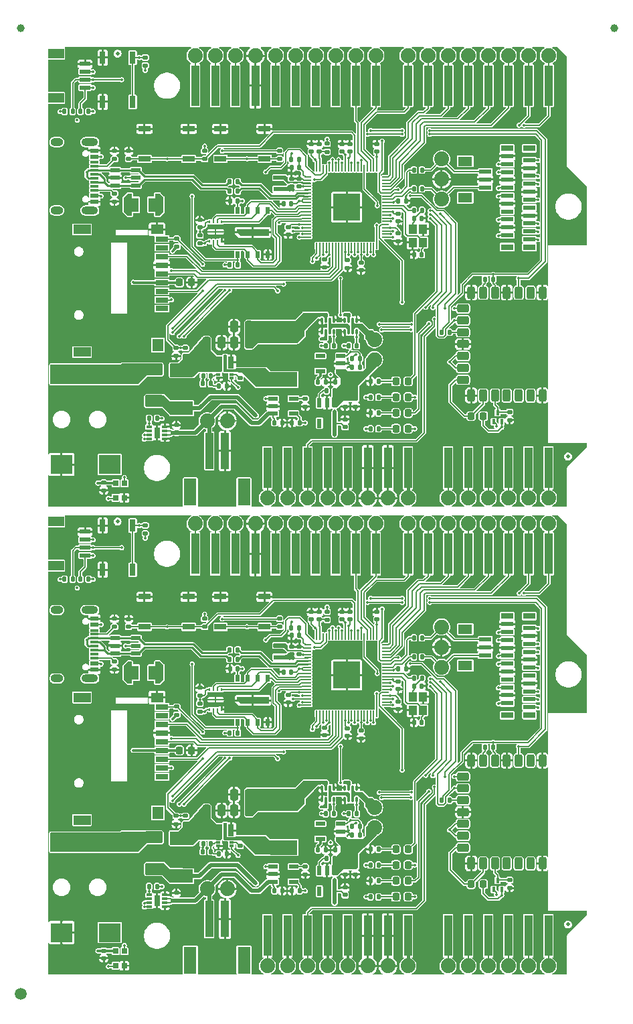
<source format=gtl>
%TF.GenerationSoftware,KiCad,Pcbnew,8.0.6*%
%TF.CreationDate,2024-12-20T13:40:34-07:00*%
%TF.ProjectId,SparkFun_IoT_RedBoard-RP2350_panelized,53706172-6b46-4756-9e5f-496f545f5265,v01*%
%TF.SameCoordinates,Original*%
%TF.FileFunction,Copper,L1,Top*%
%TF.FilePolarity,Positive*%
%FSLAX46Y46*%
G04 Gerber Fmt 4.6, Leading zero omitted, Abs format (unit mm)*
G04 Created by KiCad (PCBNEW 8.0.6) date 2024-12-20 13:40:34*
%MOMM*%
%LPD*%
G01*
G04 APERTURE LIST*
G04 Aperture macros list*
%AMRoundRect*
0 Rectangle with rounded corners*
0 $1 Rounding radius*
0 $2 $3 $4 $5 $6 $7 $8 $9 X,Y pos of 4 corners*
0 Add a 4 corners polygon primitive as box body*
4,1,4,$2,$3,$4,$5,$6,$7,$8,$9,$2,$3,0*
0 Add four circle primitives for the rounded corners*
1,1,$1+$1,$2,$3*
1,1,$1+$1,$4,$5*
1,1,$1+$1,$6,$7*
1,1,$1+$1,$8,$9*
0 Add four rect primitives between the rounded corners*
20,1,$1+$1,$2,$3,$4,$5,0*
20,1,$1+$1,$4,$5,$6,$7,0*
20,1,$1+$1,$6,$7,$8,$9,0*
20,1,$1+$1,$8,$9,$2,$3,0*%
%AMOutline5P*
0 Free polygon, 5 corners , with rotation*
0 The origin of the aperture is its center*
0 number of corners: always 5*
0 $1 to $10 corner X, Y*
0 $11 Rotation angle, in degrees counterclockwise*
0 create outline with 5 corners*
4,1,5,$1,$2,$3,$4,$5,$6,$7,$8,$9,$10,$1,$2,$11*%
%AMOutline6P*
0 Free polygon, 6 corners , with rotation*
0 The origin of the aperture is its center*
0 number of corners: always 6*
0 $1 to $12 corner X, Y*
0 $13 Rotation angle, in degrees counterclockwise*
0 create outline with 6 corners*
4,1,6,$1,$2,$3,$4,$5,$6,$7,$8,$9,$10,$11,$12,$1,$2,$13*%
%AMOutline7P*
0 Free polygon, 7 corners , with rotation*
0 The origin of the aperture is its center*
0 number of corners: always 7*
0 $1 to $14 corner X, Y*
0 $15 Rotation angle, in degrees counterclockwise*
0 create outline with 7 corners*
4,1,7,$1,$2,$3,$4,$5,$6,$7,$8,$9,$10,$11,$12,$13,$14,$1,$2,$15*%
%AMOutline8P*
0 Free polygon, 8 corners , with rotation*
0 The origin of the aperture is its center*
0 number of corners: always 8*
0 $1 to $16 corner X, Y*
0 $17 Rotation angle, in degrees counterclockwise*
0 create outline with 8 corners*
4,1,8,$1,$2,$3,$4,$5,$6,$7,$8,$9,$10,$11,$12,$13,$14,$15,$16,$1,$2,$17*%
G04 Aperture macros list end*
%TA.AperFunction,SMDPad,CuDef*%
%ADD10C,1.000000*%
%TD*%
%TA.AperFunction,SMDPad,CuDef*%
%ADD11C,1.500000*%
%TD*%
%TA.AperFunction,ComponentPad*%
%ADD12C,1.879600*%
%TD*%
%TA.AperFunction,SMDPad,CuDef*%
%ADD13RoundRect,0.135000X-0.135000X-0.185000X0.135000X-0.185000X0.135000X0.185000X-0.135000X0.185000X0*%
%TD*%
%TA.AperFunction,SMDPad,CuDef*%
%ADD14RoundRect,0.140000X0.170000X-0.140000X0.170000X0.140000X-0.170000X0.140000X-0.170000X-0.140000X0*%
%TD*%
%TA.AperFunction,SMDPad,CuDef*%
%ADD15RoundRect,0.135000X0.135000X0.185000X-0.135000X0.185000X-0.135000X-0.185000X0.135000X-0.185000X0*%
%TD*%
%TA.AperFunction,SMDPad,CuDef*%
%ADD16R,1.000000X0.300000*%
%TD*%
%TA.AperFunction,SMDPad,CuDef*%
%ADD17R,1.000000X0.600000*%
%TD*%
%TA.AperFunction,ComponentPad*%
%ADD18O,1.600000X1.000000*%
%TD*%
%TA.AperFunction,ComponentPad*%
%ADD19O,2.100000X1.000000*%
%TD*%
%TA.AperFunction,SMDPad,CuDef*%
%ADD20RoundRect,0.135000X-0.185000X0.135000X-0.185000X-0.135000X0.185000X-0.135000X0.185000X0.135000X0*%
%TD*%
%TA.AperFunction,SMDPad,CuDef*%
%ADD21R,0.762000X1.524000*%
%TD*%
%TA.AperFunction,SMDPad,CuDef*%
%ADD22RoundRect,0.135000X0.185000X-0.135000X0.185000X0.135000X-0.185000X0.135000X-0.185000X-0.135000X0*%
%TD*%
%TA.AperFunction,SMDPad,CuDef*%
%ADD23RoundRect,0.140000X-0.140000X-0.170000X0.140000X-0.170000X0.140000X0.170000X-0.140000X0.170000X0*%
%TD*%
%TA.AperFunction,SMDPad,CuDef*%
%ADD24R,1.000000X5.200000*%
%TD*%
%TA.AperFunction,SMDPad,CuDef*%
%ADD25R,2.800000X2.400000*%
%TD*%
%TA.AperFunction,SMDPad,CuDef*%
%ADD26RoundRect,0.140000X0.140000X0.170000X-0.140000X0.170000X-0.140000X-0.170000X0.140000X-0.170000X0*%
%TD*%
%TA.AperFunction,SMDPad,CuDef*%
%ADD27R,1.500000X0.600000*%
%TD*%
%TA.AperFunction,SMDPad,CuDef*%
%ADD28R,1.500000X0.800000*%
%TD*%
%TA.AperFunction,SMDPad,CuDef*%
%ADD29R,1.200000X0.550000*%
%TD*%
%TA.AperFunction,SMDPad,CuDef*%
%ADD30R,0.800000X1.500000*%
%TD*%
%TA.AperFunction,SMDPad,CuDef*%
%ADD31R,0.600000X0.300000*%
%TD*%
%TA.AperFunction,SMDPad,CuDef*%
%ADD32R,0.400000X1.730000*%
%TD*%
%TA.AperFunction,SMDPad,CuDef*%
%ADD33RoundRect,0.140000X-0.170000X0.140000X-0.170000X-0.140000X0.170000X-0.140000X0.170000X0.140000X0*%
%TD*%
%TA.AperFunction,SMDPad,CuDef*%
%ADD34RoundRect,0.218750X0.218750X0.256250X-0.218750X0.256250X-0.218750X-0.256250X0.218750X-0.256250X0*%
%TD*%
%TA.AperFunction,SMDPad,CuDef*%
%ADD35RoundRect,0.200000X-0.300000X-0.550000X0.300000X-0.550000X0.300000X0.550000X-0.300000X0.550000X0*%
%TD*%
%TA.AperFunction,SMDPad,CuDef*%
%ADD36RoundRect,0.200000X-0.550000X0.300000X-0.550000X-0.300000X0.550000X-0.300000X0.550000X0.300000X0*%
%TD*%
%TA.AperFunction,SMDPad,CuDef*%
%ADD37RoundRect,0.250000X0.250000X0.475000X-0.250000X0.475000X-0.250000X-0.475000X0.250000X-0.475000X0*%
%TD*%
%TA.AperFunction,SMDPad,CuDef*%
%ADD38RoundRect,0.050000X-0.100000X0.285000X-0.100000X-0.285000X0.100000X-0.285000X0.100000X0.285000X0*%
%TD*%
%TA.AperFunction,SMDPad,CuDef*%
%ADD39R,1.000000X4.600000*%
%TD*%
%TA.AperFunction,SMDPad,CuDef*%
%ADD40R,1.600000X3.400000*%
%TD*%
%TA.AperFunction,SMDPad,CuDef*%
%ADD41R,0.550000X1.200000*%
%TD*%
%TA.AperFunction,SMDPad,CuDef*%
%ADD42R,1.600000X0.550000*%
%TD*%
%TA.AperFunction,SMDPad,CuDef*%
%ADD43R,0.700000X0.700000*%
%TD*%
%TA.AperFunction,SMDPad,CuDef*%
%ADD44R,1.350000X0.600000*%
%TD*%
%TA.AperFunction,SMDPad,CuDef*%
%ADD45R,2.000000X1.200000*%
%TD*%
%TA.AperFunction,SMDPad,CuDef*%
%ADD46RoundRect,0.044000X-0.066000X0.346000X-0.066000X-0.346000X0.066000X-0.346000X0.066000X0.346000X0*%
%TD*%
%TA.AperFunction,SMDPad,CuDef*%
%ADD47RoundRect,0.044000X-0.346000X-0.066000X0.346000X-0.066000X0.346000X0.066000X-0.346000X0.066000X0*%
%TD*%
%TA.AperFunction,SMDPad,CuDef*%
%ADD48RoundRect,0.044000X0.066000X-0.346000X0.066000X0.346000X-0.066000X0.346000X-0.066000X-0.346000X0*%
%TD*%
%TA.AperFunction,SMDPad,CuDef*%
%ADD49RoundRect,0.044000X0.346000X0.066000X-0.346000X0.066000X-0.346000X-0.066000X0.346000X-0.066000X0*%
%TD*%
%TA.AperFunction,SMDPad,CuDef*%
%ADD50R,3.400000X3.400000*%
%TD*%
%TA.AperFunction,SMDPad,CuDef*%
%ADD51RoundRect,0.218750X-0.218750X-0.256250X0.218750X-0.256250X0.218750X0.256250X-0.218750X0.256250X0*%
%TD*%
%TA.AperFunction,SMDPad,CuDef*%
%ADD52R,1.524000X0.762000*%
%TD*%
%TA.AperFunction,SMDPad,CuDef*%
%ADD53RoundRect,0.208333X0.891667X-0.541667X0.891667X0.541667X-0.891667X0.541667X-0.891667X-0.541667X0*%
%TD*%
%TA.AperFunction,SMDPad,CuDef*%
%ADD54R,1.000000X1.200000*%
%TD*%
%TA.AperFunction,SMDPad,CuDef*%
%ADD55RoundRect,0.225000X0.225000X0.250000X-0.225000X0.250000X-0.225000X-0.250000X0.225000X-0.250000X0*%
%TD*%
%TA.AperFunction,SMDPad,CuDef*%
%ADD56R,1.600000X1.800000*%
%TD*%
%TA.AperFunction,SMDPad,CuDef*%
%ADD57R,1.600000X0.700000*%
%TD*%
%TA.AperFunction,SMDPad,CuDef*%
%ADD58R,1.600000X1.200000*%
%TD*%
%TA.AperFunction,SMDPad,CuDef*%
%ADD59R,2.200000X1.200000*%
%TD*%
%TA.AperFunction,SMDPad,CuDef*%
%ADD60R,1.400000X1.600000*%
%TD*%
%TA.AperFunction,SMDPad,CuDef*%
%ADD61R,0.500000X0.850000*%
%TD*%
%TA.AperFunction,SMDPad,CuDef*%
%ADD62Outline5P,-0.455000X1.570000X0.000000X2.025000X0.455000X2.025000X0.455000X-2.025000X-0.455000X-2.025000X90.000000*%
%TD*%
%TA.AperFunction,SMDPad,CuDef*%
%ADD63RoundRect,0.250000X-0.250000X-0.475000X0.250000X-0.475000X0.250000X0.475000X-0.250000X0.475000X0*%
%TD*%
%TA.AperFunction,SMDPad,CuDef*%
%ADD64R,0.700000X0.300000*%
%TD*%
%TA.AperFunction,SMDPad,CuDef*%
%ADD65R,0.800000X1.380000*%
%TD*%
%TA.AperFunction,SMDPad,CuDef*%
%ADD66R,3.500000X1.850000*%
%TD*%
%TA.AperFunction,SMDPad,CuDef*%
%ADD67C,0.500000*%
%TD*%
%TA.AperFunction,SMDPad,CuDef*%
%ADD68RoundRect,0.225000X-0.225000X-0.250000X0.225000X-0.250000X0.225000X0.250000X-0.225000X0.250000X0*%
%TD*%
%TA.AperFunction,SMDPad,CuDef*%
%ADD69R,0.460000X0.650000*%
%TD*%
%TA.AperFunction,SMDPad,CuDef*%
%ADD70R,0.250000X0.400000*%
%TD*%
%TA.AperFunction,SMDPad,CuDef*%
%ADD71R,1.600000X0.200000*%
%TD*%
%TA.AperFunction,SMDPad,CuDef*%
%ADD72R,2.895600X1.676400*%
%TD*%
%TA.AperFunction,SMDPad,CuDef*%
%ADD73R,1.550000X0.600000*%
%TD*%
%TA.AperFunction,SMDPad,CuDef*%
%ADD74R,1.800000X1.200000*%
%TD*%
%TA.AperFunction,ViaPad*%
%ADD75C,0.350000*%
%TD*%
%TA.AperFunction,Conductor*%
%ADD76C,0.150000*%
%TD*%
%TA.AperFunction,Conductor*%
%ADD77C,0.240000*%
%TD*%
%TA.AperFunction,Conductor*%
%ADD78C,0.200000*%
%TD*%
%TA.AperFunction,Conductor*%
%ADD79C,0.300000*%
%TD*%
%TA.AperFunction,Conductor*%
%ADD80C,0.500000*%
%TD*%
%TA.AperFunction,Conductor*%
%ADD81C,0.400000*%
%TD*%
%TA.AperFunction,Conductor*%
%ADD82C,0.120000*%
%TD*%
G04 APERTURE END LIST*
D10*
%TO.P,,*%
%TO.N,*%
X71820000Y119767500D03*
%TD*%
%TO.P,,*%
%TO.N,*%
X-3220000Y119767500D03*
%TD*%
D11*
%TO.P,,*%
%TO.N,*%
X-3220000Y-2247500D03*
%TD*%
D12*
%TO.P,JP4,1,A*%
%TO.N,Net-(JP4-A)*%
X41500000Y80390000D03*
%TO.P,JP4,2,B*%
%TO.N,VBUS*%
X41500000Y77850000D03*
%TD*%
D13*
%TO.P,R25,1*%
%TO.N,GND*%
X38640000Y76920000D03*
%TO.P,R25,2*%
%TO.N,/Core/PERI_POW*%
X39660000Y76920000D03*
%TD*%
D14*
%TO.P,C2,1*%
%TO.N,1.1V*%
X37400000Y104140000D03*
%TO.P,C2,2*%
%TO.N,GND*%
X37400000Y105100000D03*
%TD*%
D15*
%TO.P,R8,1*%
%TO.N,Net-(U1-VREG_AVDD)*%
X32010000Y103120000D03*
%TO.P,R8,2*%
%TO.N,3.3V*%
X30990000Y103120000D03*
%TD*%
D16*
%TO.P,J4,A5,CC1*%
%TO.N,Net-(J4-CC1)*%
X6066250Y102280000D03*
%TO.P,J4,A6,D+*%
%TO.N,/USBC+*%
X6066250Y101280000D03*
%TO.P,J4,A7,D-*%
%TO.N,/USBC-*%
X6066250Y100780000D03*
%TO.P,J4,A8,NC*%
%TO.N,unconnected-(J4-NC-PadA8)*%
X6066250Y99780000D03*
%TO.P,J4,B5,CC2*%
%TO.N,Net-(J4-CC2)*%
X6066250Y99280000D03*
%TO.P,J4,B6,D+*%
%TO.N,/USBC+*%
X6066250Y100280000D03*
%TO.P,J4,B7,D-*%
%TO.N,/USBC-*%
X6066250Y101780000D03*
%TO.P,J4,B8,NC*%
%TO.N,unconnected-(J4-NC-PadB8)*%
X6066250Y102780000D03*
D17*
%TO.P,J4,GND,GND*%
%TO.N,GND*%
X6066250Y104255000D03*
X6066250Y97805000D03*
D18*
%TO.P,J4,NC1,NC*%
%TO.N,unconnected-(J4-NC-PadNC1)*%
X1311250Y105348000D03*
D19*
%TO.P,J4,NC2,NC*%
%TO.N,unconnected-(J4-NC-PadNC2)*%
X5491250Y105348000D03*
%TO.P,J4,NC3,NC*%
%TO.N,unconnected-(J4-NC-PadNC3)*%
X5491250Y96712000D03*
D18*
%TO.P,J4,S,SHIELD*%
%TO.N,Net-(J4-SHIELD)*%
X1311250Y96712000D03*
D17*
%TO.P,J4,VBUS,VBUS*%
%TO.N,Net-(D2-VCC)*%
X6066250Y103480000D03*
X6066250Y98580000D03*
%TD*%
D20*
%TO.P,R33,1*%
%TO.N,/Core/~{SD_DET}*%
X16500000Y93130000D03*
%TO.P,R33,2*%
%TO.N,3.3V_P*%
X16500000Y92110000D03*
%TD*%
D21*
%TO.P,SW2,1,1*%
%TO.N,GND*%
X7095000Y110426000D03*
X7095000Y116014000D03*
%TO.P,SW2,2,2*%
%TO.N,/Core/~{RESET}*%
X10905000Y110426000D03*
X10905000Y116014000D03*
%TD*%
D22*
%TO.P,R27,1*%
%TO.N,GND*%
X32750000Y71910000D03*
%TO.P,R27,2*%
%TO.N,Net-(U9-PROG)*%
X32750000Y72930000D03*
%TD*%
D13*
%TO.P,R30,1*%
%TO.N,GND*%
X40990000Y71120000D03*
%TO.P,R30,2*%
%TO.N,Net-(D5-K)*%
X42010000Y71120000D03*
%TD*%
D14*
%TO.P,C12,1*%
%TO.N,3.3V*%
X38400000Y104140000D03*
%TO.P,C12,2*%
%TO.N,GND*%
X38400000Y105100000D03*
%TD*%
D23*
%TO.P,C5,1*%
%TO.N,GND*%
X31020000Y102120000D03*
%TO.P,C5,2*%
%TO.N,Net-(U1-VREG_AVDD)*%
X31980000Y102120000D03*
%TD*%
D24*
%TO.P,J9,1,Pin_1*%
%TO.N,/IO33*%
X45755400Y112460000D03*
%TO.P,J9,2,Pin_2*%
%TO.N,/IO32*%
X48295400Y112460000D03*
%TO.P,J9,3,Pin_3*%
%TO.N,/IO31*%
X50835400Y112460000D03*
%TO.P,J9,4,Pin_4*%
%TO.N,/IO30*%
X53375400Y112460000D03*
%TO.P,J9,5,Pin_5*%
%TO.N,/IO29*%
X55915400Y112460000D03*
%TO.P,J9,6,Pin_6*%
%TO.N,/IO28*%
X58455400Y112460000D03*
%TO.P,J9,7,Pin_7*%
%TO.N,/IO0_TXD*%
X60995400Y112460000D03*
%TO.P,J9,8,Pin_8*%
%TO.N,/IO1_RXD*%
X63535400Y112460000D03*
%TD*%
D12*
%TO.P,J6,1,Pin_1*%
%TO.N,VBATT*%
X20330000Y70120000D03*
%TO.P,J6,2,Pin_2*%
%TO.N,GND*%
X22870000Y70120000D03*
%TD*%
D13*
%TO.P,R24,1*%
%TO.N,Net-(JP5-B)*%
X38640000Y78020000D03*
%TO.P,R24,2*%
%TO.N,/Core/PERI_POW*%
X39660000Y78020000D03*
%TD*%
D22*
%TO.P,R7,1*%
%TO.N,Net-(U1-ADC_AVDD)*%
X35500000Y104110000D03*
%TO.P,R7,2*%
%TO.N,3.3V*%
X35500000Y105130000D03*
%TD*%
D14*
%TO.P,C17,1*%
%TO.N,3.3V*%
X41800000Y104140000D03*
%TO.P,C17,2*%
%TO.N,GND*%
X41800000Y105100000D03*
%TD*%
D25*
%TO.P,J3,GND,GND*%
%TO.N,GND*%
X1905000Y64596000D03*
%TO.P,J3,GNDBREAK,GNDBREAK*%
%TO.N,unconnected-(J3-PadGNDBREAK)*%
X8005000Y64596000D03*
%TO.P,J3,PWR,PWR*%
%TO.N,Net-(D1-PadA)*%
X1905000Y75996000D03*
X8005000Y75996000D03*
%TD*%
D13*
%TO.P,R4,1*%
%TO.N,/USBC-*%
X23190000Y100320000D03*
%TO.P,R4,2*%
%TO.N,/Core/USB.D-*%
X24210000Y100320000D03*
%TD*%
D26*
%TO.P,C19,1*%
%TO.N,3.3V*%
X24180000Y97920000D03*
%TO.P,C19,2*%
%TO.N,GND*%
X23220000Y97920000D03*
%TD*%
D27*
%TO.P,J11,1,Pin_1*%
%TO.N,GND*%
X58300000Y103570000D03*
%TO.P,J11,2,Pin_2*%
%TO.N,/Core/IO19_HSTX7*%
X61100000Y103070000D03*
%TO.P,J11,3,Pin_3*%
%TO.N,/Core/IO18_HSTX6*%
X58300000Y102570000D03*
%TO.P,J11,4,Pin_4*%
%TO.N,GND*%
X61100000Y102070000D03*
%TO.P,J11,5,Pin_5*%
%TO.N,/Core/IO17_HSTX5*%
X58300000Y101570000D03*
%TO.P,J11,6,Pin_6*%
%TO.N,/Core/IO16_HSTX4*%
X61100000Y101070000D03*
%TO.P,J11,7,Pin_7*%
%TO.N,GND*%
X58300000Y100570000D03*
%TO.P,J11,8,Pin_8*%
%TO.N,/Core/IO15_HSTX3*%
X61100000Y100070000D03*
%TO.P,J11,9,Pin_9*%
%TO.N,/Core/IO14_HSTX2*%
X58300000Y99570000D03*
%TO.P,J11,10,Pin_10*%
%TO.N,GND*%
X61100000Y99070000D03*
%TO.P,J11,11,Pin_11*%
%TO.N,/Core/IO13_HSTX1*%
X58300000Y98570000D03*
%TO.P,J11,12,Pin_12*%
%TO.N,/Core/IO12_HSTX0*%
X61100000Y98070000D03*
%TO.P,J11,13,Pin_13*%
%TO.N,GND*%
X58300000Y97570000D03*
%TO.P,J11,14,Pin_14*%
%TO.N,unconnected-(J11-Pin_14-Pad14)*%
X61100000Y97070000D03*
%TO.P,J11,15,Pin_15*%
%TO.N,unconnected-(J11-Pin_15-Pad15)*%
X58300000Y96570000D03*
%TO.P,J11,16,Pin_16*%
%TO.N,GND*%
X61100000Y96070000D03*
%TO.P,J11,17,Pin_17*%
%TO.N,/IO29*%
X58300000Y95570000D03*
%TO.P,J11,18,Pin_18*%
%TO.N,/IO28*%
X61100000Y95070000D03*
%TO.P,J11,19,Pin_19*%
%TO.N,GND*%
X58300000Y94570000D03*
%TO.P,J11,20,Pin_20*%
%TO.N,/IO5_SCL*%
X61100000Y94070000D03*
%TO.P,J11,21,Pin_21*%
%TO.N,/IO4_SDA*%
X58300000Y93570000D03*
%TO.P,J11,22,Pin_22*%
%TO.N,3.3V*%
X61100000Y93070000D03*
D28*
%TO.P,J11,NC*%
%TO.N,N/C*%
X61100000Y104570000D03*
X58300000Y104570000D03*
X61100000Y92070000D03*
X58300000Y92070000D03*
%TD*%
D29*
%TO.P,U9,1,STAT*%
%TO.N,Net-(D3-K)*%
X28649900Y72920000D03*
%TO.P,U9,2,GND*%
%TO.N,GND*%
X28649900Y71970000D03*
%TO.P,U9,3,V_{BAT}*%
%TO.N,VBATT*%
X28649900Y71020000D03*
%TO.P,U9,4,VIN*%
%TO.N,5V*%
X31250100Y71020000D03*
%TO.P,U9,5,PROG*%
%TO.N,Net-(U9-PROG)*%
X31250100Y72920000D03*
%TD*%
D20*
%TO.P,R28,1*%
%TO.N,/Core/VIN_MEAS*%
X17600000Y79330000D03*
%TO.P,R28,2*%
%TO.N,VRAW*%
X17600000Y78310000D03*
%TD*%
D30*
%TO.P,U5,1,VIN*%
%TO.N,VRAW*%
X21850000Y77495000D03*
D31*
%TO.P,U5,2,EN*%
X21750000Y76445000D03*
%TO.P,U5,3,FB*%
%TO.N,Net-(U5-FB)*%
X21750000Y75995000D03*
%TO.P,U5,4,COMP*%
%TO.N,GND*%
X21750000Y75545000D03*
%TO.P,U5,5,PG*%
%TO.N,Net-(U5-PG)*%
X23450000Y75545000D03*
%TO.P,U5,6,BST*%
%TO.N,Net-(U5-BST)*%
X23450000Y75995000D03*
%TO.P,U5,7,NC*%
%TO.N,Net-(U5-NC)*%
X23450000Y76445000D03*
D30*
%TO.P,U5,8,GND*%
%TO.N,GND*%
X23350000Y77495000D03*
D32*
%TO.P,U5,9,SW*%
%TO.N,Net-(U5-NC)*%
X22600000Y77610000D03*
%TD*%
D22*
%TO.P,R1,1*%
%TO.N,GND*%
X8600000Y97810000D03*
%TO.P,R1,2*%
%TO.N,Net-(J4-CC2)*%
X8600000Y98830000D03*
%TD*%
D15*
%TO.P,R21,1*%
%TO.N,/Core/BATT_PWR*%
X39260000Y79620000D03*
%TO.P,R21,2*%
%TO.N,3.3V*%
X38240000Y79620000D03*
%TD*%
D33*
%TO.P,C4,1*%
%TO.N,1.1V*%
X38100000Y90400000D03*
%TO.P,C4,2*%
%TO.N,GND*%
X38100000Y89440000D03*
%TD*%
D34*
%TO.P,D3,1,K*%
%TO.N,Net-(D3-K)*%
X45787500Y73120000D03*
%TO.P,D3,2,A*%
%TO.N,Net-(D3-A)*%
X44212500Y73120000D03*
%TD*%
D15*
%TO.P,R12,1*%
%TO.N,/Core/SW.DIO*%
X47510000Y101820000D03*
%TO.P,R12,2*%
%TO.N,Net-(U1-SWDIO)*%
X46490000Y101820000D03*
%TD*%
D35*
%TO.P,U2,A1,GND*%
%TO.N,GND*%
X62750000Y86320000D03*
%TO.P,U2,A2,NC1*%
%TO.N,unconnected-(U2-NC1-PadA2)*%
X61250000Y86320000D03*
%TO.P,U2,A3,SCLK*%
%TO.N,/Core/WRL_CLK*%
X59750000Y86320000D03*
%TO.P,U2,A4,GND*%
%TO.N,GND*%
X58250000Y86320000D03*
%TO.P,U2,A5,PICO*%
%TO.N,/Core/WRL_DAT*%
X56750000Y86320000D03*
%TO.P,U2,A6,POCI*%
%TO.N,Net-(U2-POCI)*%
X55250000Y86320000D03*
%TO.P,U2,A7,GND*%
%TO.N,GND*%
X53750000Y86320000D03*
D36*
%TO.P,U2,B1,GPIO0*%
%TO.N,/Core/WRL_IO0*%
X52700000Y84320000D03*
%TO.P,U2,B2,~{CS}*%
%TO.N,/Core/WRL_~{CS}*%
X52700000Y82820000D03*
%TO.P,U2,B3,IRQ*%
%TO.N,Net-(U2-IRQ)*%
X52700000Y81320000D03*
%TO.P,U2,B4,GND*%
%TO.N,GND*%
X52700000Y79820000D03*
%TO.P,U2,B5,WLON*%
%TO.N,/Core/WRL_ON*%
X52700000Y78320000D03*
%TO.P,U2,B6,BTON*%
X52700000Y76820000D03*
%TO.P,U2,B7,VDDIO*%
%TO.N,Net-(U2-VDDBAT)*%
X52700000Y75320000D03*
D35*
%TO.P,U2,C1,GND*%
%TO.N,GND*%
X53750000Y73320000D03*
%TO.P,U2,C2,VDDBAT*%
%TO.N,Net-(U2-VDDBAT)*%
X55250000Y73320000D03*
%TO.P,U2,C3,GPIO2*%
%TO.N,/Core/WRL_IO2*%
X56750000Y73320000D03*
%TO.P,U2,C4,GPIO1*%
%TO.N,unconnected-(U2-GPIO1-PadC4)*%
X58250000Y73320000D03*
%TO.P,U2,C5,NC2*%
%TO.N,unconnected-(U2-NC2-PadC5)*%
X59750000Y73320000D03*
%TO.P,U2,C6,NC3*%
%TO.N,unconnected-(U2-NC3-PadC6)*%
X61250000Y73320000D03*
%TO.P,U2,C7,GND*%
%TO.N,GND*%
X62750000Y73320000D03*
%TD*%
D37*
%TO.P,C24,1*%
%TO.N,VDD*%
X25650000Y80020000D03*
%TO.P,C24,2*%
%TO.N,GND*%
X23750000Y80020000D03*
%TD*%
D38*
%TO.P,U6,1,GND*%
%TO.N,GND*%
X36350000Y82860000D03*
%TO.P,U6,2,VOUT*%
%TO.N,5V*%
X35850000Y82860000D03*
%TO.P,U6,3,VIN1*%
%TO.N,VDD*%
X35350000Y82860000D03*
%TO.P,U6,4,~{ON}*%
%TO.N,GND*%
X34850000Y82860000D03*
%TO.P,U6,5,GND*%
X34850000Y81380000D03*
%TO.P,U6,6,VIN2*%
%TO.N,VUSB*%
X35350000Y81380000D03*
%TO.P,U6,7,VOUT*%
%TO.N,5V*%
X35850000Y81380000D03*
%TO.P,U6,8,ST*%
%TO.N,/Core/5V_SRC*%
X36350000Y81380000D03*
%TD*%
D33*
%TO.P,C11,1*%
%TO.N,3.3V*%
X44500000Y93800000D03*
%TO.P,C11,2*%
%TO.N,GND*%
X44500000Y92840000D03*
%TD*%
D15*
%TO.P,R26,1*%
%TO.N,VBUS*%
X36460000Y73920000D03*
%TO.P,R26,2*%
%TO.N,Net-(U11-EN)*%
X35440000Y73920000D03*
%TD*%
D13*
%TO.P,R13,1*%
%TO.N,Net-(U2-POCI)*%
X55490000Y88020000D03*
%TO.P,R13,2*%
%TO.N,/Core/WRL_DAT*%
X56510000Y88020000D03*
%TD*%
D39*
%TO.P,J7,1,-*%
%TO.N,GND*%
X22600000Y66320000D03*
%TO.P,J7,2,+*%
%TO.N,VBATT*%
X20600000Y66320000D03*
D40*
%TO.P,J7,NC1,NC1*%
%TO.N,unconnected-(J7-PadNC1)*%
X25000000Y61120000D03*
%TO.P,J7,NC2,NC2*%
%TO.N,unconnected-(J7-PadNC2)*%
X18200000Y61120000D03*
%TD*%
D20*
%TO.P,R34,1*%
%TO.N,/Core/~{RESET}*%
X12500000Y116030000D03*
%TO.P,R34,2*%
%TO.N,3.3V*%
X12500000Y115010000D03*
%TD*%
D33*
%TO.P,C6,1*%
%TO.N,GND*%
X32000000Y100700000D03*
%TO.P,C6,2*%
%TO.N,3.3V*%
X32000000Y99740000D03*
%TD*%
D37*
%TO.P,C25,1*%
%TO.N,VDD*%
X25650000Y82020000D03*
%TO.P,C25,2*%
%TO.N,GND*%
X23750000Y82020000D03*
%TD*%
D26*
%TO.P,C13,1*%
%TO.N,3.3V*%
X30980000Y97520000D03*
%TO.P,C13,2*%
%TO.N,GND*%
X30020000Y97520000D03*
%TD*%
D41*
%TO.P,U11,1,VIN*%
%TO.N,VBUS*%
X36450000Y72420100D03*
%TO.P,U11,2,GND*%
%TO.N,GND*%
X35500000Y72420100D03*
%TO.P,U11,3,EN*%
%TO.N,Net-(U11-EN)*%
X34550000Y72420100D03*
%TO.P,U11,4,NC*%
%TO.N,unconnected-(U11-NC-Pad4)*%
X34550000Y69819900D03*
%TO.P,U11,5,VOUT*%
%TO.N,3.3V*%
X36450000Y69819900D03*
%TD*%
D29*
%TO.P,D2,1,I/O1*%
%TO.N,/USBC-*%
X8699900Y101770000D03*
%TO.P,D2,2,GND*%
%TO.N,GND*%
X8699900Y100820000D03*
%TO.P,D2,3,I/O2*%
%TO.N,/USBC+*%
X8699900Y99870000D03*
%TO.P,D2,4,I/O3*%
X11300100Y99870000D03*
%TO.P,D2,5,VCC*%
%TO.N,Net-(D2-VCC)*%
X11300000Y100820000D03*
%TO.P,D2,6,I/O4*%
%TO.N,/USBC-*%
X11300100Y101770000D03*
%TD*%
D20*
%TO.P,R9,1*%
%TO.N,/Core/FLASH_~{CS}*%
X29500000Y104230000D03*
%TO.P,R9,2*%
%TO.N,/Core/~{BOOT}*%
X29500000Y103210000D03*
%TD*%
D26*
%TO.P,C28,1*%
%TO.N,5V*%
X32030000Y69870000D03*
%TO.P,C28,2*%
%TO.N,GND*%
X31070000Y69870000D03*
%TD*%
D42*
%TO.P,L1,1*%
%TO.N,1.1V*%
X29500000Y99395000D03*
%TO.P,L1,2*%
%TO.N,Net-(U1-VREG_LX)*%
X29500000Y100845000D03*
%TD*%
D14*
%TO.P,C22,1*%
%TO.N,Net-(U5-BST)*%
X24500000Y75540000D03*
%TO.P,C22,2*%
%TO.N,Net-(U5-NC)*%
X24500000Y76500000D03*
%TD*%
D24*
%TO.P,J8,1,Pin_1*%
%TO.N,/IO5_SCL*%
X18806000Y112460000D03*
%TO.P,J8,2,Pin_2*%
%TO.N,/IO4_SDA*%
X21346000Y112460000D03*
%TO.P,J8,3,Pin_3*%
%TO.N,3.3V*%
X23886000Y112460000D03*
%TO.P,J8,4,Pin_4*%
%TO.N,GND*%
X26426000Y112460000D03*
%TO.P,J8,5,Pin_5*%
%TO.N,/IO22_SCK*%
X28966000Y112460000D03*
%TO.P,J8,6,Pin_6*%
%TO.N,/IO20_POCI*%
X31506000Y112460000D03*
%TO.P,J8,7,Pin_7*%
%TO.N,/IO23_PICO*%
X34046000Y112460000D03*
%TO.P,J8,8,Pin_8*%
%TO.N,/IO21_~{CS}*%
X36586000Y112460000D03*
%TO.P,J8,9,Pin_9*%
%TO.N,/IO35*%
X39126000Y112460000D03*
%TO.P,J8,10,Pin_10*%
%TO.N,/IO34*%
X41666000Y112460000D03*
%TD*%
D15*
%TO.P,R6,1*%
%TO.N,/IO4_SDA*%
X3310000Y109220000D03*
%TO.P,R6,2*%
%TO.N,Net-(JP3-A)*%
X2290000Y109220000D03*
%TD*%
D43*
%TO.P,D4,1,DOUT*%
%TO.N,/RGB_DOUT*%
X8750000Y60405000D03*
%TO.P,D4,2,VSS*%
%TO.N,GND*%
X9850000Y60405000D03*
%TO.P,D4,3,DIN*%
%TO.N,/Core/RGB_DIN*%
X9850000Y62235000D03*
%TO.P,D4,4,VDD*%
%TO.N,3.3V_P*%
X8750000Y62235000D03*
%TD*%
D33*
%TO.P,C29,1*%
%TO.N,VBUS*%
X37800000Y72900000D03*
%TO.P,C29,2*%
%TO.N,GND*%
X37800000Y71940000D03*
%TD*%
D13*
%TO.P,R22,1*%
%TO.N,/Core/~{BALRT}*%
X12990000Y70420000D03*
%TO.P,R22,2*%
%TO.N,3.3V*%
X14010000Y70420000D03*
%TD*%
D14*
%TO.P,C8,1*%
%TO.N,3.3V*%
X33500000Y104140000D03*
%TO.P,C8,2*%
%TO.N,GND*%
X33500000Y105100000D03*
%TD*%
D44*
%TO.P,J13,1,Pin_1*%
%TO.N,GND*%
X4889000Y115230000D03*
%TO.P,J13,2,Pin_2*%
%TO.N,3.3V_P*%
X4889000Y114230000D03*
%TO.P,J13,3,Pin_3*%
%TO.N,/IO4_SDA*%
X4889000Y113230000D03*
%TO.P,J13,4,Pin_4*%
%TO.N,/IO5_SCL*%
X4889000Y112230000D03*
D45*
%TO.P,J13,NC1,NC*%
%TO.N,unconnected-(J13-NC-PadNC1)*%
X1214000Y110930000D03*
%TO.P,J13,NC2,NC*%
%TO.N,unconnected-(J13-NC-PadNC2)*%
X1214000Y116530000D03*
%TD*%
D23*
%TO.P,C33,1*%
%TO.N,VBATT*%
X28870000Y69870000D03*
%TO.P,C33,2*%
%TO.N,GND*%
X29830000Y69870000D03*
%TD*%
D46*
%TO.P,U1,1,GPIO4*%
%TO.N,/IO4_SDA*%
X34200000Y92223500D03*
%TO.P,U1,2,GPIO5*%
%TO.N,/IO5_SCL*%
X34600000Y92223500D03*
%TO.P,U1,3,GPIO6*%
%TO.N,/Core/~{BALRT}*%
X35000000Y92223500D03*
%TO.P,U1,4,GPIO7*%
%TO.N,/Core/PERI_POW*%
X35400000Y92223500D03*
%TO.P,U1,5,IOVDD*%
%TO.N,3.3V*%
X35800000Y92223500D03*
%TO.P,U1,6,GPIO8*%
%TO.N,/Core/IO8_POCI*%
X36200000Y92223500D03*
%TO.P,U1,7,GPIO9*%
%TO.N,/Core/IO9_~{CS}*%
X36600000Y92223500D03*
%TO.P,U1,8,GPIO10*%
%TO.N,/Core/IO10_SCK*%
X37000000Y92223500D03*
%TO.P,U1,9,GPIO11*%
%TO.N,/Core/IO11_PICO*%
X37400000Y92223500D03*
%TO.P,U1,10,DVDD*%
%TO.N,1.1V*%
X37800000Y92223500D03*
%TO.P,U1,11,GPIO12*%
%TO.N,/Core/IO12_HSTX0*%
X38200000Y92223500D03*
%TO.P,U1,12,GPIO13*%
%TO.N,/Core/IO13_HSTX1*%
X38600000Y92223500D03*
%TO.P,U1,13,GPIO14*%
%TO.N,/Core/IO14_HSTX2*%
X39000000Y92223500D03*
%TO.P,U1,14,GPIO15*%
%TO.N,/Core/IO15_HSTX3*%
X39400000Y92223500D03*
%TO.P,U1,15,IOVDD*%
%TO.N,3.3V*%
X39800000Y92223500D03*
%TO.P,U1,16,GPIO16*%
%TO.N,/Core/IO16_HSTX4*%
X40200000Y92223500D03*
%TO.P,U1,17,GPIO17*%
%TO.N,/Core/IO17_HSTX5*%
X40600000Y92223500D03*
%TO.P,U1,18,GPIO18*%
%TO.N,/Core/IO18_HSTX6*%
X41000000Y92223500D03*
%TO.P,U1,19,GPIO19*%
%TO.N,/Core/IO19_HSTX7*%
X41400000Y92223500D03*
%TO.P,U1,20,GPIO20*%
%TO.N,/IO20_POCI*%
X41800000Y92223500D03*
D47*
%TO.P,U1,21,GPIO21*%
%TO.N,/IO21_~{CS}*%
X42896500Y93320000D03*
%TO.P,U1,22,GPIO22*%
%TO.N,/IO22_SCK*%
X42896500Y93720000D03*
%TO.P,U1,23,GPIO23*%
%TO.N,/IO23_PICO*%
X42896500Y94120000D03*
%TO.P,U1,24,IOVDD*%
%TO.N,3.3V*%
X42896500Y94520000D03*
%TO.P,U1,25,GPIO24*%
%TO.N,/Core/WRL_ON*%
X42896500Y94920000D03*
%TO.P,U1,26,GPIO25*%
%TO.N,/Core/~{STAT}*%
X42896500Y95320000D03*
%TO.P,U1,27,GPIO26*%
%TO.N,/Core/5V_SRC*%
X42896500Y95720000D03*
%TO.P,U1,28,GPIO27*%
%TO.N,/Core/BATT_PWR*%
X42896500Y96120000D03*
%TO.P,U1,29,IOVDD*%
%TO.N,3.3V*%
X42896500Y96520000D03*
%TO.P,U1,30,XIN*%
%TO.N,Net-(U1-XIN)*%
X42896500Y96920000D03*
%TO.P,U1,31,XOUT*%
%TO.N,Net-(U1-XOUT)*%
X42896500Y97320000D03*
%TO.P,U1,32,DVDD*%
%TO.N,1.1V*%
X42896500Y97720000D03*
%TO.P,U1,33,SWCLK*%
%TO.N,Net-(U1-SWCLK)*%
X42896500Y98120000D03*
%TO.P,U1,34,SWDIO*%
%TO.N,Net-(U1-SWDIO)*%
X42896500Y98520000D03*
%TO.P,U1,35,RUN*%
%TO.N,/Core/~{RESET}*%
X42896500Y98920000D03*
%TO.P,U1,36,GPIO28*%
%TO.N,/IO28*%
X42896500Y99320000D03*
%TO.P,U1,37,GPIO29*%
%TO.N,/IO29*%
X42896500Y99720000D03*
%TO.P,U1,38,GPIO30*%
%TO.N,/IO30*%
X42896500Y100120000D03*
%TO.P,U1,39,GPIO31*%
%TO.N,/IO31*%
X42896500Y100520000D03*
%TO.P,U1,40,GPIO32*%
%TO.N,/IO32*%
X42896500Y100920000D03*
D48*
%TO.P,U1,41,IOVDD*%
%TO.N,3.3V*%
X41800000Y102016500D03*
%TO.P,U1,42,GPIO33*%
%TO.N,/IO33*%
X41400000Y102016500D03*
%TO.P,U1,43,GPIO34*%
%TO.N,/IO34*%
X41000000Y102016500D03*
%TO.P,U1,44,GPIO35*%
%TO.N,/IO35*%
X40600000Y102016500D03*
%TO.P,U1,45,GPIO36*%
%TO.N,/Core/WRL_~{CS}*%
X40200000Y102016500D03*
%TO.P,U1,46,GPIO37*%
%TO.N,/Core/WRL_CLK*%
X39800000Y102016500D03*
%TO.P,U1,47,GPIO38*%
%TO.N,/Core/WRL_DAT*%
X39400000Y102016500D03*
%TO.P,U1,48,GPIO39*%
%TO.N,/Core/~{USER_BTN}*%
X39000000Y102016500D03*
%TO.P,U1,49,ADC0/GPIO40*%
%TO.N,/A0*%
X38600000Y102016500D03*
%TO.P,U1,50,IOVDD*%
%TO.N,3.3V*%
X38200000Y102016500D03*
%TO.P,U1,51,DVDD*%
%TO.N,1.1V*%
X37800000Y102016500D03*
%TO.P,U1,52,ADC1/GPIO41*%
%TO.N,/A1*%
X37400000Y102016500D03*
%TO.P,U1,53,ADC2/GPIO42*%
%TO.N,/A2*%
X37000000Y102016500D03*
%TO.P,U1,54,ADC3/GPIO43*%
%TO.N,/A3*%
X36600000Y102016500D03*
%TO.P,U1,55,ADC4/GPIO44*%
%TO.N,/A4*%
X36200000Y102016500D03*
%TO.P,U1,56,ADC5/GPIO45*%
%TO.N,/A5*%
X35800000Y102016500D03*
%TO.P,U1,57,ADC6/GPIO46*%
%TO.N,/Core/VIN_MEAS*%
X35400000Y102016500D03*
%TO.P,U1,58,ADC7/GPIO47*%
%TO.N,/Core/PSRAM_~{CS}*%
X35000000Y102016500D03*
%TO.P,U1,59,ADC_AVDD*%
%TO.N,Net-(U1-ADC_AVDD)*%
X34600000Y102016500D03*
%TO.P,U1,60,IOVDD*%
%TO.N,3.3V*%
X34200000Y102016500D03*
D49*
%TO.P,U1,61,VREG_AVDD*%
%TO.N,Net-(U1-VREG_AVDD)*%
X33103500Y100920000D03*
%TO.P,U1,62,VREG_PGND*%
%TO.N,GND*%
X33103500Y100520000D03*
%TO.P,U1,63,VREG_LX*%
%TO.N,Net-(U1-VREG_LX)*%
X33103500Y100120000D03*
%TO.P,U1,64,VREG_VIN*%
%TO.N,3.3V*%
X33103500Y99720000D03*
%TO.P,U1,65,VREG_FB*%
%TO.N,1.1V*%
X33103500Y99320000D03*
%TO.P,U1,66,USB_D-*%
%TO.N,/Core/USB.D-*%
X33103500Y98920000D03*
%TO.P,U1,67,USB_D+*%
%TO.N,/Core/USB.D+*%
X33103500Y98520000D03*
%TO.P,U1,68,USB_OTP_VDD*%
%TO.N,3.3V*%
X33103500Y98120000D03*
%TO.P,U1,69,QSPI_IOVDD*%
X33103500Y97720000D03*
%TO.P,U1,70,QSPI_SD3*%
%TO.N,/Core/QSPI_D3*%
X33103500Y97320000D03*
%TO.P,U1,71,QSPI_SCLK*%
%TO.N,/Core/QSPI_CLK*%
X33103500Y96920000D03*
%TO.P,U1,72,QSPI_SD0*%
%TO.N,/Core/QSPI_D0*%
X33103500Y96520000D03*
%TO.P,U1,73,QSPI_SD2*%
%TO.N,/Core/QSPI_D2*%
X33103500Y96120000D03*
%TO.P,U1,74,QSPI_SD1*%
%TO.N,/Core/QSPI_D1*%
X33103500Y95720000D03*
%TO.P,U1,75,QSPI_~{CS}*%
%TO.N,/Core/FLASH_~{CS}*%
X33103500Y95320000D03*
%TO.P,U1,76,IOVDD*%
%TO.N,3.3V*%
X33103500Y94920000D03*
%TO.P,U1,77,GPIO0*%
%TO.N,/IO0_TXD*%
X33103500Y94520000D03*
%TO.P,U1,78,GPIO1*%
%TO.N,/IO1_RXD*%
X33103500Y94120000D03*
%TO.P,U1,79,GPIO2*%
%TO.N,/Core/~{SD_DET}*%
X33103500Y93720000D03*
%TO.P,U1,80,GPIO3*%
%TO.N,/Core/RGB_DIN*%
X33103500Y93320000D03*
D50*
%TO.P,U1,EP,GND*%
%TO.N,GND*%
X38000000Y97120000D03*
%TD*%
D15*
%TO.P,R19,1*%
%TO.N,Net-(U5-FB)*%
X20810000Y74820000D03*
%TO.P,R19,2*%
%TO.N,VDD*%
X19790000Y74820000D03*
%TD*%
D23*
%TO.P,C23,1*%
%TO.N,VDD*%
X19820000Y75820000D03*
%TO.P,C23,2*%
%TO.N,Net-(U5-FB)*%
X20780000Y75820000D03*
%TD*%
D51*
%TO.P,D6,1,K*%
%TO.N,Net-(D6-K)*%
X44212500Y75120000D03*
%TO.P,D6,2,A*%
%TO.N,/Core/~{STAT}*%
X45787500Y75120000D03*
%TD*%
D33*
%TO.P,C34,1*%
%TO.N,3.3V_P*%
X7250000Y62300000D03*
%TO.P,C34,2*%
%TO.N,GND*%
X7250000Y61340000D03*
%TD*%
D52*
%TO.P,SW1,1,1*%
%TO.N,GND*%
X22006000Y107025000D03*
X27594000Y107025000D03*
%TO.P,SW1,2,2*%
%TO.N,/Core/~{BOOT}*%
X22006000Y103215000D03*
X27594000Y103215000D03*
%TD*%
D26*
%TO.P,C1,1*%
%TO.N,GND*%
X45480000Y97920000D03*
%TO.P,C1,2*%
%TO.N,1.1V*%
X44520000Y97920000D03*
%TD*%
D53*
%TO.P,D1,A,A*%
%TO.N,Net-(D1-PadA)*%
X13600000Y76620000D03*
%TO.P,D1,C,K*%
%TO.N,VIN*%
X13600000Y72620000D03*
%TD*%
D23*
%TO.P,C31,1*%
%TO.N,3.3V_P*%
X34370000Y75020000D03*
%TO.P,C31,2*%
%TO.N,GND*%
X35330000Y75020000D03*
%TD*%
D54*
%TO.P,Y1,1,1*%
%TO.N,Net-(U1-XIN)*%
X47650000Y92670000D03*
%TO.P,Y1,2,2*%
%TO.N,GND*%
X47650000Y94370000D03*
%TO.P,Y1,3,3*%
%TO.N,Net-(C9-Pad1)*%
X46350000Y94370000D03*
%TO.P,Y1,4,4*%
%TO.N,GND*%
X46350000Y92670000D03*
%TD*%
D55*
%TO.P,L2,1*%
%TO.N,3.3V*%
X55275000Y70720000D03*
%TO.P,L2,2*%
%TO.N,Net-(U2-VDDBAT)*%
X53725000Y70720000D03*
%TD*%
D56*
%TO.P,F2,1*%
%TO.N,Net-(D2-VCC)*%
X10900000Y97420000D03*
%TO.P,F2,2*%
%TO.N,VUSB*%
X13700000Y97420000D03*
%TD*%
D29*
%TO.P,U10,1,VIN*%
%TO.N,VBUS*%
X37250100Y76420000D03*
%TO.P,U10,2,GND*%
%TO.N,GND*%
X37250100Y77370000D03*
%TO.P,U10,3,EN*%
%TO.N,/Core/PERI_POW*%
X37250100Y78320000D03*
%TO.P,U10,4,NC*%
%TO.N,unconnected-(U10-NC-Pad4)*%
X34649900Y78320000D03*
%TO.P,U10,5,VOUT*%
%TO.N,3.3V_P*%
X34649900Y76420000D03*
%TD*%
D57*
%TO.P,J14,1,DAT2*%
%TO.N,unconnected-(J14-DAT2-Pad1)*%
X14600000Y84302000D03*
%TO.P,J14,2,DAT3/~{CS}*%
%TO.N,/Core/IO9_~{CS}*%
X14600000Y85402000D03*
%TO.P,J14,3,CMD/SDI*%
%TO.N,/Core/IO11_PICO*%
X14600000Y86502000D03*
%TO.P,J14,4,VDD*%
%TO.N,3.3V_P*%
X14600000Y87602000D03*
%TO.P,J14,5,CLK/SCK*%
%TO.N,/Core/IO10_SCK*%
X14600000Y88702000D03*
%TO.P,J14,6,VSS*%
%TO.N,GND*%
X14600000Y89802000D03*
%TO.P,J14,7,DAT0/SDO*%
%TO.N,/Core/IO8_POCI*%
X14600000Y90902000D03*
%TO.P,J14,8,DAT1*%
%TO.N,unconnected-(J14-DAT1-Pad8)*%
X14600000Y92002000D03*
%TO.P,J14,9,~{DET}*%
%TO.N,/Core/~{SD_DET}*%
X14600000Y93102000D03*
D58*
%TO.P,J14,10,SHIELD*%
%TO.N,GND*%
X14000000Y94302000D03*
D59*
%TO.P,J14,11*%
%TO.N,N/C*%
X4500000Y94302000D03*
%TO.P,J14,12*%
X4500000Y78802000D03*
D60*
%TO.P,J14,13*%
X14100000Y79702000D03*
%TD*%
D61*
%TO.P,U3,1,~{CS}*%
%TO.N,/Core/FLASH_~{CS}*%
X24195000Y91145000D03*
%TO.P,U3,2,D1/DO*%
%TO.N,/Core/QSPI_D1*%
X25465000Y91145000D03*
%TO.P,U3,3,D2/~{WP}*%
%TO.N,/Core/QSPI_D2*%
X26735000Y91145000D03*
%TO.P,U3,4,GND*%
%TO.N,GND*%
X28005000Y91145000D03*
%TO.P,U3,5,D0/DI*%
%TO.N,/Core/QSPI_D0*%
X28005000Y96695000D03*
%TO.P,U3,6,CLK*%
%TO.N,/Core/QSPI_CLK*%
X26735000Y96695000D03*
%TO.P,U3,7,D3/~{HOLD}*%
%TO.N,/Core/QSPI_D3*%
X25465000Y96695000D03*
%TO.P,U3,8,VCC*%
%TO.N,3.3V*%
X24195000Y96695000D03*
D62*
%TO.P,U3,EPAD,GND*%
%TO.N,GND*%
X26100000Y93920000D03*
%TD*%
D15*
%TO.P,R16,1*%
%TO.N,/Core/FLASH_~{CS}*%
X24210000Y89820000D03*
%TO.P,R16,2*%
%TO.N,3.3V*%
X23190000Y89820000D03*
%TD*%
D63*
%TO.P,C21,1*%
%TO.N,VRAW*%
X20250000Y80020000D03*
%TO.P,C21,2*%
%TO.N,GND*%
X22150000Y80020000D03*
%TD*%
D51*
%TO.P,D7,1,K*%
%TO.N,Net-(D7-K)*%
X44212500Y69120000D03*
%TO.P,D7,2,A*%
%TO.N,3.3V*%
X45787500Y69120000D03*
%TD*%
D33*
%TO.P,C3,1*%
%TO.N,GND*%
X34500000Y105100000D03*
%TO.P,C3,2*%
%TO.N,Net-(U1-ADC_AVDD)*%
X34500000Y104140000D03*
%TD*%
D24*
%TO.P,J2,1,Pin_1*%
%TO.N,/A5*%
X50810000Y64190000D03*
%TO.P,J2,2,Pin_2*%
%TO.N,/A4*%
X53350000Y64190000D03*
%TO.P,J2,3,Pin_3*%
%TO.N,/A3*%
X55890000Y64190000D03*
%TO.P,J2,4,Pin_4*%
%TO.N,/A2*%
X58430000Y64190000D03*
%TO.P,J2,5,Pin_5*%
%TO.N,/A1*%
X60970000Y64190000D03*
%TO.P,J2,6,Pin_6*%
%TO.N,/A0*%
X63510000Y64190000D03*
%TD*%
D13*
%TO.P,R32,1*%
%TO.N,Net-(JP6-B)*%
X40990000Y69120000D03*
%TO.P,R32,2*%
%TO.N,Net-(D7-K)*%
X42010000Y69120000D03*
%TD*%
D22*
%TO.P,R35,1*%
%TO.N,/Core/~{USER_BTN}*%
X20000000Y103210000D03*
%TO.P,R35,2*%
%TO.N,3.3V*%
X20000000Y104230000D03*
%TD*%
D20*
%TO.P,R2,1*%
%TO.N,GND*%
X8600000Y104230000D03*
%TO.P,R2,2*%
%TO.N,Net-(J4-CC1)*%
X8600000Y103210000D03*
%TD*%
D33*
%TO.P,C16,1*%
%TO.N,3.3V*%
X44500000Y96300000D03*
%TO.P,C16,2*%
%TO.N,GND*%
X44500000Y95340000D03*
%TD*%
D38*
%TO.P,U7,1,GND*%
%TO.N,GND*%
X39250000Y82860000D03*
%TO.P,U7,2,VOUT*%
%TO.N,Net-(JP4-A)*%
X38750000Y82860000D03*
%TO.P,U7,3,VIN1*%
%TO.N,VBATT*%
X38250000Y82860000D03*
%TO.P,U7,4,~{ON}*%
%TO.N,GND*%
X37750000Y82860000D03*
%TO.P,U7,5,GND*%
X37750000Y81380000D03*
%TO.P,U7,6,VIN2*%
%TO.N,5V*%
X38250000Y81380000D03*
%TO.P,U7,7,VOUT*%
%TO.N,Net-(JP4-A)*%
X38750000Y81380000D03*
%TO.P,U7,8,ST*%
%TO.N,/Core/BATT_PWR*%
X39250000Y81380000D03*
%TD*%
D64*
%TO.P,U8,1,CTG*%
%TO.N,GND*%
X14990000Y67870000D03*
%TO.P,U8,2,CELL*%
%TO.N,VBATT*%
X14990000Y68370000D03*
%TO.P,U8,3,VDD*%
X14990000Y68870000D03*
%TO.P,U8,4,GND*%
%TO.N,GND*%
X14990000Y69370000D03*
%TO.P,U8,5,~{ALRT}*%
%TO.N,/Core/~{BALRT}*%
X13010000Y69370000D03*
%TO.P,U8,6,QSTRT*%
%TO.N,GND*%
X13010000Y68870000D03*
%TO.P,U8,7,SCL*%
%TO.N,/IO5_SCL*%
X13010000Y68370000D03*
%TO.P,U8,8,SDA*%
%TO.N,/IO4_SDA*%
X13010000Y67870000D03*
D65*
%TO.P,U8,9,GND*%
%TO.N,GND*%
X14000000Y68620000D03*
%TD*%
D66*
%TO.P,L3,1*%
%TO.N,Net-(U5-NC)*%
X30000000Y75345000D03*
%TO.P,L3,2*%
%TO.N,VDD*%
X30000000Y80895000D03*
%TD*%
D26*
%TO.P,C30,1*%
%TO.N,VBUS*%
X37530000Y75020000D03*
%TO.P,C30,2*%
%TO.N,GND*%
X36570000Y75020000D03*
%TD*%
D33*
%TO.P,C18,1*%
%TO.N,3.3V*%
X30600000Y94600000D03*
%TO.P,C18,2*%
%TO.N,GND*%
X30600000Y93640000D03*
%TD*%
D67*
%TO.P,FID1,*%
%TO.N,*%
X9000000Y116520000D03*
%TD*%
D33*
%TO.P,C10,1*%
%TO.N,GND*%
X31000000Y100700000D03*
%TO.P,C10,2*%
%TO.N,1.1V*%
X31000000Y99740000D03*
%TD*%
D68*
%TO.P,C35,1*%
%TO.N,3.3V_P*%
X16825000Y87620000D03*
%TO.P,C35,2*%
%TO.N,GND*%
X18375000Y87620000D03*
%TD*%
D13*
%TO.P,R3,1*%
%TO.N,/USBC+*%
X23190000Y99120000D03*
%TO.P,R3,2*%
%TO.N,/Core/USB.D+*%
X24210000Y99120000D03*
%TD*%
D15*
%TO.P,R11,1*%
%TO.N,/Core/SW.CLK*%
X47510000Y99420000D03*
%TO.P,R11,2*%
%TO.N,Net-(U1-SWCLK)*%
X46490000Y99420000D03*
%TD*%
D69*
%TO.P,Q1,1,G*%
%TO.N,/Core/BATT_PWR*%
X56600000Y70020000D03*
%TO.P,Q1,2,S*%
%TO.N,3.3V*%
X57600000Y70020000D03*
%TO.P,Q1,3,D*%
%TO.N,/Core/WRL_IO2*%
X57100000Y71170000D03*
%TD*%
D15*
%TO.P,R10,1*%
%TO.N,Net-(C9-Pad1)*%
X47510000Y96720000D03*
%TO.P,R10,2*%
%TO.N,Net-(U1-XOUT)*%
X46490000Y96720000D03*
%TD*%
D67*
%TO.P,FID4,*%
%TO.N,*%
X66000000Y65620000D03*
%TD*%
D13*
%TO.P,R5,1*%
%TO.N,/IO5_SCL*%
X4290000Y109220000D03*
%TO.P,R5,2*%
%TO.N,Net-(JP3-C)*%
X5310000Y109220000D03*
%TD*%
D22*
%TO.P,R17,1*%
%TO.N,/Core/PSRAM_~{CS}*%
X19405000Y92518400D03*
%TO.P,R17,2*%
%TO.N,3.3V*%
X19405000Y93538400D03*
%TD*%
D33*
%TO.P,C27,1*%
%TO.N,VBUS*%
X39100000Y72900000D03*
%TO.P,C27,2*%
%TO.N,GND*%
X39100000Y71940000D03*
%TD*%
D14*
%TO.P,C36,1*%
%TO.N,/Core/~{USER_BTN}*%
X10400000Y103240000D03*
%TO.P,C36,2*%
%TO.N,GND*%
X10400000Y104200000D03*
%TD*%
D15*
%TO.P,R18,1*%
%TO.N,/Core/5V_SRC*%
X36360000Y79620000D03*
%TO.P,R18,2*%
%TO.N,3.3V*%
X35340000Y79620000D03*
%TD*%
D14*
%TO.P,C32,1*%
%TO.N,3.3V*%
X37800000Y69340000D03*
%TO.P,C32,2*%
%TO.N,GND*%
X37800000Y70300000D03*
%TD*%
D15*
%TO.P,R14,1*%
%TO.N,Net-(U2-IRQ)*%
X51010000Y81320000D03*
%TO.P,R14,2*%
%TO.N,/Core/WRL_DAT*%
X49990000Y81320000D03*
%TD*%
D23*
%TO.P,C9,1*%
%TO.N,Net-(C9-Pad1)*%
X46520000Y95720000D03*
%TO.P,C9,2*%
%TO.N,GND*%
X47480000Y95720000D03*
%TD*%
D24*
%TO.P,J1,1,Pin_1*%
%TO.N,/RGB_DOUT*%
X27950000Y64190000D03*
%TO.P,J1,2,Pin_2*%
%TO.N,3.3V*%
X30490000Y64190000D03*
%TO.P,J1,3,Pin_3*%
%TO.N,/Core/~{RESET}*%
X33030000Y64190000D03*
%TO.P,J1,4,Pin_4*%
%TO.N,3.3V*%
X35570000Y64190000D03*
%TO.P,J1,5,Pin_5*%
%TO.N,5V*%
X38110000Y64190000D03*
%TO.P,J1,6,Pin_6*%
%TO.N,GND*%
X40650000Y64190000D03*
%TO.P,J1,7,Pin_7*%
X43190000Y64190000D03*
%TO.P,J1,8,Pin_8*%
%TO.N,VIN*%
X45730000Y64190000D03*
%TD*%
D12*
%TO.P,J10,1,Pin_1*%
%TO.N,/Core/SW.CLK*%
X50000000Y98120000D03*
%TO.P,J10,2,Pin_2*%
%TO.N,GND*%
X50000000Y100660000D03*
%TO.P,J10,3,Pin_3*%
%TO.N,/Core/SW.DIO*%
X50000000Y103200000D03*
%TD*%
D15*
%TO.P,R20,1*%
%TO.N,GND*%
X22810000Y74520000D03*
%TO.P,R20,2*%
%TO.N,Net-(U5-FB)*%
X21790000Y74520000D03*
%TD*%
D70*
%TO.P,U4,1,~{CS}*%
%TO.N,/Core/PSRAM_~{CS}*%
X20650000Y92770000D03*
%TO.P,U4,2,D1/DO*%
%TO.N,/Core/QSPI_D1*%
X21150000Y92770000D03*
%TO.P,U4,3,D2/~{WP}*%
%TO.N,/Core/QSPI_D2*%
X21650000Y92770000D03*
%TO.P,U4,4,GND*%
%TO.N,GND*%
X22150000Y92770000D03*
%TO.P,U4,5,D0/DI*%
%TO.N,/Core/QSPI_D0*%
X22150000Y95270000D03*
%TO.P,U4,6,CLK*%
%TO.N,/Core/QSPI_CLK*%
X21650000Y95270000D03*
%TO.P,U4,7,D3/~{HOLD}*%
%TO.N,/Core/QSPI_D3*%
X21150000Y95270000D03*
%TO.P,U4,8,VCC*%
%TO.N,3.3V*%
X20650000Y95270000D03*
D71*
%TO.P,U4,9,GND*%
%TO.N,GND*%
X21400000Y94020000D03*
%TD*%
D15*
%TO.P,R23,1*%
%TO.N,Net-(D3-A)*%
X42010000Y73120000D03*
%TO.P,R23,2*%
%TO.N,5V*%
X40990000Y73120000D03*
%TD*%
D26*
%TO.P,C7,1*%
%TO.N,Net-(U1-XIN)*%
X47480000Y91120000D03*
%TO.P,C7,2*%
%TO.N,GND*%
X46520000Y91120000D03*
%TD*%
D22*
%TO.P,R29,1*%
%TO.N,GND*%
X16400000Y78310000D03*
%TO.P,R29,2*%
%TO.N,/Core/VIN_MEAS*%
X16400000Y79330000D03*
%TD*%
D52*
%TO.P,SW3,1,1*%
%TO.N,GND*%
X12406000Y107025000D03*
X17994000Y107025000D03*
%TO.P,SW3,2,2*%
%TO.N,/Core/~{USER_BTN}*%
X12406000Y103215000D03*
X17994000Y103215000D03*
%TD*%
D13*
%TO.P,R31,1*%
%TO.N,GND*%
X40990000Y75120000D03*
%TO.P,R31,2*%
%TO.N,Net-(D6-K)*%
X42010000Y75120000D03*
%TD*%
D14*
%TO.P,C20,1*%
%TO.N,3.3V*%
X19405000Y94548400D03*
%TO.P,C20,2*%
%TO.N,GND*%
X19405000Y95508400D03*
%TD*%
D72*
%TO.P,F1,1*%
%TO.N,VIN*%
X17100000Y71732400D03*
%TO.P,F1,2*%
%TO.N,VRAW*%
X17100000Y76507600D03*
%TD*%
D51*
%TO.P,D5,1,K*%
%TO.N,Net-(D5-K)*%
X44212500Y71120000D03*
%TO.P,D5,2,A*%
%TO.N,/Core/WRL_IO0*%
X45787500Y71120000D03*
%TD*%
D33*
%TO.P,C14,1*%
%TO.N,3.3V*%
X35200000Y90500000D03*
%TO.P,C14,2*%
%TO.N,GND*%
X35200000Y89540000D03*
%TD*%
D12*
%TO.P,H1,3.3V,3.3V*%
%TO.N,3.3V*%
X35570000Y60380000D03*
%TO.P,H1,5V,5V*%
%TO.N,5V*%
X38110000Y60380000D03*
%TO.P,H1,A0,A0*%
%TO.N,/A0*%
X63510000Y60380000D03*
%TO.P,H1,A1,A1*%
%TO.N,/A1*%
X60970000Y60380000D03*
%TO.P,H1,A2,A2*%
%TO.N,/A2*%
X58430000Y60380000D03*
%TO.P,H1,A3,A3*%
%TO.N,/A3*%
X55890000Y60380000D03*
%TO.P,H1,A4,A4*%
%TO.N,/A4*%
X53350000Y60380000D03*
%TO.P,H1,A5,A5*%
%TO.N,/A5*%
X50810000Y60380000D03*
%TO.P,H1,AREF,AREF*%
%TO.N,3.3V*%
X23886000Y116260000D03*
%TO.P,H1,D0,D0/RX*%
%TO.N,/IO1_RXD*%
X63510000Y116260000D03*
%TO.P,H1,D1,D1/TX*%
%TO.N,/IO0_TXD*%
X60970000Y116260000D03*
%TO.P,H1,D2,D2*%
%TO.N,/IO28*%
X58430000Y116260000D03*
%TO.P,H1,D3,\u002AD3*%
%TO.N,/IO29*%
X55890000Y116260000D03*
%TO.P,H1,D4,D4*%
%TO.N,/IO30*%
X53350000Y116260000D03*
%TO.P,H1,D5,\u002AD5*%
%TO.N,/IO31*%
X50810000Y116260000D03*
%TO.P,H1,D6,\u002AD6*%
%TO.N,/IO32*%
X48270000Y116260000D03*
%TO.P,H1,D7,D7*%
%TO.N,/IO33*%
X45730000Y116260000D03*
%TO.P,H1,D8,D8*%
%TO.N,/IO34*%
X41666000Y116260000D03*
%TO.P,H1,D9,\u002AD9*%
%TO.N,/IO35*%
X39126000Y116260000D03*
%TO.P,H1,D10,\u002AD10/~{CS}*%
%TO.N,/IO21_~{CS}*%
X36586000Y116260000D03*
%TO.P,H1,D11,\u002AD11/PICO*%
%TO.N,/IO23_PICO*%
X34046000Y116260000D03*
%TO.P,H1,D12,D12/POCI*%
%TO.N,/IO20_POCI*%
X31506000Y116260000D03*
%TO.P,H1,D13,D13/SCK*%
%TO.N,/IO22_SCK*%
X28966000Y116260000D03*
%TO.P,H1,D18,D18/SDA*%
%TO.N,/IO4_SDA*%
X21346000Y116260000D03*
%TO.P,H1,D19,D19/SCL*%
%TO.N,/IO5_SCL*%
X18806000Y116260000D03*
%TO.P,H1,GND,GND*%
%TO.N,GND*%
X26426000Y116260000D03*
X40650000Y60380000D03*
X43190000Y60380000D03*
%TO.P,H1,IOREF,IOREF*%
%TO.N,3.3V*%
X30490000Y60380000D03*
%TO.P,H1,NC/LEDO,NC/LEDO*%
%TO.N,/RGB_DOUT*%
X27950000Y60380000D03*
%TO.P,H1,VIN,VIN*%
%TO.N,VIN*%
X45730000Y60380000D03*
%TO.P,H1,~{RESET},~{RESET}*%
%TO.N,/Core/~{RESET}*%
X33030000Y60380000D03*
%TD*%
D14*
%TO.P,C26,1*%
%TO.N,VBATT*%
X16450000Y68640000D03*
%TO.P,C26,2*%
%TO.N,GND*%
X16450000Y69600000D03*
%TD*%
D22*
%TO.P,R15,1*%
%TO.N,GND*%
X58600000Y70210000D03*
%TO.P,R15,2*%
%TO.N,/Core/WRL_IO2*%
X58600000Y71230000D03*
%TD*%
D73*
%TO.P,J12,1,1*%
%TO.N,/Core/SW.CLK*%
X55521500Y99620000D03*
%TO.P,J12,2,2*%
%TO.N,GND*%
X55521500Y100620000D03*
%TO.P,J12,3,3*%
%TO.N,/Core/SW.DIO*%
X55521500Y101620000D03*
D74*
%TO.P,J12,NC1*%
%TO.N,N/C*%
X52996500Y98320000D03*
%TO.P,J12,NC2*%
X52996500Y102920000D03*
%TD*%
D33*
%TO.P,C15,1*%
%TO.N,3.3V*%
X39800000Y90100000D03*
%TO.P,C15,2*%
%TO.N,GND*%
X39800000Y89140000D03*
%TD*%
%TO.P,C15,1*%
%TO.N,3.3V*%
X39800000Y30980000D03*
%TO.P,C15,2*%
%TO.N,GND*%
X39800000Y30020000D03*
%TD*%
D73*
%TO.P,J12,1,1*%
%TO.N,/Core/SW.CLK*%
X55521500Y40500000D03*
%TO.P,J12,2,2*%
%TO.N,GND*%
X55521500Y41500000D03*
%TO.P,J12,3,3*%
%TO.N,/Core/SW.DIO*%
X55521500Y42500000D03*
D74*
%TO.P,J12,NC1*%
%TO.N,N/C*%
X52996500Y39200000D03*
%TO.P,J12,NC2*%
X52996500Y43800000D03*
%TD*%
D22*
%TO.P,R15,1*%
%TO.N,GND*%
X58600000Y11090000D03*
%TO.P,R15,2*%
%TO.N,/Core/WRL_IO2*%
X58600000Y12110000D03*
%TD*%
D14*
%TO.P,C26,1*%
%TO.N,VBATT*%
X16450000Y9520000D03*
%TO.P,C26,2*%
%TO.N,GND*%
X16450000Y10480000D03*
%TD*%
D12*
%TO.P,H1,3.3V,3.3V*%
%TO.N,3.3V*%
X35570000Y1260000D03*
%TO.P,H1,5V,5V*%
%TO.N,5V*%
X38110000Y1260000D03*
%TO.P,H1,A0,A0*%
%TO.N,/A0*%
X63510000Y1260000D03*
%TO.P,H1,A1,A1*%
%TO.N,/A1*%
X60970000Y1260000D03*
%TO.P,H1,A2,A2*%
%TO.N,/A2*%
X58430000Y1260000D03*
%TO.P,H1,A3,A3*%
%TO.N,/A3*%
X55890000Y1260000D03*
%TO.P,H1,A4,A4*%
%TO.N,/A4*%
X53350000Y1260000D03*
%TO.P,H1,A5,A5*%
%TO.N,/A5*%
X50810000Y1260000D03*
%TO.P,H1,AREF,AREF*%
%TO.N,3.3V*%
X23886000Y57140000D03*
%TO.P,H1,D0,D0/RX*%
%TO.N,/IO1_RXD*%
X63510000Y57140000D03*
%TO.P,H1,D1,D1/TX*%
%TO.N,/IO0_TXD*%
X60970000Y57140000D03*
%TO.P,H1,D2,D2*%
%TO.N,/IO28*%
X58430000Y57140000D03*
%TO.P,H1,D3,\u002AD3*%
%TO.N,/IO29*%
X55890000Y57140000D03*
%TO.P,H1,D4,D4*%
%TO.N,/IO30*%
X53350000Y57140000D03*
%TO.P,H1,D5,\u002AD5*%
%TO.N,/IO31*%
X50810000Y57140000D03*
%TO.P,H1,D6,\u002AD6*%
%TO.N,/IO32*%
X48270000Y57140000D03*
%TO.P,H1,D7,D7*%
%TO.N,/IO33*%
X45730000Y57140000D03*
%TO.P,H1,D8,D8*%
%TO.N,/IO34*%
X41666000Y57140000D03*
%TO.P,H1,D9,\u002AD9*%
%TO.N,/IO35*%
X39126000Y57140000D03*
%TO.P,H1,D10,\u002AD10/~{CS}*%
%TO.N,/IO21_~{CS}*%
X36586000Y57140000D03*
%TO.P,H1,D11,\u002AD11/PICO*%
%TO.N,/IO23_PICO*%
X34046000Y57140000D03*
%TO.P,H1,D12,D12/POCI*%
%TO.N,/IO20_POCI*%
X31506000Y57140000D03*
%TO.P,H1,D13,D13/SCK*%
%TO.N,/IO22_SCK*%
X28966000Y57140000D03*
%TO.P,H1,D18,D18/SDA*%
%TO.N,/IO4_SDA*%
X21346000Y57140000D03*
%TO.P,H1,D19,D19/SCL*%
%TO.N,/IO5_SCL*%
X18806000Y57140000D03*
%TO.P,H1,GND,GND*%
%TO.N,GND*%
X26426000Y57140000D03*
X40650000Y1260000D03*
X43190000Y1260000D03*
%TO.P,H1,IOREF,IOREF*%
%TO.N,3.3V*%
X30490000Y1260000D03*
%TO.P,H1,NC/LEDO,NC/LEDO*%
%TO.N,/RGB_DOUT*%
X27950000Y1260000D03*
%TO.P,H1,VIN,VIN*%
%TO.N,VIN*%
X45730000Y1260000D03*
%TO.P,H1,~{RESET},~{RESET}*%
%TO.N,/Core/~{RESET}*%
X33030000Y1260000D03*
%TD*%
D33*
%TO.P,C14,1*%
%TO.N,3.3V*%
X35200000Y31380000D03*
%TO.P,C14,2*%
%TO.N,GND*%
X35200000Y30420000D03*
%TD*%
D51*
%TO.P,D5,1,K*%
%TO.N,Net-(D5-K)*%
X44212500Y12000000D03*
%TO.P,D5,2,A*%
%TO.N,/Core/WRL_IO0*%
X45787500Y12000000D03*
%TD*%
D72*
%TO.P,F1,1*%
%TO.N,VIN*%
X17100000Y12612400D03*
%TO.P,F1,2*%
%TO.N,VRAW*%
X17100000Y17387600D03*
%TD*%
D14*
%TO.P,C20,1*%
%TO.N,3.3V*%
X19405000Y35428400D03*
%TO.P,C20,2*%
%TO.N,GND*%
X19405000Y36388400D03*
%TD*%
D13*
%TO.P,R31,1*%
%TO.N,GND*%
X40990000Y16000000D03*
%TO.P,R31,2*%
%TO.N,Net-(D6-K)*%
X42010000Y16000000D03*
%TD*%
D52*
%TO.P,SW3,1,1*%
%TO.N,GND*%
X12406000Y47905000D03*
X17994000Y47905000D03*
%TO.P,SW3,2,2*%
%TO.N,/Core/~{USER_BTN}*%
X12406000Y44095000D03*
X17994000Y44095000D03*
%TD*%
D22*
%TO.P,R29,1*%
%TO.N,GND*%
X16400000Y19190000D03*
%TO.P,R29,2*%
%TO.N,/Core/VIN_MEAS*%
X16400000Y20210000D03*
%TD*%
D26*
%TO.P,C7,1*%
%TO.N,Net-(U1-XIN)*%
X47480000Y32000000D03*
%TO.P,C7,2*%
%TO.N,GND*%
X46520000Y32000000D03*
%TD*%
D15*
%TO.P,R23,1*%
%TO.N,Net-(D3-A)*%
X42010000Y14000000D03*
%TO.P,R23,2*%
%TO.N,5V*%
X40990000Y14000000D03*
%TD*%
D70*
%TO.P,U4,1,~{CS}*%
%TO.N,/Core/PSRAM_~{CS}*%
X20650000Y33650000D03*
%TO.P,U4,2,D1/DO*%
%TO.N,/Core/QSPI_D1*%
X21150000Y33650000D03*
%TO.P,U4,3,D2/~{WP}*%
%TO.N,/Core/QSPI_D2*%
X21650000Y33650000D03*
%TO.P,U4,4,GND*%
%TO.N,GND*%
X22150000Y33650000D03*
%TO.P,U4,5,D0/DI*%
%TO.N,/Core/QSPI_D0*%
X22150000Y36150000D03*
%TO.P,U4,6,CLK*%
%TO.N,/Core/QSPI_CLK*%
X21650000Y36150000D03*
%TO.P,U4,7,D3/~{HOLD}*%
%TO.N,/Core/QSPI_D3*%
X21150000Y36150000D03*
%TO.P,U4,8,VCC*%
%TO.N,3.3V*%
X20650000Y36150000D03*
D71*
%TO.P,U4,9,GND*%
%TO.N,GND*%
X21400000Y34900000D03*
%TD*%
D15*
%TO.P,R20,1*%
%TO.N,GND*%
X22810000Y15400000D03*
%TO.P,R20,2*%
%TO.N,Net-(U5-FB)*%
X21790000Y15400000D03*
%TD*%
D12*
%TO.P,J10,1,Pin_1*%
%TO.N,/Core/SW.CLK*%
X50000000Y39000000D03*
%TO.P,J10,2,Pin_2*%
%TO.N,GND*%
X50000000Y41540000D03*
%TO.P,J10,3,Pin_3*%
%TO.N,/Core/SW.DIO*%
X50000000Y44080000D03*
%TD*%
D24*
%TO.P,J1,1,Pin_1*%
%TO.N,/RGB_DOUT*%
X27950000Y5070000D03*
%TO.P,J1,2,Pin_2*%
%TO.N,3.3V*%
X30490000Y5070000D03*
%TO.P,J1,3,Pin_3*%
%TO.N,/Core/~{RESET}*%
X33030000Y5070000D03*
%TO.P,J1,4,Pin_4*%
%TO.N,3.3V*%
X35570000Y5070000D03*
%TO.P,J1,5,Pin_5*%
%TO.N,5V*%
X38110000Y5070000D03*
%TO.P,J1,6,Pin_6*%
%TO.N,GND*%
X40650000Y5070000D03*
%TO.P,J1,7,Pin_7*%
X43190000Y5070000D03*
%TO.P,J1,8,Pin_8*%
%TO.N,VIN*%
X45730000Y5070000D03*
%TD*%
D23*
%TO.P,C9,1*%
%TO.N,Net-(C9-Pad1)*%
X46520000Y36600000D03*
%TO.P,C9,2*%
%TO.N,GND*%
X47480000Y36600000D03*
%TD*%
D15*
%TO.P,R14,1*%
%TO.N,Net-(U2-IRQ)*%
X51010000Y22200000D03*
%TO.P,R14,2*%
%TO.N,/Core/WRL_DAT*%
X49990000Y22200000D03*
%TD*%
D14*
%TO.P,C32,1*%
%TO.N,3.3V*%
X37800000Y10220000D03*
%TO.P,C32,2*%
%TO.N,GND*%
X37800000Y11180000D03*
%TD*%
D15*
%TO.P,R18,1*%
%TO.N,/Core/5V_SRC*%
X36360000Y20500000D03*
%TO.P,R18,2*%
%TO.N,3.3V*%
X35340000Y20500000D03*
%TD*%
D14*
%TO.P,C36,1*%
%TO.N,/Core/~{USER_BTN}*%
X10400000Y44120000D03*
%TO.P,C36,2*%
%TO.N,GND*%
X10400000Y45080000D03*
%TD*%
D33*
%TO.P,C27,1*%
%TO.N,VBUS*%
X39100000Y13780000D03*
%TO.P,C27,2*%
%TO.N,GND*%
X39100000Y12820000D03*
%TD*%
D22*
%TO.P,R17,1*%
%TO.N,/Core/PSRAM_~{CS}*%
X19405000Y33398400D03*
%TO.P,R17,2*%
%TO.N,3.3V*%
X19405000Y34418400D03*
%TD*%
D13*
%TO.P,R5,1*%
%TO.N,/IO5_SCL*%
X4290000Y50100000D03*
%TO.P,R5,2*%
%TO.N,Net-(JP3-C)*%
X5310000Y50100000D03*
%TD*%
D67*
%TO.P,FID4,*%
%TO.N,*%
X66000000Y6500000D03*
%TD*%
D15*
%TO.P,R10,1*%
%TO.N,Net-(C9-Pad1)*%
X47510000Y37600000D03*
%TO.P,R10,2*%
%TO.N,Net-(U1-XOUT)*%
X46490000Y37600000D03*
%TD*%
D69*
%TO.P,Q1,1,G*%
%TO.N,/Core/BATT_PWR*%
X56600000Y10900000D03*
%TO.P,Q1,2,S*%
%TO.N,3.3V*%
X57600000Y10900000D03*
%TO.P,Q1,3,D*%
%TO.N,/Core/WRL_IO2*%
X57100000Y12050000D03*
%TD*%
D15*
%TO.P,R11,1*%
%TO.N,/Core/SW.CLK*%
X47510000Y40300000D03*
%TO.P,R11,2*%
%TO.N,Net-(U1-SWCLK)*%
X46490000Y40300000D03*
%TD*%
D13*
%TO.P,R3,1*%
%TO.N,/USBC+*%
X23190000Y40000000D03*
%TO.P,R3,2*%
%TO.N,/Core/USB.D+*%
X24210000Y40000000D03*
%TD*%
D68*
%TO.P,C35,1*%
%TO.N,3.3V_P*%
X16825000Y28500000D03*
%TO.P,C35,2*%
%TO.N,GND*%
X18375000Y28500000D03*
%TD*%
D33*
%TO.P,C10,1*%
%TO.N,GND*%
X31000000Y41580000D03*
%TO.P,C10,2*%
%TO.N,1.1V*%
X31000000Y40620000D03*
%TD*%
D67*
%TO.P,FID1,*%
%TO.N,*%
X9000000Y57400000D03*
%TD*%
D33*
%TO.P,C18,1*%
%TO.N,3.3V*%
X30600000Y35480000D03*
%TO.P,C18,2*%
%TO.N,GND*%
X30600000Y34520000D03*
%TD*%
D26*
%TO.P,C30,1*%
%TO.N,VBUS*%
X37530000Y15900000D03*
%TO.P,C30,2*%
%TO.N,GND*%
X36570000Y15900000D03*
%TD*%
D66*
%TO.P,L3,1*%
%TO.N,Net-(U5-NC)*%
X30000000Y16225000D03*
%TO.P,L3,2*%
%TO.N,VDD*%
X30000000Y21775000D03*
%TD*%
D64*
%TO.P,U8,1,CTG*%
%TO.N,GND*%
X14990000Y8750000D03*
%TO.P,U8,2,CELL*%
%TO.N,VBATT*%
X14990000Y9250000D03*
%TO.P,U8,3,VDD*%
X14990000Y9750000D03*
%TO.P,U8,4,GND*%
%TO.N,GND*%
X14990000Y10250000D03*
%TO.P,U8,5,~{ALRT}*%
%TO.N,/Core/~{BALRT}*%
X13010000Y10250000D03*
%TO.P,U8,6,QSTRT*%
%TO.N,GND*%
X13010000Y9750000D03*
%TO.P,U8,7,SCL*%
%TO.N,/IO5_SCL*%
X13010000Y9250000D03*
%TO.P,U8,8,SDA*%
%TO.N,/IO4_SDA*%
X13010000Y8750000D03*
D65*
%TO.P,U8,9,GND*%
%TO.N,GND*%
X14000000Y9500000D03*
%TD*%
D38*
%TO.P,U7,1,GND*%
%TO.N,GND*%
X39250000Y23740000D03*
%TO.P,U7,2,VOUT*%
%TO.N,Net-(JP4-A)*%
X38750000Y23740000D03*
%TO.P,U7,3,VIN1*%
%TO.N,VBATT*%
X38250000Y23740000D03*
%TO.P,U7,4,~{ON}*%
%TO.N,GND*%
X37750000Y23740000D03*
%TO.P,U7,5,GND*%
X37750000Y22260000D03*
%TO.P,U7,6,VIN2*%
%TO.N,5V*%
X38250000Y22260000D03*
%TO.P,U7,7,VOUT*%
%TO.N,Net-(JP4-A)*%
X38750000Y22260000D03*
%TO.P,U7,8,ST*%
%TO.N,/Core/BATT_PWR*%
X39250000Y22260000D03*
%TD*%
D33*
%TO.P,C16,1*%
%TO.N,3.3V*%
X44500000Y37180000D03*
%TO.P,C16,2*%
%TO.N,GND*%
X44500000Y36220000D03*
%TD*%
D20*
%TO.P,R2,1*%
%TO.N,GND*%
X8600000Y45110000D03*
%TO.P,R2,2*%
%TO.N,Net-(J4-CC1)*%
X8600000Y44090000D03*
%TD*%
D22*
%TO.P,R35,1*%
%TO.N,/Core/~{USER_BTN}*%
X20000000Y44090000D03*
%TO.P,R35,2*%
%TO.N,3.3V*%
X20000000Y45110000D03*
%TD*%
D13*
%TO.P,R32,1*%
%TO.N,Net-(JP6-B)*%
X40990000Y10000000D03*
%TO.P,R32,2*%
%TO.N,Net-(D7-K)*%
X42010000Y10000000D03*
%TD*%
D24*
%TO.P,J2,1,Pin_1*%
%TO.N,/A5*%
X50810000Y5070000D03*
%TO.P,J2,2,Pin_2*%
%TO.N,/A4*%
X53350000Y5070000D03*
%TO.P,J2,3,Pin_3*%
%TO.N,/A3*%
X55890000Y5070000D03*
%TO.P,J2,4,Pin_4*%
%TO.N,/A2*%
X58430000Y5070000D03*
%TO.P,J2,5,Pin_5*%
%TO.N,/A1*%
X60970000Y5070000D03*
%TO.P,J2,6,Pin_6*%
%TO.N,/A0*%
X63510000Y5070000D03*
%TD*%
D33*
%TO.P,C3,1*%
%TO.N,GND*%
X34500000Y45980000D03*
%TO.P,C3,2*%
%TO.N,Net-(U1-ADC_AVDD)*%
X34500000Y45020000D03*
%TD*%
D51*
%TO.P,D7,1,K*%
%TO.N,Net-(D7-K)*%
X44212500Y10000000D03*
%TO.P,D7,2,A*%
%TO.N,3.3V*%
X45787500Y10000000D03*
%TD*%
D63*
%TO.P,C21,1*%
%TO.N,VRAW*%
X20250000Y20900000D03*
%TO.P,C21,2*%
%TO.N,GND*%
X22150000Y20900000D03*
%TD*%
D15*
%TO.P,R16,1*%
%TO.N,/Core/FLASH_~{CS}*%
X24210000Y30700000D03*
%TO.P,R16,2*%
%TO.N,3.3V*%
X23190000Y30700000D03*
%TD*%
D61*
%TO.P,U3,1,~{CS}*%
%TO.N,/Core/FLASH_~{CS}*%
X24195000Y32025000D03*
%TO.P,U3,2,D1/DO*%
%TO.N,/Core/QSPI_D1*%
X25465000Y32025000D03*
%TO.P,U3,3,D2/~{WP}*%
%TO.N,/Core/QSPI_D2*%
X26735000Y32025000D03*
%TO.P,U3,4,GND*%
%TO.N,GND*%
X28005000Y32025000D03*
%TO.P,U3,5,D0/DI*%
%TO.N,/Core/QSPI_D0*%
X28005000Y37575000D03*
%TO.P,U3,6,CLK*%
%TO.N,/Core/QSPI_CLK*%
X26735000Y37575000D03*
%TO.P,U3,7,D3/~{HOLD}*%
%TO.N,/Core/QSPI_D3*%
X25465000Y37575000D03*
%TO.P,U3,8,VCC*%
%TO.N,3.3V*%
X24195000Y37575000D03*
D62*
%TO.P,U3,EPAD,GND*%
%TO.N,GND*%
X26100000Y34800000D03*
%TD*%
D57*
%TO.P,J14,1,DAT2*%
%TO.N,unconnected-(J14-DAT2-Pad1)*%
X14600000Y25182000D03*
%TO.P,J14,2,DAT3/~{CS}*%
%TO.N,/Core/IO9_~{CS}*%
X14600000Y26282000D03*
%TO.P,J14,3,CMD/SDI*%
%TO.N,/Core/IO11_PICO*%
X14600000Y27382000D03*
%TO.P,J14,4,VDD*%
%TO.N,3.3V_P*%
X14600000Y28482000D03*
%TO.P,J14,5,CLK/SCK*%
%TO.N,/Core/IO10_SCK*%
X14600000Y29582000D03*
%TO.P,J14,6,VSS*%
%TO.N,GND*%
X14600000Y30682000D03*
%TO.P,J14,7,DAT0/SDO*%
%TO.N,/Core/IO8_POCI*%
X14600000Y31782000D03*
%TO.P,J14,8,DAT1*%
%TO.N,unconnected-(J14-DAT1-Pad8)*%
X14600000Y32882000D03*
%TO.P,J14,9,~{DET}*%
%TO.N,/Core/~{SD_DET}*%
X14600000Y33982000D03*
D58*
%TO.P,J14,10,SHIELD*%
%TO.N,GND*%
X14000000Y35182000D03*
D59*
%TO.P,J14,11*%
%TO.N,N/C*%
X4500000Y35182000D03*
%TO.P,J14,12*%
X4500000Y19682000D03*
D60*
%TO.P,J14,13*%
X14100000Y20582000D03*
%TD*%
D29*
%TO.P,U10,1,VIN*%
%TO.N,VBUS*%
X37250100Y17300000D03*
%TO.P,U10,2,GND*%
%TO.N,GND*%
X37250100Y18250000D03*
%TO.P,U10,3,EN*%
%TO.N,/Core/PERI_POW*%
X37250100Y19200000D03*
%TO.P,U10,4,NC*%
%TO.N,unconnected-(U10-NC-Pad4)*%
X34649900Y19200000D03*
%TO.P,U10,5,VOUT*%
%TO.N,3.3V_P*%
X34649900Y17300000D03*
%TD*%
D56*
%TO.P,F2,1*%
%TO.N,Net-(D2-VCC)*%
X10900000Y38300000D03*
%TO.P,F2,2*%
%TO.N,VUSB*%
X13700000Y38300000D03*
%TD*%
D55*
%TO.P,L2,1*%
%TO.N,3.3V*%
X55275000Y11600000D03*
%TO.P,L2,2*%
%TO.N,Net-(U2-VDDBAT)*%
X53725000Y11600000D03*
%TD*%
D54*
%TO.P,Y1,1,1*%
%TO.N,Net-(U1-XIN)*%
X47650000Y33550000D03*
%TO.P,Y1,2,2*%
%TO.N,GND*%
X47650000Y35250000D03*
%TO.P,Y1,3,3*%
%TO.N,Net-(C9-Pad1)*%
X46350000Y35250000D03*
%TO.P,Y1,4,4*%
%TO.N,GND*%
X46350000Y33550000D03*
%TD*%
D23*
%TO.P,C31,1*%
%TO.N,3.3V_P*%
X34370000Y15900000D03*
%TO.P,C31,2*%
%TO.N,GND*%
X35330000Y15900000D03*
%TD*%
D53*
%TO.P,D1,A,A*%
%TO.N,Net-(D1-PadA)*%
X13600000Y17500000D03*
%TO.P,D1,C,K*%
%TO.N,VIN*%
X13600000Y13500000D03*
%TD*%
D26*
%TO.P,C1,1*%
%TO.N,GND*%
X45480000Y38800000D03*
%TO.P,C1,2*%
%TO.N,1.1V*%
X44520000Y38800000D03*
%TD*%
D52*
%TO.P,SW1,1,1*%
%TO.N,GND*%
X22006000Y47905000D03*
X27594000Y47905000D03*
%TO.P,SW1,2,2*%
%TO.N,/Core/~{BOOT}*%
X22006000Y44095000D03*
X27594000Y44095000D03*
%TD*%
D33*
%TO.P,C34,1*%
%TO.N,3.3V_P*%
X7250000Y3180000D03*
%TO.P,C34,2*%
%TO.N,GND*%
X7250000Y2220000D03*
%TD*%
D51*
%TO.P,D6,1,K*%
%TO.N,Net-(D6-K)*%
X44212500Y16000000D03*
%TO.P,D6,2,A*%
%TO.N,/Core/~{STAT}*%
X45787500Y16000000D03*
%TD*%
D23*
%TO.P,C23,1*%
%TO.N,VDD*%
X19820000Y16700000D03*
%TO.P,C23,2*%
%TO.N,Net-(U5-FB)*%
X20780000Y16700000D03*
%TD*%
D15*
%TO.P,R19,1*%
%TO.N,Net-(U5-FB)*%
X20810000Y15700000D03*
%TO.P,R19,2*%
%TO.N,VDD*%
X19790000Y15700000D03*
%TD*%
D46*
%TO.P,U1,1,GPIO4*%
%TO.N,/IO4_SDA*%
X34200000Y33103500D03*
%TO.P,U1,2,GPIO5*%
%TO.N,/IO5_SCL*%
X34600000Y33103500D03*
%TO.P,U1,3,GPIO6*%
%TO.N,/Core/~{BALRT}*%
X35000000Y33103500D03*
%TO.P,U1,4,GPIO7*%
%TO.N,/Core/PERI_POW*%
X35400000Y33103500D03*
%TO.P,U1,5,IOVDD*%
%TO.N,3.3V*%
X35800000Y33103500D03*
%TO.P,U1,6,GPIO8*%
%TO.N,/Core/IO8_POCI*%
X36200000Y33103500D03*
%TO.P,U1,7,GPIO9*%
%TO.N,/Core/IO9_~{CS}*%
X36600000Y33103500D03*
%TO.P,U1,8,GPIO10*%
%TO.N,/Core/IO10_SCK*%
X37000000Y33103500D03*
%TO.P,U1,9,GPIO11*%
%TO.N,/Core/IO11_PICO*%
X37400000Y33103500D03*
%TO.P,U1,10,DVDD*%
%TO.N,1.1V*%
X37800000Y33103500D03*
%TO.P,U1,11,GPIO12*%
%TO.N,/Core/IO12_HSTX0*%
X38200000Y33103500D03*
%TO.P,U1,12,GPIO13*%
%TO.N,/Core/IO13_HSTX1*%
X38600000Y33103500D03*
%TO.P,U1,13,GPIO14*%
%TO.N,/Core/IO14_HSTX2*%
X39000000Y33103500D03*
%TO.P,U1,14,GPIO15*%
%TO.N,/Core/IO15_HSTX3*%
X39400000Y33103500D03*
%TO.P,U1,15,IOVDD*%
%TO.N,3.3V*%
X39800000Y33103500D03*
%TO.P,U1,16,GPIO16*%
%TO.N,/Core/IO16_HSTX4*%
X40200000Y33103500D03*
%TO.P,U1,17,GPIO17*%
%TO.N,/Core/IO17_HSTX5*%
X40600000Y33103500D03*
%TO.P,U1,18,GPIO18*%
%TO.N,/Core/IO18_HSTX6*%
X41000000Y33103500D03*
%TO.P,U1,19,GPIO19*%
%TO.N,/Core/IO19_HSTX7*%
X41400000Y33103500D03*
%TO.P,U1,20,GPIO20*%
%TO.N,/IO20_POCI*%
X41800000Y33103500D03*
D47*
%TO.P,U1,21,GPIO21*%
%TO.N,/IO21_~{CS}*%
X42896500Y34200000D03*
%TO.P,U1,22,GPIO22*%
%TO.N,/IO22_SCK*%
X42896500Y34600000D03*
%TO.P,U1,23,GPIO23*%
%TO.N,/IO23_PICO*%
X42896500Y35000000D03*
%TO.P,U1,24,IOVDD*%
%TO.N,3.3V*%
X42896500Y35400000D03*
%TO.P,U1,25,GPIO24*%
%TO.N,/Core/WRL_ON*%
X42896500Y35800000D03*
%TO.P,U1,26,GPIO25*%
%TO.N,/Core/~{STAT}*%
X42896500Y36200000D03*
%TO.P,U1,27,GPIO26*%
%TO.N,/Core/5V_SRC*%
X42896500Y36600000D03*
%TO.P,U1,28,GPIO27*%
%TO.N,/Core/BATT_PWR*%
X42896500Y37000000D03*
%TO.P,U1,29,IOVDD*%
%TO.N,3.3V*%
X42896500Y37400000D03*
%TO.P,U1,30,XIN*%
%TO.N,Net-(U1-XIN)*%
X42896500Y37800000D03*
%TO.P,U1,31,XOUT*%
%TO.N,Net-(U1-XOUT)*%
X42896500Y38200000D03*
%TO.P,U1,32,DVDD*%
%TO.N,1.1V*%
X42896500Y38600000D03*
%TO.P,U1,33,SWCLK*%
%TO.N,Net-(U1-SWCLK)*%
X42896500Y39000000D03*
%TO.P,U1,34,SWDIO*%
%TO.N,Net-(U1-SWDIO)*%
X42896500Y39400000D03*
%TO.P,U1,35,RUN*%
%TO.N,/Core/~{RESET}*%
X42896500Y39800000D03*
%TO.P,U1,36,GPIO28*%
%TO.N,/IO28*%
X42896500Y40200000D03*
%TO.P,U1,37,GPIO29*%
%TO.N,/IO29*%
X42896500Y40600000D03*
%TO.P,U1,38,GPIO30*%
%TO.N,/IO30*%
X42896500Y41000000D03*
%TO.P,U1,39,GPIO31*%
%TO.N,/IO31*%
X42896500Y41400000D03*
%TO.P,U1,40,GPIO32*%
%TO.N,/IO32*%
X42896500Y41800000D03*
D48*
%TO.P,U1,41,IOVDD*%
%TO.N,3.3V*%
X41800000Y42896500D03*
%TO.P,U1,42,GPIO33*%
%TO.N,/IO33*%
X41400000Y42896500D03*
%TO.P,U1,43,GPIO34*%
%TO.N,/IO34*%
X41000000Y42896500D03*
%TO.P,U1,44,GPIO35*%
%TO.N,/IO35*%
X40600000Y42896500D03*
%TO.P,U1,45,GPIO36*%
%TO.N,/Core/WRL_~{CS}*%
X40200000Y42896500D03*
%TO.P,U1,46,GPIO37*%
%TO.N,/Core/WRL_CLK*%
X39800000Y42896500D03*
%TO.P,U1,47,GPIO38*%
%TO.N,/Core/WRL_DAT*%
X39400000Y42896500D03*
%TO.P,U1,48,GPIO39*%
%TO.N,/Core/~{USER_BTN}*%
X39000000Y42896500D03*
%TO.P,U1,49,ADC0/GPIO40*%
%TO.N,/A0*%
X38600000Y42896500D03*
%TO.P,U1,50,IOVDD*%
%TO.N,3.3V*%
X38200000Y42896500D03*
%TO.P,U1,51,DVDD*%
%TO.N,1.1V*%
X37800000Y42896500D03*
%TO.P,U1,52,ADC1/GPIO41*%
%TO.N,/A1*%
X37400000Y42896500D03*
%TO.P,U1,53,ADC2/GPIO42*%
%TO.N,/A2*%
X37000000Y42896500D03*
%TO.P,U1,54,ADC3/GPIO43*%
%TO.N,/A3*%
X36600000Y42896500D03*
%TO.P,U1,55,ADC4/GPIO44*%
%TO.N,/A4*%
X36200000Y42896500D03*
%TO.P,U1,56,ADC5/GPIO45*%
%TO.N,/A5*%
X35800000Y42896500D03*
%TO.P,U1,57,ADC6/GPIO46*%
%TO.N,/Core/VIN_MEAS*%
X35400000Y42896500D03*
%TO.P,U1,58,ADC7/GPIO47*%
%TO.N,/Core/PSRAM_~{CS}*%
X35000000Y42896500D03*
%TO.P,U1,59,ADC_AVDD*%
%TO.N,Net-(U1-ADC_AVDD)*%
X34600000Y42896500D03*
%TO.P,U1,60,IOVDD*%
%TO.N,3.3V*%
X34200000Y42896500D03*
D49*
%TO.P,U1,61,VREG_AVDD*%
%TO.N,Net-(U1-VREG_AVDD)*%
X33103500Y41800000D03*
%TO.P,U1,62,VREG_PGND*%
%TO.N,GND*%
X33103500Y41400000D03*
%TO.P,U1,63,VREG_LX*%
%TO.N,Net-(U1-VREG_LX)*%
X33103500Y41000000D03*
%TO.P,U1,64,VREG_VIN*%
%TO.N,3.3V*%
X33103500Y40600000D03*
%TO.P,U1,65,VREG_FB*%
%TO.N,1.1V*%
X33103500Y40200000D03*
%TO.P,U1,66,USB_D-*%
%TO.N,/Core/USB.D-*%
X33103500Y39800000D03*
%TO.P,U1,67,USB_D+*%
%TO.N,/Core/USB.D+*%
X33103500Y39400000D03*
%TO.P,U1,68,USB_OTP_VDD*%
%TO.N,3.3V*%
X33103500Y39000000D03*
%TO.P,U1,69,QSPI_IOVDD*%
X33103500Y38600000D03*
%TO.P,U1,70,QSPI_SD3*%
%TO.N,/Core/QSPI_D3*%
X33103500Y38200000D03*
%TO.P,U1,71,QSPI_SCLK*%
%TO.N,/Core/QSPI_CLK*%
X33103500Y37800000D03*
%TO.P,U1,72,QSPI_SD0*%
%TO.N,/Core/QSPI_D0*%
X33103500Y37400000D03*
%TO.P,U1,73,QSPI_SD2*%
%TO.N,/Core/QSPI_D2*%
X33103500Y37000000D03*
%TO.P,U1,74,QSPI_SD1*%
%TO.N,/Core/QSPI_D1*%
X33103500Y36600000D03*
%TO.P,U1,75,QSPI_~{CS}*%
%TO.N,/Core/FLASH_~{CS}*%
X33103500Y36200000D03*
%TO.P,U1,76,IOVDD*%
%TO.N,3.3V*%
X33103500Y35800000D03*
%TO.P,U1,77,GPIO0*%
%TO.N,/IO0_TXD*%
X33103500Y35400000D03*
%TO.P,U1,78,GPIO1*%
%TO.N,/IO1_RXD*%
X33103500Y35000000D03*
%TO.P,U1,79,GPIO2*%
%TO.N,/Core/~{SD_DET}*%
X33103500Y34600000D03*
%TO.P,U1,80,GPIO3*%
%TO.N,/Core/RGB_DIN*%
X33103500Y34200000D03*
D50*
%TO.P,U1,EP,GND*%
%TO.N,GND*%
X38000000Y38000000D03*
%TD*%
D23*
%TO.P,C33,1*%
%TO.N,VBATT*%
X28870000Y10750000D03*
%TO.P,C33,2*%
%TO.N,GND*%
X29830000Y10750000D03*
%TD*%
D44*
%TO.P,J13,1,Pin_1*%
%TO.N,GND*%
X4889000Y56110000D03*
%TO.P,J13,2,Pin_2*%
%TO.N,3.3V_P*%
X4889000Y55110000D03*
%TO.P,J13,3,Pin_3*%
%TO.N,/IO4_SDA*%
X4889000Y54110000D03*
%TO.P,J13,4,Pin_4*%
%TO.N,/IO5_SCL*%
X4889000Y53110000D03*
D45*
%TO.P,J13,NC1,NC*%
%TO.N,unconnected-(J13-NC-PadNC1)*%
X1214000Y51810000D03*
%TO.P,J13,NC2,NC*%
%TO.N,unconnected-(J13-NC-PadNC2)*%
X1214000Y57410000D03*
%TD*%
D14*
%TO.P,C8,1*%
%TO.N,3.3V*%
X33500000Y45020000D03*
%TO.P,C8,2*%
%TO.N,GND*%
X33500000Y45980000D03*
%TD*%
D13*
%TO.P,R22,1*%
%TO.N,/Core/~{BALRT}*%
X12990000Y11300000D03*
%TO.P,R22,2*%
%TO.N,3.3V*%
X14010000Y11300000D03*
%TD*%
D33*
%TO.P,C29,1*%
%TO.N,VBUS*%
X37800000Y13780000D03*
%TO.P,C29,2*%
%TO.N,GND*%
X37800000Y12820000D03*
%TD*%
D43*
%TO.P,D4,1,DOUT*%
%TO.N,/RGB_DOUT*%
X8750000Y1285000D03*
%TO.P,D4,2,VSS*%
%TO.N,GND*%
X9850000Y1285000D03*
%TO.P,D4,3,DIN*%
%TO.N,/Core/RGB_DIN*%
X9850000Y3115000D03*
%TO.P,D4,4,VDD*%
%TO.N,3.3V_P*%
X8750000Y3115000D03*
%TD*%
D15*
%TO.P,R6,1*%
%TO.N,/IO4_SDA*%
X3310000Y50100000D03*
%TO.P,R6,2*%
%TO.N,Net-(JP3-A)*%
X2290000Y50100000D03*
%TD*%
D24*
%TO.P,J8,1,Pin_1*%
%TO.N,/IO5_SCL*%
X18806000Y53340000D03*
%TO.P,J8,2,Pin_2*%
%TO.N,/IO4_SDA*%
X21346000Y53340000D03*
%TO.P,J8,3,Pin_3*%
%TO.N,3.3V*%
X23886000Y53340000D03*
%TO.P,J8,4,Pin_4*%
%TO.N,GND*%
X26426000Y53340000D03*
%TO.P,J8,5,Pin_5*%
%TO.N,/IO22_SCK*%
X28966000Y53340000D03*
%TO.P,J8,6,Pin_6*%
%TO.N,/IO20_POCI*%
X31506000Y53340000D03*
%TO.P,J8,7,Pin_7*%
%TO.N,/IO23_PICO*%
X34046000Y53340000D03*
%TO.P,J8,8,Pin_8*%
%TO.N,/IO21_~{CS}*%
X36586000Y53340000D03*
%TO.P,J8,9,Pin_9*%
%TO.N,/IO35*%
X39126000Y53340000D03*
%TO.P,J8,10,Pin_10*%
%TO.N,/IO34*%
X41666000Y53340000D03*
%TD*%
D14*
%TO.P,C22,1*%
%TO.N,Net-(U5-BST)*%
X24500000Y16420000D03*
%TO.P,C22,2*%
%TO.N,Net-(U5-NC)*%
X24500000Y17380000D03*
%TD*%
D42*
%TO.P,L1,1*%
%TO.N,1.1V*%
X29500000Y40275000D03*
%TO.P,L1,2*%
%TO.N,Net-(U1-VREG_LX)*%
X29500000Y41725000D03*
%TD*%
D26*
%TO.P,C28,1*%
%TO.N,5V*%
X32030000Y10750000D03*
%TO.P,C28,2*%
%TO.N,GND*%
X31070000Y10750000D03*
%TD*%
D20*
%TO.P,R9,1*%
%TO.N,/Core/FLASH_~{CS}*%
X29500000Y45110000D03*
%TO.P,R9,2*%
%TO.N,/Core/~{BOOT}*%
X29500000Y44090000D03*
%TD*%
D29*
%TO.P,D2,1,I/O1*%
%TO.N,/USBC-*%
X8699900Y42650000D03*
%TO.P,D2,2,GND*%
%TO.N,GND*%
X8699900Y41700000D03*
%TO.P,D2,3,I/O2*%
%TO.N,/USBC+*%
X8699900Y40750000D03*
%TO.P,D2,4,I/O3*%
X11300100Y40750000D03*
%TO.P,D2,5,VCC*%
%TO.N,Net-(D2-VCC)*%
X11300000Y41700000D03*
%TO.P,D2,6,I/O4*%
%TO.N,/USBC-*%
X11300100Y42650000D03*
%TD*%
D41*
%TO.P,U11,1,VIN*%
%TO.N,VBUS*%
X36450000Y13300100D03*
%TO.P,U11,2,GND*%
%TO.N,GND*%
X35500000Y13300100D03*
%TO.P,U11,3,EN*%
%TO.N,Net-(U11-EN)*%
X34550000Y13300100D03*
%TO.P,U11,4,NC*%
%TO.N,unconnected-(U11-NC-Pad4)*%
X34550000Y10699900D03*
%TO.P,U11,5,VOUT*%
%TO.N,3.3V*%
X36450000Y10699900D03*
%TD*%
D26*
%TO.P,C13,1*%
%TO.N,3.3V*%
X30980000Y38400000D03*
%TO.P,C13,2*%
%TO.N,GND*%
X30020000Y38400000D03*
%TD*%
D37*
%TO.P,C25,1*%
%TO.N,VDD*%
X25650000Y22900000D03*
%TO.P,C25,2*%
%TO.N,GND*%
X23750000Y22900000D03*
%TD*%
D33*
%TO.P,C6,1*%
%TO.N,GND*%
X32000000Y41580000D03*
%TO.P,C6,2*%
%TO.N,3.3V*%
X32000000Y40620000D03*
%TD*%
D20*
%TO.P,R34,1*%
%TO.N,/Core/~{RESET}*%
X12500000Y56910000D03*
%TO.P,R34,2*%
%TO.N,3.3V*%
X12500000Y55890000D03*
%TD*%
D39*
%TO.P,J7,1,-*%
%TO.N,GND*%
X22600000Y7200000D03*
%TO.P,J7,2,+*%
%TO.N,VBATT*%
X20600000Y7200000D03*
D40*
%TO.P,J7,NC1,NC1*%
%TO.N,unconnected-(J7-PadNC1)*%
X25000000Y2000000D03*
%TO.P,J7,NC2,NC2*%
%TO.N,unconnected-(J7-PadNC2)*%
X18200000Y2000000D03*
%TD*%
D13*
%TO.P,R13,1*%
%TO.N,Net-(U2-POCI)*%
X55490000Y28900000D03*
%TO.P,R13,2*%
%TO.N,/Core/WRL_DAT*%
X56510000Y28900000D03*
%TD*%
D15*
%TO.P,R26,1*%
%TO.N,VBUS*%
X36460000Y14800000D03*
%TO.P,R26,2*%
%TO.N,Net-(U11-EN)*%
X35440000Y14800000D03*
%TD*%
D33*
%TO.P,C11,1*%
%TO.N,3.3V*%
X44500000Y34680000D03*
%TO.P,C11,2*%
%TO.N,GND*%
X44500000Y33720000D03*
%TD*%
D38*
%TO.P,U6,1,GND*%
%TO.N,GND*%
X36350000Y23740000D03*
%TO.P,U6,2,VOUT*%
%TO.N,5V*%
X35850000Y23740000D03*
%TO.P,U6,3,VIN1*%
%TO.N,VDD*%
X35350000Y23740000D03*
%TO.P,U6,4,~{ON}*%
%TO.N,GND*%
X34850000Y23740000D03*
%TO.P,U6,5,GND*%
X34850000Y22260000D03*
%TO.P,U6,6,VIN2*%
%TO.N,VUSB*%
X35350000Y22260000D03*
%TO.P,U6,7,VOUT*%
%TO.N,5V*%
X35850000Y22260000D03*
%TO.P,U6,8,ST*%
%TO.N,/Core/5V_SRC*%
X36350000Y22260000D03*
%TD*%
D37*
%TO.P,C24,1*%
%TO.N,VDD*%
X25650000Y20900000D03*
%TO.P,C24,2*%
%TO.N,GND*%
X23750000Y20900000D03*
%TD*%
D35*
%TO.P,U2,A1,GND*%
%TO.N,GND*%
X62750000Y27200000D03*
%TO.P,U2,A2,NC1*%
%TO.N,unconnected-(U2-NC1-PadA2)*%
X61250000Y27200000D03*
%TO.P,U2,A3,SCLK*%
%TO.N,/Core/WRL_CLK*%
X59750000Y27200000D03*
%TO.P,U2,A4,GND*%
%TO.N,GND*%
X58250000Y27200000D03*
%TO.P,U2,A5,PICO*%
%TO.N,/Core/WRL_DAT*%
X56750000Y27200000D03*
%TO.P,U2,A6,POCI*%
%TO.N,Net-(U2-POCI)*%
X55250000Y27200000D03*
%TO.P,U2,A7,GND*%
%TO.N,GND*%
X53750000Y27200000D03*
D36*
%TO.P,U2,B1,GPIO0*%
%TO.N,/Core/WRL_IO0*%
X52700000Y25200000D03*
%TO.P,U2,B2,~{CS}*%
%TO.N,/Core/WRL_~{CS}*%
X52700000Y23700000D03*
%TO.P,U2,B3,IRQ*%
%TO.N,Net-(U2-IRQ)*%
X52700000Y22200000D03*
%TO.P,U2,B4,GND*%
%TO.N,GND*%
X52700000Y20700000D03*
%TO.P,U2,B5,WLON*%
%TO.N,/Core/WRL_ON*%
X52700000Y19200000D03*
%TO.P,U2,B6,BTON*%
X52700000Y17700000D03*
%TO.P,U2,B7,VDDIO*%
%TO.N,Net-(U2-VDDBAT)*%
X52700000Y16200000D03*
D35*
%TO.P,U2,C1,GND*%
%TO.N,GND*%
X53750000Y14200000D03*
%TO.P,U2,C2,VDDBAT*%
%TO.N,Net-(U2-VDDBAT)*%
X55250000Y14200000D03*
%TO.P,U2,C3,GPIO2*%
%TO.N,/Core/WRL_IO2*%
X56750000Y14200000D03*
%TO.P,U2,C4,GPIO1*%
%TO.N,unconnected-(U2-GPIO1-PadC4)*%
X58250000Y14200000D03*
%TO.P,U2,C5,NC2*%
%TO.N,unconnected-(U2-NC2-PadC5)*%
X59750000Y14200000D03*
%TO.P,U2,C6,NC3*%
%TO.N,unconnected-(U2-NC3-PadC6)*%
X61250000Y14200000D03*
%TO.P,U2,C7,GND*%
%TO.N,GND*%
X62750000Y14200000D03*
%TD*%
D15*
%TO.P,R12,1*%
%TO.N,/Core/SW.DIO*%
X47510000Y42700000D03*
%TO.P,R12,2*%
%TO.N,Net-(U1-SWDIO)*%
X46490000Y42700000D03*
%TD*%
D34*
%TO.P,D3,1,K*%
%TO.N,Net-(D3-K)*%
X45787500Y14000000D03*
%TO.P,D3,2,A*%
%TO.N,Net-(D3-A)*%
X44212500Y14000000D03*
%TD*%
D33*
%TO.P,C4,1*%
%TO.N,1.1V*%
X38100000Y31280000D03*
%TO.P,C4,2*%
%TO.N,GND*%
X38100000Y30320000D03*
%TD*%
D15*
%TO.P,R21,1*%
%TO.N,/Core/BATT_PWR*%
X39260000Y20500000D03*
%TO.P,R21,2*%
%TO.N,3.3V*%
X38240000Y20500000D03*
%TD*%
D22*
%TO.P,R1,1*%
%TO.N,GND*%
X8600000Y38690000D03*
%TO.P,R1,2*%
%TO.N,Net-(J4-CC2)*%
X8600000Y39710000D03*
%TD*%
D30*
%TO.P,U5,1,VIN*%
%TO.N,VRAW*%
X21850000Y18375000D03*
D31*
%TO.P,U5,2,EN*%
X21750000Y17325000D03*
%TO.P,U5,3,FB*%
%TO.N,Net-(U5-FB)*%
X21750000Y16875000D03*
%TO.P,U5,4,COMP*%
%TO.N,GND*%
X21750000Y16425000D03*
%TO.P,U5,5,PG*%
%TO.N,Net-(U5-PG)*%
X23450000Y16425000D03*
%TO.P,U5,6,BST*%
%TO.N,Net-(U5-BST)*%
X23450000Y16875000D03*
%TO.P,U5,7,NC*%
%TO.N,Net-(U5-NC)*%
X23450000Y17325000D03*
D30*
%TO.P,U5,8,GND*%
%TO.N,GND*%
X23350000Y18375000D03*
D32*
%TO.P,U5,9,SW*%
%TO.N,Net-(U5-NC)*%
X22600000Y18490000D03*
%TD*%
D20*
%TO.P,R28,1*%
%TO.N,/Core/VIN_MEAS*%
X17600000Y20210000D03*
%TO.P,R28,2*%
%TO.N,VRAW*%
X17600000Y19190000D03*
%TD*%
D29*
%TO.P,U9,1,STAT*%
%TO.N,Net-(D3-K)*%
X28649900Y13800000D03*
%TO.P,U9,2,GND*%
%TO.N,GND*%
X28649900Y12850000D03*
%TO.P,U9,3,V_{BAT}*%
%TO.N,VBATT*%
X28649900Y11900000D03*
%TO.P,U9,4,VIN*%
%TO.N,5V*%
X31250100Y11900000D03*
%TO.P,U9,5,PROG*%
%TO.N,Net-(U9-PROG)*%
X31250100Y13800000D03*
%TD*%
D27*
%TO.P,J11,1,Pin_1*%
%TO.N,GND*%
X58300000Y44450000D03*
%TO.P,J11,2,Pin_2*%
%TO.N,/Core/IO19_HSTX7*%
X61100000Y43950000D03*
%TO.P,J11,3,Pin_3*%
%TO.N,/Core/IO18_HSTX6*%
X58300000Y43450000D03*
%TO.P,J11,4,Pin_4*%
%TO.N,GND*%
X61100000Y42950000D03*
%TO.P,J11,5,Pin_5*%
%TO.N,/Core/IO17_HSTX5*%
X58300000Y42450000D03*
%TO.P,J11,6,Pin_6*%
%TO.N,/Core/IO16_HSTX4*%
X61100000Y41950000D03*
%TO.P,J11,7,Pin_7*%
%TO.N,GND*%
X58300000Y41450000D03*
%TO.P,J11,8,Pin_8*%
%TO.N,/Core/IO15_HSTX3*%
X61100000Y40950000D03*
%TO.P,J11,9,Pin_9*%
%TO.N,/Core/IO14_HSTX2*%
X58300000Y40450000D03*
%TO.P,J11,10,Pin_10*%
%TO.N,GND*%
X61100000Y39950000D03*
%TO.P,J11,11,Pin_11*%
%TO.N,/Core/IO13_HSTX1*%
X58300000Y39450000D03*
%TO.P,J11,12,Pin_12*%
%TO.N,/Core/IO12_HSTX0*%
X61100000Y38950000D03*
%TO.P,J11,13,Pin_13*%
%TO.N,GND*%
X58300000Y38450000D03*
%TO.P,J11,14,Pin_14*%
%TO.N,unconnected-(J11-Pin_14-Pad14)*%
X61100000Y37950000D03*
%TO.P,J11,15,Pin_15*%
%TO.N,unconnected-(J11-Pin_15-Pad15)*%
X58300000Y37450000D03*
%TO.P,J11,16,Pin_16*%
%TO.N,GND*%
X61100000Y36950000D03*
%TO.P,J11,17,Pin_17*%
%TO.N,/IO29*%
X58300000Y36450000D03*
%TO.P,J11,18,Pin_18*%
%TO.N,/IO28*%
X61100000Y35950000D03*
%TO.P,J11,19,Pin_19*%
%TO.N,GND*%
X58300000Y35450000D03*
%TO.P,J11,20,Pin_20*%
%TO.N,/IO5_SCL*%
X61100000Y34950000D03*
%TO.P,J11,21,Pin_21*%
%TO.N,/IO4_SDA*%
X58300000Y34450000D03*
%TO.P,J11,22,Pin_22*%
%TO.N,3.3V*%
X61100000Y33950000D03*
D28*
%TO.P,J11,NC*%
%TO.N,N/C*%
X61100000Y45450000D03*
X58300000Y45450000D03*
X61100000Y32950000D03*
X58300000Y32950000D03*
%TD*%
D26*
%TO.P,C19,1*%
%TO.N,3.3V*%
X24180000Y38800000D03*
%TO.P,C19,2*%
%TO.N,GND*%
X23220000Y38800000D03*
%TD*%
D13*
%TO.P,R4,1*%
%TO.N,/USBC-*%
X23190000Y41200000D03*
%TO.P,R4,2*%
%TO.N,/Core/USB.D-*%
X24210000Y41200000D03*
%TD*%
D25*
%TO.P,J3,GND,GND*%
%TO.N,GND*%
X1905000Y5476000D03*
%TO.P,J3,GNDBREAK,GNDBREAK*%
%TO.N,unconnected-(J3-PadGNDBREAK)*%
X8005000Y5476000D03*
%TO.P,J3,PWR,PWR*%
%TO.N,Net-(D1-PadA)*%
X1905000Y16876000D03*
X8005000Y16876000D03*
%TD*%
D14*
%TO.P,C17,1*%
%TO.N,3.3V*%
X41800000Y45020000D03*
%TO.P,C17,2*%
%TO.N,GND*%
X41800000Y45980000D03*
%TD*%
D22*
%TO.P,R7,1*%
%TO.N,Net-(U1-ADC_AVDD)*%
X35500000Y44990000D03*
%TO.P,R7,2*%
%TO.N,3.3V*%
X35500000Y46010000D03*
%TD*%
D13*
%TO.P,R24,1*%
%TO.N,Net-(JP5-B)*%
X38640000Y18900000D03*
%TO.P,R24,2*%
%TO.N,/Core/PERI_POW*%
X39660000Y18900000D03*
%TD*%
D12*
%TO.P,J6,1,Pin_1*%
%TO.N,VBATT*%
X20330000Y11000000D03*
%TO.P,J6,2,Pin_2*%
%TO.N,GND*%
X22870000Y11000000D03*
%TD*%
D24*
%TO.P,J9,1,Pin_1*%
%TO.N,/IO33*%
X45755400Y53340000D03*
%TO.P,J9,2,Pin_2*%
%TO.N,/IO32*%
X48295400Y53340000D03*
%TO.P,J9,3,Pin_3*%
%TO.N,/IO31*%
X50835400Y53340000D03*
%TO.P,J9,4,Pin_4*%
%TO.N,/IO30*%
X53375400Y53340000D03*
%TO.P,J9,5,Pin_5*%
%TO.N,/IO29*%
X55915400Y53340000D03*
%TO.P,J9,6,Pin_6*%
%TO.N,/IO28*%
X58455400Y53340000D03*
%TO.P,J9,7,Pin_7*%
%TO.N,/IO0_TXD*%
X60995400Y53340000D03*
%TO.P,J9,8,Pin_8*%
%TO.N,/IO1_RXD*%
X63535400Y53340000D03*
%TD*%
D23*
%TO.P,C5,1*%
%TO.N,GND*%
X31020000Y43000000D03*
%TO.P,C5,2*%
%TO.N,Net-(U1-VREG_AVDD)*%
X31980000Y43000000D03*
%TD*%
D14*
%TO.P,C12,1*%
%TO.N,3.3V*%
X38400000Y45020000D03*
%TO.P,C12,2*%
%TO.N,GND*%
X38400000Y45980000D03*
%TD*%
D13*
%TO.P,R30,1*%
%TO.N,GND*%
X40990000Y12000000D03*
%TO.P,R30,2*%
%TO.N,Net-(D5-K)*%
X42010000Y12000000D03*
%TD*%
D22*
%TO.P,R27,1*%
%TO.N,GND*%
X32750000Y12790000D03*
%TO.P,R27,2*%
%TO.N,Net-(U9-PROG)*%
X32750000Y13810000D03*
%TD*%
D21*
%TO.P,SW2,1,1*%
%TO.N,GND*%
X7095000Y51306000D03*
X7095000Y56894000D03*
%TO.P,SW2,2,2*%
%TO.N,/Core/~{RESET}*%
X10905000Y51306000D03*
X10905000Y56894000D03*
%TD*%
D20*
%TO.P,R33,1*%
%TO.N,/Core/~{SD_DET}*%
X16500000Y34010000D03*
%TO.P,R33,2*%
%TO.N,3.3V_P*%
X16500000Y32990000D03*
%TD*%
D16*
%TO.P,J4,A5,CC1*%
%TO.N,Net-(J4-CC1)*%
X6066250Y43160000D03*
%TO.P,J4,A6,D+*%
%TO.N,/USBC+*%
X6066250Y42160000D03*
%TO.P,J4,A7,D-*%
%TO.N,/USBC-*%
X6066250Y41660000D03*
%TO.P,J4,A8,NC*%
%TO.N,unconnected-(J4-NC-PadA8)*%
X6066250Y40660000D03*
%TO.P,J4,B5,CC2*%
%TO.N,Net-(J4-CC2)*%
X6066250Y40160000D03*
%TO.P,J4,B6,D+*%
%TO.N,/USBC+*%
X6066250Y41160000D03*
%TO.P,J4,B7,D-*%
%TO.N,/USBC-*%
X6066250Y42660000D03*
%TO.P,J4,B8,NC*%
%TO.N,unconnected-(J4-NC-PadB8)*%
X6066250Y43660000D03*
D17*
%TO.P,J4,GND,GND*%
%TO.N,GND*%
X6066250Y45135000D03*
X6066250Y38685000D03*
D18*
%TO.P,J4,NC1,NC*%
%TO.N,unconnected-(J4-NC-PadNC1)*%
X1311250Y46228000D03*
D19*
%TO.P,J4,NC2,NC*%
%TO.N,unconnected-(J4-NC-PadNC2)*%
X5491250Y46228000D03*
%TO.P,J4,NC3,NC*%
%TO.N,unconnected-(J4-NC-PadNC3)*%
X5491250Y37592000D03*
D18*
%TO.P,J4,S,SHIELD*%
%TO.N,Net-(J4-SHIELD)*%
X1311250Y37592000D03*
D17*
%TO.P,J4,VBUS,VBUS*%
%TO.N,Net-(D2-VCC)*%
X6066250Y44360000D03*
X6066250Y39460000D03*
%TD*%
D15*
%TO.P,R8,1*%
%TO.N,Net-(U1-VREG_AVDD)*%
X32010000Y44000000D03*
%TO.P,R8,2*%
%TO.N,3.3V*%
X30990000Y44000000D03*
%TD*%
D14*
%TO.P,C2,1*%
%TO.N,1.1V*%
X37400000Y45020000D03*
%TO.P,C2,2*%
%TO.N,GND*%
X37400000Y45980000D03*
%TD*%
D13*
%TO.P,R25,1*%
%TO.N,GND*%
X38640000Y17800000D03*
%TO.P,R25,2*%
%TO.N,/Core/PERI_POW*%
X39660000Y17800000D03*
%TD*%
D12*
%TO.P,JP4,1,A*%
%TO.N,Net-(JP4-A)*%
X41500000Y21270000D03*
%TO.P,JP4,2,B*%
%TO.N,VBUS*%
X41500000Y18730000D03*
%TD*%
D75*
%TO.N,Net-(U5-PG)*%
X24240000Y74360000D03*
%TO.N,/Core/PERI_POW*%
X37200000Y83520000D03*
X38500000Y78820000D03*
X37200000Y88120000D03*
X35400000Y91420000D03*
%TO.N,/Core/BATT_PWR*%
X56950000Y69420000D03*
X48550000Y96670000D03*
X42400000Y81620000D03*
X48900000Y84420000D03*
X46125000Y81645000D03*
X43500000Y96120000D03*
X39250000Y80720000D03*
%TO.N,Net-(JP5-B)*%
X39150000Y78470000D03*
%TO.N,/IO29*%
X57200000Y95520000D03*
%TO.N,/USBC+*%
X7310000Y100280000D03*
%TO.N,/USBC-*%
X5100000Y101570000D03*
%TO.N,Net-(JP3-C)*%
X5900000Y109220000D03*
%TO.N,3.3V_P*%
X3900000Y108120000D03*
X15950000Y91570000D03*
X11000000Y87620000D03*
X34400000Y75570000D03*
X5900000Y114220000D03*
X6500000Y62270000D03*
%TO.N,/Core/WRL_ON*%
X45000000Y85120000D03*
X51000000Y77570000D03*
%TO.N,/Core/~{USER_BTN}*%
X15250000Y103220000D03*
%TO.N,/Core/~{BALRT}*%
X23200000Y86620000D03*
X13010000Y69820000D03*
X17400000Y80820000D03*
X35000000Y91120000D03*
%TO.N,/Core/5V_SRC*%
X48550000Y96220000D03*
X43801247Y95717505D03*
X46150000Y82320000D03*
X42100000Y82320000D03*
X36350000Y80820000D03*
X48000000Y84470000D03*
%TO.N,/Core/~{BOOT}*%
X25400000Y103220000D03*
%TO.N,Net-(JP6-B)*%
X40400000Y69120000D03*
%TO.N,/Core/IO9_~{CS}*%
X15800000Y85420000D03*
X15800000Y89120000D03*
%TO.N,/Core/~{SD_DET}*%
X19750000Y89920000D03*
X32400000Y93720000D03*
%TO.N,/Core/IO14_HSTX2*%
X39000000Y91120000D03*
X57200000Y99520000D03*
%TO.N,/Core/IO17_HSTX5*%
X40600000Y91120000D03*
X57200000Y101520000D03*
%TO.N,/Core/IO19_HSTX7*%
X62200000Y103020000D03*
X41400000Y91120000D03*
%TO.N,/Core/IO13_HSTX1*%
X38600000Y91420000D03*
X57200000Y98520000D03*
%TO.N,/Core/IO16_HSTX4*%
X62200000Y101020000D03*
X40200000Y91420000D03*
%TO.N,/Core/IO12_HSTX0*%
X62200000Y98020000D03*
X38200000Y91120000D03*
%TO.N,/Core/IO15_HSTX3*%
X62200000Y100020000D03*
X39400000Y91420000D03*
%TO.N,/Core/IO18_HSTX6*%
X41000000Y91420000D03*
X57200000Y102520000D03*
%TO.N,/IO5_SCL*%
X34200000Y90670000D03*
X62200000Y94020000D03*
X29250000Y86570000D03*
X5900000Y112220000D03*
X12400000Y68320000D03*
X15950000Y81270000D03*
%TO.N,/IO4_SDA*%
X12400000Y67820000D03*
X33650000Y90270000D03*
X15950000Y81820000D03*
X57200000Y93520000D03*
X5900000Y113220000D03*
X9500000Y113220000D03*
X30000000Y87420000D03*
%TO.N,/IO1_RXD*%
X60450000Y107470000D03*
X31200000Y94120000D03*
%TO.N,/IO23_PICO*%
X43800662Y94117214D03*
%TO.N,/IO0_TXD*%
X59800000Y107470000D03*
X32400000Y94520000D03*
%TO.N,/IO22_SCK*%
X43597754Y93715554D03*
%TO.N,/Core/~{RESET}*%
X44500000Y99320000D03*
X42500000Y105470000D03*
X46000000Y98570000D03*
X11750000Y116020000D03*
X49100000Y82970000D03*
X50450000Y84320000D03*
%TO.N,/IO20_POCI*%
X41800000Y94820000D03*
%TO.N,/IO21_~{CS}*%
X43802614Y93314887D03*
%TO.N,/IO28*%
X62200000Y95020000D03*
%TO.N,/Core/~{STAT}*%
X43597987Y95316024D03*
X48550000Y95670000D03*
%TO.N,/Core/WRL_IO0*%
X51600000Y84320000D03*
X48400000Y82420000D03*
%TO.N,/Core/RGB_DIN*%
X32000000Y93320000D03*
X16800000Y80820000D03*
X9850000Y62970000D03*
X22600000Y86620000D03*
%TO.N,Net-(D2-VCC)*%
X6900000Y103520000D03*
X6900000Y98520000D03*
X10000000Y98220000D03*
X10000000Y97420000D03*
X10000000Y100820000D03*
X10000000Y96620000D03*
%TO.N,Net-(JP3-A)*%
X1700000Y109220000D03*
%TO.N,VUSB*%
X14600000Y96620000D03*
X35350000Y80470000D03*
X14600000Y98220000D03*
X34800000Y80470000D03*
X14600000Y97420000D03*
%TO.N,Net-(D3-K)*%
X27750000Y72920000D03*
X46600000Y73120000D03*
%TO.N,VBATT*%
X38250000Y83520000D03*
X37750000Y83520000D03*
%TO.N,VDD*%
X25650000Y81020000D03*
X19800000Y75320000D03*
%TO.N,VRAW*%
X18800000Y77620000D03*
%TO.N,/Core/WRL_CLK*%
X59750000Y88120000D03*
X48500000Y106820000D03*
X45000000Y106820000D03*
X39800000Y103070000D03*
X41000000Y106820000D03*
%TO.N,/Core/WRL_~{CS}*%
X41850000Y97320000D03*
X51600000Y82820000D03*
X49800000Y96270000D03*
%TO.N,/Core/VIN_MEAS*%
X33900000Y100620000D03*
X19800000Y86570000D03*
X17000000Y79330000D03*
%TO.N,/Core/FLASH_~{CS}*%
X24200000Y90470000D03*
X18450000Y98520000D03*
X29465166Y95154834D03*
X22250000Y104220000D03*
%TO.N,/Core/PSRAM_~{CS}*%
X27750000Y101570000D03*
X20000000Y92520000D03*
%TO.N,/Core/WRL_DAT*%
X56500000Y88620000D03*
X48500000Y106320000D03*
X40600000Y106320000D03*
X45000000Y106320000D03*
X39400000Y102720000D03*
%TO.N,/A4*%
X36200000Y103120000D03*
%TO.N,/A2*%
X37000000Y103120000D03*
%TO.N,/A1*%
X37400000Y102720000D03*
%TO.N,/A3*%
X36600000Y102720000D03*
%TO.N,/A5*%
X35800000Y102720000D03*
%TO.N,5V*%
X32750000Y69870000D03*
X35850000Y82070000D03*
X40400000Y73120000D03*
%TO.N,/A0*%
X38600000Y102720000D03*
%TO.N,VIN*%
X18900000Y71732400D03*
X26150000Y71170000D03*
X26500000Y70820000D03*
%TO.N,/RGB_DOUT*%
X7800000Y60320000D03*
%TO.N,1.1V*%
X30800000Y99220000D03*
X37800000Y91420000D03*
X43900000Y97720000D03*
X31200000Y99220000D03*
X37800000Y103740000D03*
%TO.N,GND*%
X39400000Y92920000D03*
X62800000Y72220000D03*
X7750000Y100920000D03*
X40300000Y94820000D03*
X25800000Y73520000D03*
X54600000Y115170000D03*
X15950000Y80670000D03*
X12400000Y68920000D03*
X38400000Y105720000D03*
X20000000Y107020000D03*
X49500000Y115170000D03*
X56900000Y99020000D03*
X59700000Y117120000D03*
X8600000Y104820000D03*
X5900000Y115220000D03*
X40600000Y105770000D03*
X49950000Y76570000D03*
X57200000Y97520000D03*
X1900000Y63120000D03*
X44450000Y61470000D03*
X62700000Y87420000D03*
X37800000Y71120000D03*
X17550000Y115120000D03*
X26950000Y72820000D03*
X33500000Y105720000D03*
X46950000Y115170000D03*
X30600000Y92770000D03*
X62250000Y117120000D03*
X34400000Y82820000D03*
X58600000Y69620000D03*
X57000000Y102020000D03*
X31650000Y94520000D03*
X41400000Y101020000D03*
X22850000Y82770000D03*
X22600000Y115120000D03*
X40200000Y92920000D03*
X54600000Y117120000D03*
X61000000Y107970000D03*
X18700000Y80770000D03*
X26750000Y59520000D03*
X29250000Y59520000D03*
X44450000Y117120000D03*
X29950000Y71970000D03*
X59150000Y88120000D03*
X20400000Y89920000D03*
X38100000Y88870000D03*
X34600000Y89520000D03*
X24250000Y78170000D03*
X41000000Y92920000D03*
X26150000Y69170000D03*
X22800000Y75520000D03*
X25150000Y117070000D03*
X35300000Y115170000D03*
X52100000Y61470000D03*
X48100000Y95320000D03*
X39400000Y61470000D03*
X47650000Y83970000D03*
X11950000Y67420000D03*
X46100000Y97920000D03*
X40400000Y75120000D03*
X31800000Y59520000D03*
X22850000Y82020000D03*
X52100000Y59520000D03*
X53700000Y87420000D03*
X62250000Y59520000D03*
X42050000Y96870000D03*
X36850000Y61470000D03*
X53800000Y72220000D03*
X47000000Y59520000D03*
X52050000Y117120000D03*
X46600000Y70120000D03*
X38550000Y107120000D03*
X32750000Y70870000D03*
X57200000Y94520000D03*
X42900000Y115170000D03*
X40700000Y107220000D03*
X48600000Y94320000D03*
X21200000Y80020000D03*
X22850000Y83520000D03*
X24750000Y78170000D03*
X29450000Y94620000D03*
X59450000Y107820000D03*
X44500000Y92220000D03*
X34500000Y105720000D03*
X8600000Y97220000D03*
X39150000Y83520000D03*
X6900000Y97820000D03*
X15800000Y89820000D03*
X1900000Y66120000D03*
X49550000Y59520000D03*
X44450000Y115170000D03*
X41950000Y59520000D03*
X35500000Y73220000D03*
X24750000Y83520000D03*
X39100000Y71120000D03*
X44750000Y94720000D03*
X57150000Y61470000D03*
X48500000Y105470000D03*
X38000000Y99320000D03*
X37350000Y80370000D03*
X57200000Y103520000D03*
X5900000Y113720000D03*
X35300000Y117120000D03*
X42900000Y117120000D03*
X23750000Y83520000D03*
X29650000Y86970000D03*
X20100000Y117070000D03*
X6900000Y104220000D03*
X34300000Y61470000D03*
X6750000Y112220000D03*
X50400000Y77970000D03*
X22600000Y117070000D03*
X59700000Y115170000D03*
X38000000Y94820000D03*
X62250000Y61470000D03*
X37400000Y105720000D03*
X40400000Y71120000D03*
X34200000Y90120000D03*
X35800000Y97120000D03*
X30200000Y117120000D03*
X57150000Y59520000D03*
X38190000Y77370000D03*
X56900000Y89020000D03*
X41800000Y105720000D03*
X49550000Y61470000D03*
X45400000Y92620000D03*
X15600000Y67820000D03*
X15800000Y83170000D03*
X58200000Y87420000D03*
X41950000Y61470000D03*
X44900000Y108120000D03*
X16550000Y81270000D03*
X27750000Y115170000D03*
X27750000Y117120000D03*
X37300000Y81420000D03*
X9500000Y112720000D03*
X57150000Y117120000D03*
X57150000Y115170000D03*
X31800000Y61470000D03*
X54600000Y61470000D03*
X10500000Y62970000D03*
X21200000Y82770000D03*
X62200000Y100520000D03*
X39400000Y59520000D03*
X40400000Y115170000D03*
X38600000Y92920000D03*
X54600000Y59520000D03*
X26750000Y61470000D03*
X36850000Y59520000D03*
X19250000Y87620000D03*
X25150000Y115120000D03*
X39800000Y87920000D03*
X34300000Y59520000D03*
X21200000Y82020000D03*
X33650000Y89720000D03*
X24750000Y78870000D03*
X46950000Y117120000D03*
X64750000Y59520000D03*
X15600000Y69420000D03*
X32750000Y117120000D03*
X49500000Y117120000D03*
X31850000Y92820000D03*
X59700000Y61470000D03*
X16400000Y77670000D03*
X37850000Y117120000D03*
X62200000Y99020000D03*
X14000000Y67620000D03*
X29300000Y97520000D03*
X37850000Y115170000D03*
X62250000Y115170000D03*
X40650000Y100120000D03*
X22150000Y78870000D03*
X62200000Y102020000D03*
X24250000Y78870000D03*
X49100000Y79770000D03*
X32750000Y115170000D03*
X64750000Y61470000D03*
X40400000Y117120000D03*
X10850000Y60970000D03*
X37200000Y82870000D03*
X47200000Y81970000D03*
X7250000Y60320000D03*
X30300000Y86970000D03*
X22150000Y83520000D03*
X24750000Y82020000D03*
X24250000Y77520000D03*
X29250000Y61470000D03*
X22850000Y81220000D03*
X47000000Y61470000D03*
X24750000Y81020000D03*
X44450000Y59520000D03*
X51600000Y79820000D03*
X14000000Y69620000D03*
X36400000Y83520000D03*
X52050000Y115170000D03*
X57200000Y100520000D03*
X62200000Y96020000D03*
X30200000Y115170000D03*
X59700000Y59520000D03*
X3600000Y64520000D03*
X21200000Y81220000D03*
X17550000Y117070000D03*
X42200000Y91020000D03*
X51600000Y83370000D03*
X27750000Y71970000D03*
X24750000Y77520000D03*
%TO.N,3.3V*%
X36450000Y68820000D03*
X32500000Y99720000D03*
X36450000Y71270000D03*
X39800000Y91120000D03*
X34000000Y103120000D03*
X20000000Y104820000D03*
X19400000Y94020000D03*
X35800000Y91120000D03*
X57600000Y69320000D03*
X43500000Y94520000D03*
X12500000Y114420000D03*
X41800000Y103520000D03*
X32000000Y94920000D03*
X36450000Y70820000D03*
X46600000Y69120000D03*
X32000000Y97920000D03*
X37650000Y79620000D03*
X38202495Y103321247D03*
X43801247Y96522495D03*
X36450000Y68370000D03*
X31000000Y103870000D03*
X14600000Y70420000D03*
X34800000Y79620000D03*
X35950000Y75970000D03*
X62200000Y93020000D03*
X24800000Y97920000D03*
X35500000Y105720000D03*
X22600000Y89820000D03*
X22600000Y30700000D03*
X35500000Y46600000D03*
X24800000Y38800000D03*
X62200000Y33900000D03*
X35950000Y16850000D03*
X34800000Y20500000D03*
X14600000Y11300000D03*
X31000000Y44750000D03*
X36450000Y9250000D03*
X43801247Y37402495D03*
X38202495Y44201247D03*
X37650000Y20500000D03*
X32000000Y38800000D03*
X46600000Y10000000D03*
X36450000Y11700000D03*
X32000000Y35800000D03*
X41800000Y44400000D03*
X12500000Y55300000D03*
X43500000Y35400000D03*
X57600000Y10200000D03*
X35800000Y32000000D03*
X19400000Y34900000D03*
X20000000Y45700000D03*
X34000000Y44000000D03*
X39800000Y32000000D03*
X36450000Y12150000D03*
X32500000Y40600000D03*
X36450000Y9700000D03*
%TO.N,GND*%
X24750000Y18400000D03*
X27750000Y12850000D03*
X51600000Y24250000D03*
X42200000Y31900000D03*
X17550000Y57950000D03*
X21200000Y22100000D03*
X3600000Y5400000D03*
X59700000Y400000D03*
X30200000Y56050000D03*
X62200000Y36900000D03*
X57200000Y41400000D03*
X52050000Y56050000D03*
X36400000Y24400000D03*
X14000000Y10500000D03*
X51600000Y20700000D03*
X44450000Y400000D03*
X24750000Y21900000D03*
X47000000Y2350000D03*
X22850000Y22100000D03*
X29250000Y2350000D03*
X24250000Y18400000D03*
X24750000Y22900000D03*
X22150000Y24400000D03*
X30300000Y27850000D03*
X7250000Y1200000D03*
X47200000Y22850000D03*
X37200000Y23750000D03*
X10850000Y1850000D03*
X40400000Y58000000D03*
X64750000Y2350000D03*
X32750000Y56050000D03*
X49100000Y20650000D03*
X24250000Y19750000D03*
X62200000Y42900000D03*
X22150000Y19750000D03*
X40650000Y41000000D03*
X62250000Y56050000D03*
X37850000Y56050000D03*
X29300000Y38400000D03*
X14000000Y8500000D03*
X62200000Y39900000D03*
X37850000Y58000000D03*
X16400000Y18550000D03*
X59700000Y2350000D03*
X31850000Y33700000D03*
X49500000Y58000000D03*
X32750000Y58000000D03*
X15600000Y10300000D03*
X64750000Y400000D03*
X46950000Y58000000D03*
X24750000Y19750000D03*
X33650000Y30600000D03*
X21200000Y22900000D03*
X34300000Y400000D03*
X39800000Y28800000D03*
X25150000Y56000000D03*
X19250000Y28500000D03*
X36850000Y400000D03*
X26750000Y2350000D03*
X54600000Y400000D03*
X38600000Y33800000D03*
X40400000Y56050000D03*
X39400000Y400000D03*
X62200000Y41400000D03*
X21200000Y23650000D03*
X10500000Y3850000D03*
X54600000Y2350000D03*
X31800000Y2350000D03*
X57150000Y56050000D03*
X57150000Y58000000D03*
X9500000Y53600000D03*
X37300000Y22300000D03*
X27750000Y58000000D03*
X27750000Y56050000D03*
X16550000Y22150000D03*
X44900000Y49000000D03*
X41950000Y2350000D03*
X58200000Y28300000D03*
X15800000Y24050000D03*
X15600000Y8700000D03*
X45400000Y33500000D03*
X49550000Y2350000D03*
X41800000Y46600000D03*
X56900000Y29900000D03*
X38190000Y18250000D03*
X57150000Y400000D03*
X30200000Y58000000D03*
X35800000Y38000000D03*
X34200000Y31000000D03*
X40400000Y12000000D03*
X37400000Y46600000D03*
X62250000Y2350000D03*
X38000000Y35700000D03*
X59700000Y56050000D03*
X22600000Y57950000D03*
X50400000Y18850000D03*
X6750000Y53100000D03*
X34300000Y2350000D03*
X6900000Y45100000D03*
X20100000Y57950000D03*
X29650000Y27850000D03*
X23750000Y24400000D03*
X42900000Y58000000D03*
X35300000Y58000000D03*
X5900000Y54600000D03*
X57200000Y44400000D03*
X37350000Y21250000D03*
X38000000Y40200000D03*
X48500000Y46350000D03*
X57150000Y2350000D03*
X44750000Y35600000D03*
X39100000Y12000000D03*
X24750000Y24400000D03*
X35500000Y14100000D03*
X41950000Y400000D03*
X44450000Y56050000D03*
X49550000Y400000D03*
X1900000Y7000000D03*
X15800000Y30700000D03*
X6900000Y38700000D03*
X39150000Y24400000D03*
X8600000Y38100000D03*
X34500000Y46600000D03*
X44500000Y33100000D03*
X59450000Y48700000D03*
X29450000Y35500000D03*
X24750000Y19050000D03*
X22850000Y24400000D03*
X21200000Y20900000D03*
X48600000Y35200000D03*
X40700000Y48100000D03*
X42900000Y56050000D03*
X57200000Y35400000D03*
X32750000Y11750000D03*
X38550000Y48000000D03*
X46600000Y11000000D03*
X52050000Y58000000D03*
X47000000Y400000D03*
X53800000Y13100000D03*
X36850000Y2350000D03*
X42050000Y37750000D03*
X62250000Y400000D03*
X53700000Y28300000D03*
X52100000Y400000D03*
X22850000Y22900000D03*
X31800000Y400000D03*
X40400000Y16000000D03*
X46100000Y38800000D03*
X11950000Y8300000D03*
X47650000Y24850000D03*
X39400000Y2350000D03*
X48100000Y36200000D03*
X52100000Y2350000D03*
X35300000Y56050000D03*
X25150000Y57950000D03*
X22800000Y16400000D03*
X26150000Y10050000D03*
X41000000Y33800000D03*
X24250000Y19050000D03*
X34600000Y30400000D03*
X38100000Y29750000D03*
X20400000Y30800000D03*
X59150000Y29000000D03*
X29950000Y12850000D03*
X44450000Y58000000D03*
X29250000Y400000D03*
X26750000Y400000D03*
X18700000Y21650000D03*
X61000000Y48850000D03*
X54600000Y58000000D03*
X40200000Y33800000D03*
X22600000Y56000000D03*
X22850000Y23650000D03*
X41400000Y41900000D03*
X31650000Y35400000D03*
X57000000Y42900000D03*
X58600000Y10500000D03*
X34400000Y23700000D03*
X62250000Y58000000D03*
X30600000Y33650000D03*
X46950000Y56050000D03*
X33500000Y46600000D03*
X26950000Y13700000D03*
X17550000Y56000000D03*
X37800000Y12000000D03*
X62700000Y28300000D03*
X44450000Y2350000D03*
X1900000Y4000000D03*
X57200000Y38400000D03*
X49950000Y17450000D03*
X40600000Y46650000D03*
X5900000Y56100000D03*
X8600000Y45700000D03*
X59700000Y58000000D03*
X56900000Y39900000D03*
X49500000Y56050000D03*
X20000000Y47900000D03*
X38400000Y46600000D03*
X12400000Y9800000D03*
X15950000Y21550000D03*
X54600000Y56050000D03*
X25800000Y14400000D03*
X40300000Y35700000D03*
X7750000Y41800000D03*
X62800000Y13100000D03*
X39400000Y33800000D03*
%TO.N,1.1V*%
X37800000Y44620000D03*
X31200000Y40100000D03*
X43900000Y38600000D03*
X37800000Y32300000D03*
X30800000Y40100000D03*
%TO.N,/RGB_DOUT*%
X7800000Y1200000D03*
%TO.N,VIN*%
X26500000Y11700000D03*
X26150000Y12050000D03*
X18900000Y12612400D03*
%TO.N,/A0*%
X38600000Y43600000D03*
%TO.N,5V*%
X40400000Y14000000D03*
X35850000Y22950000D03*
X32750000Y10750000D03*
%TO.N,/A5*%
X35800000Y43600000D03*
%TO.N,/A3*%
X36600000Y43600000D03*
%TO.N,/A1*%
X37400000Y43600000D03*
%TO.N,/A2*%
X37000000Y44000000D03*
%TO.N,/A4*%
X36200000Y44000000D03*
%TO.N,/Core/WRL_DAT*%
X39400000Y43600000D03*
X45000000Y47200000D03*
X40600000Y47200000D03*
X48500000Y47200000D03*
X56500000Y29500000D03*
%TO.N,/Core/PSRAM_~{CS}*%
X20000000Y33400000D03*
X27750000Y42450000D03*
%TO.N,/Core/FLASH_~{CS}*%
X22250000Y45100000D03*
X29465166Y36034834D03*
X18450000Y39400000D03*
X24200000Y31350000D03*
%TO.N,/Core/VIN_MEAS*%
X17000000Y20210000D03*
X19800000Y27450000D03*
X33900000Y41500000D03*
%TO.N,/Core/WRL_~{CS}*%
X49800000Y37150000D03*
X51600000Y23700000D03*
X41850000Y38200000D03*
%TO.N,/Core/WRL_CLK*%
X41000000Y47700000D03*
X39800000Y43950000D03*
X45000000Y47700000D03*
X48500000Y47700000D03*
X59750000Y29000000D03*
%TO.N,VRAW*%
X18800000Y18500000D03*
%TO.N,VDD*%
X19800000Y16200000D03*
X25650000Y21900000D03*
%TO.N,VBATT*%
X37750000Y24400000D03*
X38250000Y24400000D03*
%TO.N,Net-(D3-K)*%
X46600000Y14000000D03*
X27750000Y13800000D03*
%TO.N,VUSB*%
X14600000Y38300000D03*
X34800000Y21350000D03*
X14600000Y39100000D03*
X35350000Y21350000D03*
X14600000Y37500000D03*
%TO.N,Net-(JP3-A)*%
X1700000Y50100000D03*
%TO.N,Net-(D2-VCC)*%
X10000000Y37500000D03*
X10000000Y41700000D03*
X10000000Y38300000D03*
X10000000Y39100000D03*
X6900000Y39400000D03*
X6900000Y44400000D03*
%TO.N,/Core/RGB_DIN*%
X22600000Y27500000D03*
X9850000Y3850000D03*
X16800000Y21700000D03*
X32000000Y34200000D03*
%TO.N,/Core/WRL_IO0*%
X48400000Y23300000D03*
X51600000Y25200000D03*
%TO.N,/Core/~{STAT}*%
X48550000Y36550000D03*
X43597987Y36196024D03*
%TO.N,/IO28*%
X62200000Y35900000D03*
%TO.N,/IO21_~{CS}*%
X43802614Y34194887D03*
%TO.N,/IO20_POCI*%
X41800000Y35700000D03*
%TO.N,/Core/~{RESET}*%
X50450000Y25200000D03*
X49100000Y23850000D03*
X11750000Y56900000D03*
X46000000Y39450000D03*
X42500000Y46350000D03*
X44500000Y40200000D03*
%TO.N,/IO22_SCK*%
X43597754Y34595554D03*
%TO.N,/IO0_TXD*%
X32400000Y35400000D03*
X59800000Y48350000D03*
%TO.N,/IO23_PICO*%
X43800662Y34997214D03*
%TO.N,/IO1_RXD*%
X31200000Y35000000D03*
X60450000Y48350000D03*
%TO.N,/IO4_SDA*%
X30000000Y28300000D03*
X9500000Y54100000D03*
X5900000Y54100000D03*
X57200000Y34400000D03*
X15950000Y22700000D03*
X33650000Y31150000D03*
X12400000Y8700000D03*
%TO.N,/IO5_SCL*%
X15950000Y22150000D03*
X12400000Y9200000D03*
X5900000Y53100000D03*
X29250000Y27450000D03*
X62200000Y34900000D03*
X34200000Y31550000D03*
%TO.N,/Core/IO18_HSTX6*%
X57200000Y43400000D03*
X41000000Y32300000D03*
%TO.N,/Core/IO15_HSTX3*%
X39400000Y32300000D03*
X62200000Y40900000D03*
%TO.N,/Core/IO12_HSTX0*%
X38200000Y32000000D03*
X62200000Y38900000D03*
%TO.N,/Core/IO16_HSTX4*%
X40200000Y32300000D03*
X62200000Y41900000D03*
%TO.N,/Core/IO13_HSTX1*%
X57200000Y39400000D03*
X38600000Y32300000D03*
%TO.N,/Core/IO19_HSTX7*%
X41400000Y32000000D03*
X62200000Y43900000D03*
%TO.N,/Core/IO17_HSTX5*%
X57200000Y42400000D03*
X40600000Y32000000D03*
%TO.N,/Core/IO14_HSTX2*%
X57200000Y40400000D03*
X39000000Y32000000D03*
%TO.N,/Core/~{SD_DET}*%
X32400000Y34600000D03*
X19750000Y30800000D03*
%TO.N,/Core/IO9_~{CS}*%
X15800000Y30000000D03*
X15800000Y26300000D03*
%TO.N,Net-(JP6-B)*%
X40400000Y10000000D03*
%TO.N,/Core/~{BOOT}*%
X25400000Y44100000D03*
%TO.N,/Core/5V_SRC*%
X48000000Y25350000D03*
X36350000Y21700000D03*
X42100000Y23200000D03*
X46150000Y23200000D03*
X43801247Y36597505D03*
X48550000Y37100000D03*
%TO.N,/Core/~{BALRT}*%
X35000000Y32000000D03*
X17400000Y21700000D03*
X13010000Y10700000D03*
X23200000Y27500000D03*
%TO.N,/Core/~{USER_BTN}*%
X15250000Y44100000D03*
%TO.N,/Core/WRL_ON*%
X51000000Y18450000D03*
X45000000Y26000000D03*
%TO.N,3.3V_P*%
X6500000Y3150000D03*
X5900000Y55100000D03*
X34400000Y16450000D03*
X11000000Y28500000D03*
X15950000Y32450000D03*
X3900000Y49000000D03*
%TO.N,Net-(JP3-C)*%
X5900000Y50100000D03*
%TO.N,/USBC-*%
X5100000Y42450000D03*
%TO.N,/USBC+*%
X7310000Y41160000D03*
%TO.N,/IO29*%
X57200000Y36400000D03*
%TO.N,Net-(JP5-B)*%
X39150000Y19350000D03*
%TO.N,/Core/BATT_PWR*%
X39250000Y21600000D03*
X43500000Y37000000D03*
X46125000Y22525000D03*
X48900000Y25300000D03*
X42400000Y22500000D03*
X48550000Y37550000D03*
X56950000Y10300000D03*
%TO.N,/Core/PERI_POW*%
X35400000Y32300000D03*
X37200000Y29000000D03*
X38500000Y19700000D03*
X37200000Y24400000D03*
%TO.N,Net-(U5-PG)*%
X24240000Y15240000D03*
%TD*%
D76*
%TO.N,Net-(U5-PG)*%
X24240000Y74360000D02*
X23450000Y75150000D01*
X23450000Y75150000D02*
X23450000Y75545000D01*
%TO.N,Net-(U11-EN)*%
X35000000Y73920000D02*
X34550000Y73470000D01*
X34550000Y73470000D02*
X34550000Y72420100D01*
X35440000Y73920000D02*
X35000000Y73920000D01*
%TO.N,/Core/PERI_POW*%
X37200000Y88120000D02*
X37200000Y83520000D01*
X39660000Y78560000D02*
X39400000Y78820000D01*
X38500000Y78820000D02*
X38000000Y78320000D01*
X38000000Y78320000D02*
X37250100Y78320000D01*
X39400000Y78820000D02*
X38500000Y78820000D01*
X35400000Y92223500D02*
X35400000Y91420000D01*
X39660000Y76920000D02*
X39660000Y78560000D01*
%TO.N,/Core/BATT_PWR*%
X42896500Y96120000D02*
X43500000Y96120000D01*
X42425000Y81645000D02*
X42400000Y81620000D01*
X48900000Y84420000D02*
X48900000Y84720000D01*
X46125000Y81645000D02*
X42425000Y81645000D01*
X56950000Y69420000D02*
X56950000Y69670000D01*
X39260000Y79620000D02*
X39250000Y79630000D01*
X50600000Y94872298D02*
X48802298Y96670000D01*
X39250000Y79630000D02*
X39250000Y81380000D01*
X48802298Y96670000D02*
X48550000Y96670000D01*
X48900000Y84720000D02*
X50600000Y86420000D01*
X56950000Y69670000D02*
X56600000Y70020000D01*
X50600000Y86420000D02*
X50600000Y94872298D01*
%TO.N,Net-(JP5-B)*%
X39150000Y78470000D02*
X39045000Y78470000D01*
X39045000Y78470000D02*
X38640000Y78065000D01*
X38640000Y78065000D02*
X38640000Y78020000D01*
%TO.N,/IO33*%
X45755400Y112460000D02*
X45755400Y109625400D01*
X45755400Y109625400D02*
X45250000Y109120000D01*
X41400000Y103220000D02*
X41400000Y102016500D01*
X45755400Y116234600D02*
X45730000Y116260000D01*
X40200000Y104420000D02*
X41400000Y103220000D01*
X40200000Y107570000D02*
X40200000Y104420000D01*
X45250000Y109120000D02*
X41750000Y109120000D01*
X41750000Y109120000D02*
X40200000Y107570000D01*
X45755400Y112460000D02*
X45755400Y116234600D01*
%TO.N,/IO30*%
X53375400Y112460000D02*
X53375400Y109595400D01*
X53375400Y112460000D02*
X53375400Y116234600D01*
X53375400Y116234600D02*
X53350000Y116260000D01*
X53375400Y109595400D02*
X52050000Y108270000D01*
X46800000Y105620000D02*
X44250000Y103070000D01*
X46800000Y107620000D02*
X46800000Y105620000D01*
X44250000Y103070000D02*
X44250000Y100867056D01*
X43502944Y100120000D02*
X42896500Y100120000D01*
X47450000Y108270000D02*
X46800000Y107620000D01*
X44250000Y100867056D02*
X43502944Y100120000D01*
X52050000Y108270000D02*
X47450000Y108270000D01*
%TO.N,/IO29*%
X55915400Y112460000D02*
X55915400Y116234600D01*
X47300000Y107470000D02*
X47300000Y105470000D01*
X47300000Y105470000D02*
X44650000Y102820000D01*
X44650000Y102820000D02*
X44650000Y100842792D01*
X44650000Y100842792D02*
X43527208Y99720000D01*
X58300000Y95570000D02*
X57250000Y95570000D01*
X54175000Y107870000D02*
X55915400Y109610400D01*
X43527208Y99720000D02*
X42896500Y99720000D01*
X47300000Y107470000D02*
X47700000Y107870000D01*
X57250000Y95570000D02*
X57200000Y95520000D01*
X55915400Y116234600D02*
X55890000Y116260000D01*
X47700000Y107870000D02*
X54175000Y107870000D01*
X55915400Y109610400D02*
X55915400Y112460000D01*
%TO.N,/IO31*%
X43850000Y103320000D02*
X43850000Y100920000D01*
X47200000Y108670000D02*
X46300000Y107770000D01*
X50835400Y112460000D02*
X50835400Y109605400D01*
X46300000Y107770000D02*
X46300000Y105770000D01*
X50835400Y109605400D02*
X49900000Y108670000D01*
X46300000Y105770000D02*
X43850000Y103320000D01*
X50835400Y116234600D02*
X50810000Y116260000D01*
X43850000Y100920000D02*
X43450000Y100520000D01*
X43450000Y100520000D02*
X42896500Y100520000D01*
X50835400Y112460000D02*
X50835400Y116234600D01*
X49900000Y108670000D02*
X47200000Y108670000D01*
%TO.N,/IO32*%
X47000000Y109070000D02*
X45750000Y107820000D01*
X48295400Y112460000D02*
X48295400Y109615400D01*
X47750000Y109070000D02*
X47000000Y109070000D01*
X48295400Y109615400D02*
X47750000Y109070000D01*
X48295400Y112460000D02*
X48295400Y116234600D01*
X43450000Y101170000D02*
X43200000Y100920000D01*
X48295400Y116234600D02*
X48270000Y116260000D01*
X45750000Y105820000D02*
X43450000Y103520000D01*
X43200000Y100920000D02*
X42896500Y100920000D01*
X43450000Y103520000D02*
X43450000Y101170000D01*
X45750000Y107820000D02*
X45750000Y105820000D01*
%TO.N,/IO34*%
X41666000Y112460000D02*
X41666000Y116260000D01*
X39800000Y104220000D02*
X39800000Y107770000D01*
X39800000Y107770000D02*
X41666000Y109636000D01*
X41000000Y103020000D02*
X39800000Y104220000D01*
X41000000Y102016500D02*
X41000000Y103020000D01*
X41666000Y109636000D02*
X41666000Y112460000D01*
%TO.N,/IO35*%
X39126000Y108044000D02*
X39126000Y112460000D01*
X40600000Y102820000D02*
X39400000Y104020000D01*
X39126000Y112460000D02*
X39126000Y116260000D01*
X39400000Y104020000D02*
X39400000Y107770000D01*
X39400000Y107770000D02*
X39126000Y108044000D01*
X40600000Y102016500D02*
X40600000Y102820000D01*
D77*
%TO.N,/USBC+*%
X23140000Y99120000D02*
X23190000Y99120000D01*
X19523370Y99535000D02*
X22725000Y99535000D01*
X7310000Y100686250D02*
X6716250Y101280000D01*
X18423370Y100635000D02*
X19523370Y99535000D01*
X11625100Y99870000D02*
X12390100Y100635000D01*
X22725000Y99535000D02*
X23140000Y99120000D01*
X7720000Y99870000D02*
X11300100Y99870000D01*
X7310000Y100280000D02*
X7310000Y100686250D01*
X6716250Y101280000D02*
X6066250Y101280000D01*
X11300100Y99870000D02*
X11625100Y99870000D01*
X12390100Y100635000D02*
X18423370Y100635000D01*
X7310000Y100280000D02*
X6066250Y100280000D01*
X7310000Y100280000D02*
X7720000Y99870000D01*
%TO.N,/USBC-*%
X11625100Y101770000D02*
X12390100Y101005000D01*
X5315000Y100780000D02*
X6066250Y100780000D01*
X12390100Y101005000D02*
X18576630Y101005000D01*
X6066250Y101780000D02*
X11290100Y101780000D01*
X23140000Y100320000D02*
X23190000Y100320000D01*
X11300100Y101770000D02*
X11625100Y101770000D01*
X11290100Y101780000D02*
X11300100Y101770000D01*
X5100000Y101570000D02*
X5100000Y100995000D01*
X19676630Y99905000D02*
X22725000Y99905000D01*
X18576630Y101005000D02*
X19676630Y99905000D01*
X5310000Y101780000D02*
X5100000Y101570000D01*
X5100000Y100995000D02*
X5315000Y100780000D01*
X6066250Y101780000D02*
X5310000Y101780000D01*
X22725000Y99905000D02*
X23140000Y100320000D01*
D76*
%TO.N,Net-(U1-SWDIO)*%
X43600000Y98520000D02*
X44000000Y98920000D01*
X45600000Y99720000D02*
X45600000Y101520000D01*
X45600000Y101520000D02*
X45900000Y101820000D01*
X44000000Y98920000D02*
X44800000Y98920000D01*
X44800000Y98920000D02*
X45600000Y99720000D01*
X45900000Y101820000D02*
X46490000Y101820000D01*
X42896500Y98520000D02*
X43600000Y98520000D01*
%TO.N,Net-(U1-SWCLK)*%
X43800000Y98120000D02*
X44200000Y98520000D01*
X45900000Y99420000D02*
X46490000Y99420000D01*
X44200000Y98520000D02*
X45000000Y98520000D01*
X42896500Y98120000D02*
X43800000Y98120000D01*
X45000000Y98520000D02*
X45900000Y99420000D01*
%TO.N,Net-(JP3-C)*%
X5310000Y109220000D02*
X5900000Y109220000D01*
D78*
%TO.N,3.3V_P*%
X4889000Y114230000D02*
X5890000Y114230000D01*
D79*
X6500000Y62270000D02*
X7220000Y62270000D01*
X16490000Y92110000D02*
X15950000Y91570000D01*
X14600000Y87602000D02*
X16807000Y87602000D01*
X34370000Y75540000D02*
X34370000Y75020000D01*
D78*
X5890000Y114230000D02*
X5900000Y114220000D01*
D79*
X8715000Y62270000D02*
X7280000Y62270000D01*
X34649900Y75819900D02*
X34649900Y76420000D01*
X7280000Y62270000D02*
X7250000Y62300000D01*
X16807000Y87602000D02*
X16825000Y87620000D01*
X8750000Y62235000D02*
X8715000Y62270000D01*
X7220000Y62270000D02*
X7250000Y62300000D01*
X11000000Y87620000D02*
X11018000Y87602000D01*
X11018000Y87602000D02*
X14600000Y87602000D01*
X34400000Y75570000D02*
X34649900Y75819900D01*
X16500000Y92110000D02*
X16490000Y92110000D01*
X34400000Y75570000D02*
X34370000Y75540000D01*
D76*
%TO.N,Net-(U5-FB)*%
X21110000Y74520000D02*
X20810000Y74820000D01*
X21790000Y74520000D02*
X21110000Y74520000D01*
X20810000Y74820000D02*
X20810000Y75790000D01*
X21200000Y75820000D02*
X21375000Y75995000D01*
X20810000Y75790000D02*
X20780000Y75820000D01*
X20780000Y75820000D02*
X21200000Y75820000D01*
X21375000Y75995000D02*
X21750000Y75995000D01*
%TO.N,Net-(U5-BST)*%
X24045000Y75995000D02*
X24500000Y75540000D01*
X23450000Y75995000D02*
X24045000Y75995000D01*
%TO.N,/Core/WRL_ON*%
X51750000Y76820000D02*
X51000000Y77570000D01*
X52700000Y76820000D02*
X51750000Y76820000D01*
X42400000Y94920000D02*
X42896500Y94920000D01*
X51750000Y78320000D02*
X52700000Y78320000D01*
X45000000Y90370000D02*
X42150000Y93220000D01*
X42150000Y94670000D02*
X42400000Y94920000D01*
X51000000Y77570000D02*
X51750000Y78320000D01*
X42150000Y93220000D02*
X42150000Y94670000D01*
X45000000Y85120000D02*
X45000000Y90370000D01*
%TO.N,/Core/~{USER_BTN}*%
X12381000Y103240000D02*
X12406000Y103215000D01*
X39000000Y106220000D02*
X38650000Y106570000D01*
X26950000Y104820000D02*
X21650000Y104820000D01*
X39000000Y102016500D02*
X39000000Y106220000D01*
X10400000Y103240000D02*
X12381000Y103240000D01*
X19995000Y103215000D02*
X20000000Y103210000D01*
X17994000Y103215000D02*
X19995000Y103215000D01*
X28700000Y106570000D02*
X26950000Y104820000D01*
X12406000Y103215000D02*
X17994000Y103215000D01*
X21650000Y104820000D02*
X20040000Y103210000D01*
X20040000Y103210000D02*
X20000000Y103210000D01*
X38650000Y106570000D02*
X28700000Y106570000D01*
%TO.N,/Core/~{BALRT}*%
X13010000Y70400000D02*
X12990000Y70420000D01*
X35000000Y92223500D02*
X35000000Y91120000D01*
X17400000Y80820000D02*
X23200000Y86620000D01*
X13010000Y69370000D02*
X13010000Y70400000D01*
%TO.N,/Core/5V_SRC*%
X36360000Y79620000D02*
X36350000Y79630000D01*
X50000000Y86470000D02*
X50000000Y94870000D01*
X36350000Y79630000D02*
X36350000Y81380000D01*
X43798752Y95720000D02*
X43801247Y95717505D01*
X42100000Y82320000D02*
X46150000Y82320000D01*
X48650000Y96220000D02*
X48550000Y96220000D01*
X48000000Y84470000D02*
X50000000Y86470000D01*
X42896500Y95720000D02*
X43798752Y95720000D01*
X50000000Y94870000D02*
X48650000Y96220000D01*
%TO.N,/Core/~{BOOT}*%
X29500000Y103210000D02*
X27599000Y103210000D01*
X27594000Y103215000D02*
X22006000Y103215000D01*
X27599000Y103210000D02*
X27594000Y103215000D01*
%TO.N,/Core/WRL_IO2*%
X57100000Y71820000D02*
X56750000Y72170000D01*
X57100000Y71170000D02*
X57100000Y71820000D01*
X58600000Y71230000D02*
X57160000Y71230000D01*
X57160000Y71230000D02*
X57100000Y71170000D01*
X56750000Y72170000D02*
X56750000Y73320000D01*
%TO.N,Net-(JP6-B)*%
X40990000Y69120000D02*
X40400000Y69120000D01*
%TO.N,/Core/IO9_~{CS}*%
X14600000Y85402000D02*
X15782000Y85402000D01*
X18950000Y89120000D02*
X19450000Y88620000D01*
X36600000Y89470000D02*
X36600000Y92223500D01*
X15782000Y85402000D02*
X15800000Y85420000D01*
X19450000Y88620000D02*
X35750000Y88620000D01*
X15800000Y89120000D02*
X18950000Y89120000D01*
X35750000Y88620000D02*
X36600000Y89470000D01*
%TO.N,/Core/IO8_POCI*%
X36200000Y89570000D02*
X35600000Y88970000D01*
X19700000Y88970000D02*
X17768000Y90902000D01*
X36200000Y92223500D02*
X36200000Y89570000D01*
X35600000Y88970000D02*
X19700000Y88970000D01*
X17768000Y90902000D02*
X14600000Y90902000D01*
%TO.N,/Core/IO10_SCK*%
X14600000Y88702000D02*
X18668000Y88702000D01*
X37000000Y89370000D02*
X37000000Y92223500D01*
X19100000Y88270000D02*
X35900000Y88270000D01*
X18668000Y88702000D02*
X19100000Y88270000D01*
X35900000Y88270000D02*
X37000000Y89370000D01*
%TO.N,/Core/IO11_PICO*%
X36050000Y87920000D02*
X20500000Y87920000D01*
X37400000Y92223500D02*
X37400000Y89270000D01*
X37400000Y89270000D02*
X36050000Y87920000D01*
X20500000Y87920000D02*
X19082000Y86502000D01*
X19082000Y86502000D02*
X14600000Y86502000D01*
%TO.N,/Core/~{SD_DET}*%
X19750000Y89920000D02*
X16568000Y93102000D01*
X16568000Y93102000D02*
X14600000Y93102000D01*
X33103500Y93720000D02*
X32400000Y93720000D01*
%TO.N,/Core/IO14_HSTX2*%
X57250000Y99570000D02*
X57200000Y99520000D01*
X39000000Y92223500D02*
X39000000Y91120000D01*
X58300000Y99570000D02*
X57250000Y99570000D01*
%TO.N,/Core/IO17_HSTX5*%
X58300000Y101570000D02*
X57250000Y101570000D01*
X57250000Y101570000D02*
X57200000Y101520000D01*
X40600000Y92223500D02*
X40600000Y91120000D01*
%TO.N,/Core/IO19_HSTX7*%
X61100000Y103070000D02*
X62150000Y103070000D01*
X41400000Y92223500D02*
X41400000Y91120000D01*
X62150000Y103070000D02*
X62200000Y103020000D01*
%TO.N,/Core/IO13_HSTX1*%
X57250000Y98570000D02*
X57200000Y98520000D01*
X38600000Y92223500D02*
X38600000Y91420000D01*
X58300000Y98570000D02*
X57250000Y98570000D01*
%TO.N,/Core/IO16_HSTX4*%
X40200000Y92223500D02*
X40200000Y91420000D01*
X61100000Y101070000D02*
X62150000Y101070000D01*
X62150000Y101070000D02*
X62200000Y101020000D01*
%TO.N,/Core/IO12_HSTX0*%
X61100000Y98070000D02*
X62150000Y98070000D01*
X38200000Y92223500D02*
X38200000Y91120000D01*
X62150000Y98070000D02*
X62200000Y98020000D01*
%TO.N,/Core/IO15_HSTX3*%
X62150000Y100070000D02*
X62200000Y100020000D01*
X61100000Y100070000D02*
X62150000Y100070000D01*
X39400000Y92223500D02*
X39400000Y91420000D01*
%TO.N,/Core/IO18_HSTX6*%
X58300000Y102570000D02*
X57250000Y102570000D01*
X57250000Y102570000D02*
X57200000Y102520000D01*
X41000000Y92223500D02*
X41000000Y91420000D01*
%TO.N,Net-(J4-CC1)*%
X8600000Y103210000D02*
X7670000Y102280000D01*
X7670000Y102280000D02*
X6066250Y102280000D01*
%TO.N,Net-(J4-CC2)*%
X8150000Y99280000D02*
X6066250Y99280000D01*
X8600000Y98830000D02*
X8150000Y99280000D01*
%TO.N,/IO5_SCL*%
X34600000Y91070000D02*
X34600000Y92223500D01*
X29250000Y86570000D02*
X28800000Y87020000D01*
X5900000Y112220000D02*
X4899000Y112220000D01*
X12450000Y68370000D02*
X12400000Y68320000D01*
X34200000Y90670000D02*
X34600000Y91070000D01*
X4290000Y109220000D02*
X4290000Y110210000D01*
X4889000Y110809000D02*
X4889000Y112230000D01*
X21700000Y87020000D02*
X15950000Y81270000D01*
X4899000Y112220000D02*
X4889000Y112230000D01*
X28800000Y87020000D02*
X21700000Y87020000D01*
X18806000Y112460000D02*
X18806000Y116260000D01*
X13010000Y68370000D02*
X12450000Y68370000D01*
X61100000Y94070000D02*
X62150000Y94070000D01*
X4290000Y110210000D02*
X4889000Y110809000D01*
X62150000Y94070000D02*
X62200000Y94020000D01*
%TO.N,/IO4_SDA*%
X21550000Y87420000D02*
X15950000Y81820000D01*
X30000000Y87420000D02*
X21550000Y87420000D01*
X3310000Y112830000D02*
X3310000Y109220000D01*
X58300000Y93570000D02*
X57250000Y93570000D01*
X33650000Y90270000D02*
X33650000Y90720000D01*
X9500000Y113220000D02*
X5900000Y113220000D01*
X34200000Y91270000D02*
X34200000Y92223500D01*
X4889000Y113230000D02*
X3710000Y113230000D01*
X3710000Y113230000D02*
X3310000Y112830000D01*
X12450000Y67870000D02*
X12400000Y67820000D01*
X5900000Y113220000D02*
X4899000Y113220000D01*
X57250000Y93570000D02*
X57200000Y93520000D01*
X13010000Y67870000D02*
X12450000Y67870000D01*
X21346000Y112460000D02*
X21346000Y116260000D01*
X33650000Y90720000D02*
X34200000Y91270000D01*
X4899000Y113220000D02*
X4889000Y113230000D01*
%TO.N,/IO1_RXD*%
X60450000Y107470000D02*
X62350000Y107470000D01*
X33103500Y94120000D02*
X31200000Y94120000D01*
X63535400Y116234600D02*
X63510000Y116260000D01*
X62350000Y107470000D02*
X63535400Y108655400D01*
X63535400Y108655400D02*
X63535400Y112460000D01*
X63535400Y112460000D02*
X63535400Y116234600D01*
%TO.N,/IO23_PICO*%
X43797876Y94120000D02*
X43800662Y94117214D01*
X34046000Y112460000D02*
X34046000Y116260000D01*
X42896500Y94120000D02*
X43797876Y94120000D01*
%TO.N,/IO0_TXD*%
X60995400Y116234600D02*
X60970000Y116260000D01*
X60995400Y108665400D02*
X60995400Y112460000D01*
X59800000Y107470000D02*
X60995400Y108665400D01*
X60995400Y112460000D02*
X60995400Y116234600D01*
X33103500Y94520000D02*
X32400000Y94520000D01*
%TO.N,/IO22_SCK*%
X43593308Y93720000D02*
X43597754Y93715554D01*
X28966000Y112460000D02*
X28966000Y116260000D01*
X42896500Y93720000D02*
X43593308Y93720000D01*
%TO.N,/Core/~{RESET}*%
X42100000Y99120000D02*
X42300000Y98920000D01*
X51800000Y95110165D02*
X50240165Y96670000D01*
X43575736Y98920000D02*
X43975736Y99320000D01*
X42300000Y98920000D02*
X42896500Y98920000D01*
X42500000Y105470000D02*
X42500000Y101770000D01*
X47500000Y98570000D02*
X46000000Y98570000D01*
X43975736Y99320000D02*
X44500000Y99320000D01*
X10921000Y116030000D02*
X10905000Y116014000D01*
X42896500Y98920000D02*
X43575736Y98920000D01*
X42100000Y101370000D02*
X42100000Y99120000D01*
X50240165Y96670000D02*
X49400000Y96670000D01*
X50450000Y84870000D02*
X51800000Y86220000D01*
X42500000Y101770000D02*
X42100000Y101370000D01*
X33030000Y64190000D02*
X33030000Y60380000D01*
X50450000Y84320000D02*
X50450000Y84870000D01*
X12500000Y116030000D02*
X10921000Y116030000D01*
X10905000Y116014000D02*
X10905000Y110426000D01*
X49400000Y96670000D02*
X47500000Y98570000D01*
X51800000Y86220000D02*
X51800000Y95110165D01*
%TO.N,/IO20_POCI*%
X31506000Y112460000D02*
X31506000Y116260000D01*
X41800000Y94820000D02*
X41800000Y92223500D01*
%TO.N,/IO21_~{CS}*%
X43797501Y93320000D02*
X43802614Y93314887D01*
X42896500Y93320000D02*
X43797501Y93320000D01*
X36586000Y112460000D02*
X36586000Y116260000D01*
%TO.N,/IO28*%
X48000000Y107470000D02*
X56300000Y107470000D01*
X56300000Y107470000D02*
X58455400Y109625400D01*
X58455400Y116234600D02*
X58430000Y116260000D01*
X47800000Y105270000D02*
X47800000Y107270000D01*
X45000000Y100768528D02*
X45000000Y102470000D01*
X58455400Y109625400D02*
X58455400Y112460000D01*
X58455400Y112460000D02*
X58455400Y116234600D01*
X43551472Y99320000D02*
X45000000Y100768528D01*
X61100000Y95070000D02*
X62150000Y95070000D01*
X45000000Y102470000D02*
X47800000Y105270000D01*
X42896500Y99320000D02*
X43551472Y99320000D01*
X62150000Y95070000D02*
X62200000Y95020000D01*
X47800000Y107270000D02*
X48000000Y107470000D01*
%TO.N,Net-(D7-K)*%
X42010000Y69120000D02*
X44212500Y69120000D01*
%TO.N,Net-(D6-K)*%
X44212500Y75120000D02*
X42010000Y75120000D01*
%TO.N,/Core/~{STAT}*%
X48550000Y95670000D02*
X49400000Y94820000D01*
X43594011Y95320000D02*
X43597987Y95316024D01*
X42896500Y95320000D02*
X43594011Y95320000D01*
X49400000Y94820000D02*
X49400000Y86470000D01*
X49400000Y86470000D02*
X46600000Y83670000D01*
X46600000Y83670000D02*
X46600000Y75932500D01*
X46600000Y75932500D02*
X45787500Y75120000D01*
%TO.N,Net-(D5-K)*%
X44212500Y71120000D02*
X42010000Y71120000D01*
%TO.N,/Core/WRL_IO0*%
X47100000Y71620000D02*
X46600000Y71120000D01*
X46600000Y71120000D02*
X45787500Y71120000D01*
X47100000Y81120000D02*
X47100000Y71620000D01*
X48400000Y82420000D02*
X47100000Y81120000D01*
X52700000Y84320000D02*
X51600000Y84320000D01*
%TO.N,/Core/RGB_DIN*%
X33103500Y93320000D02*
X32000000Y93320000D01*
X22600000Y86620000D02*
X16800000Y80820000D01*
X9850000Y62970000D02*
X9850000Y62235000D01*
D78*
%TO.N,Net-(D2-VCC)*%
X6840000Y98580000D02*
X6066250Y98580000D01*
X10000000Y100820000D02*
X11300000Y100820000D01*
X6900000Y103520000D02*
X6860000Y103480000D01*
X6860000Y103480000D02*
X6066250Y103480000D01*
X6900000Y98520000D02*
X6840000Y98580000D01*
D76*
%TO.N,Net-(C9-Pad1)*%
X46520000Y95720000D02*
X46520000Y95730000D01*
X46350000Y95120000D02*
X46520000Y95290000D01*
X46350000Y94370000D02*
X46350000Y95120000D01*
X46520000Y95730000D02*
X47510000Y96720000D01*
X46520000Y95290000D02*
X46520000Y95720000D01*
%TO.N,Net-(U9-PROG)*%
X32740000Y72920000D02*
X32750000Y72930000D01*
X31250100Y72920000D02*
X32740000Y72920000D01*
%TO.N,Net-(JP3-A)*%
X2290000Y109220000D02*
X1700000Y109220000D01*
%TO.N,Net-(D3-A)*%
X42010000Y73120000D02*
X44212500Y73120000D01*
%TO.N,Net-(D3-K)*%
X45787500Y73120000D02*
X46600000Y73120000D01*
X28649900Y72920000D02*
X27750000Y72920000D01*
D78*
%TO.N,VBATT*%
X28870000Y69870000D02*
X28870000Y70350000D01*
X28870000Y70350000D02*
X28649900Y70570100D01*
X14990000Y68870000D02*
X15750000Y68870000D01*
X14990000Y68370000D02*
X15750000Y68370000D01*
D80*
X20600000Y69850000D02*
X20330000Y70120000D01*
X18830000Y68620000D02*
X16000000Y68620000D01*
X20600000Y66320000D02*
X20600000Y69850000D01*
D78*
X15750000Y68370000D02*
X16000000Y68620000D01*
D80*
X20330000Y70120000D02*
X18830000Y68620000D01*
D78*
X15750000Y68870000D02*
X16000000Y68620000D01*
X28649900Y70570100D02*
X28649900Y71020000D01*
%TO.N,VBUS*%
X36450000Y73910000D02*
X36450000Y72420100D01*
X36460000Y73920000D02*
X36450000Y73910000D01*
%TO.N,VDD*%
X19820000Y75820000D02*
X19820000Y75340000D01*
X25650000Y80020000D02*
X25650000Y81020000D01*
X19820000Y75340000D02*
X19800000Y75320000D01*
X19790000Y74820000D02*
X19790000Y75310000D01*
X19790000Y75310000D02*
X19800000Y75320000D01*
D76*
%TO.N,/Core/QSPI_CLK*%
X26735000Y97255000D02*
X26735000Y96695000D01*
X21823800Y95718800D02*
X25998800Y95718800D01*
X26735000Y96455000D02*
X26735000Y96695000D01*
X21650000Y95545000D02*
X21823800Y95718800D01*
X28204800Y97515200D02*
X26995200Y97515200D01*
X25998800Y95718800D02*
X26735000Y96455000D01*
X32000000Y96920000D02*
X31614400Y96534400D01*
X26995200Y97515200D02*
X26735000Y97255000D01*
X29185600Y96534400D02*
X28204800Y97515200D01*
X31614400Y96534400D02*
X29185600Y96534400D01*
X21650000Y95270000D02*
X21650000Y95545000D01*
X33103500Y96920000D02*
X32000000Y96920000D01*
%TO.N,/Core/WRL_CLK*%
X59750000Y88120000D02*
X59750000Y86320000D01*
X39800000Y103070000D02*
X39800000Y102016500D01*
X59750000Y88120000D02*
X61000000Y88120000D01*
X45000000Y106820000D02*
X41000000Y106820000D01*
X61000000Y88120000D02*
X63150000Y90270000D01*
X63150000Y90270000D02*
X63150000Y105670000D01*
X63150000Y105670000D02*
X62000000Y106820000D01*
X62000000Y106820000D02*
X48500000Y106820000D01*
%TO.N,/Core/WRL_~{CS}*%
X49475000Y84645000D02*
X49475000Y80895000D01*
X41850000Y97770000D02*
X41850000Y97320000D01*
X40200000Y99420000D02*
X41850000Y97770000D01*
X50485000Y80982142D02*
X50485000Y81705000D01*
X50485000Y81705000D02*
X51600000Y82820000D01*
X40200000Y102016500D02*
X40200000Y99420000D01*
X51200000Y86370000D02*
X49475000Y84645000D01*
X52700000Y82820000D02*
X51600000Y82820000D01*
X49800000Y96270000D02*
X51200000Y94870000D01*
X49650000Y80720000D02*
X50222858Y80720000D01*
X50222858Y80720000D02*
X50485000Y80982142D01*
X49475000Y80895000D02*
X49650000Y80720000D01*
X51200000Y94870000D02*
X51200000Y86370000D01*
%TO.N,/Core/VIN_MEAS*%
X35400000Y101320000D02*
X35400000Y102016500D01*
X15350000Y82120000D02*
X15350000Y80370000D01*
X16390000Y79330000D02*
X16400000Y79330000D01*
X17600000Y79330000D02*
X16400000Y79330000D01*
X15350000Y80370000D02*
X16390000Y79330000D01*
X33900000Y100620000D02*
X34700000Y100620000D01*
X34700000Y100620000D02*
X35400000Y101320000D01*
X19800000Y86570000D02*
X15350000Y82120000D01*
%TO.N,/Core/SW.DIO*%
X51580000Y101620000D02*
X55521500Y101620000D01*
X47510000Y101820000D02*
X48620000Y101820000D01*
X48620000Y101820000D02*
X50000000Y103200000D01*
X50000000Y103200000D02*
X51580000Y101620000D01*
D77*
%TO.N,/Core/USB.D+*%
X28223370Y98235000D02*
X31576630Y98235000D01*
X24675000Y99535000D02*
X26923370Y99535000D01*
X31576630Y98235000D02*
X31876630Y98535000D01*
X32518499Y98520000D02*
X33103500Y98520000D01*
X32503499Y98535000D02*
X32518499Y98520000D01*
X31876630Y98535000D02*
X32503499Y98535000D01*
X24210000Y99120000D02*
X24260000Y99120000D01*
X24260000Y99120000D02*
X24675000Y99535000D01*
X26923370Y99535000D02*
X28223370Y98235000D01*
D76*
%TO.N,/Core/SW.CLK*%
X50000000Y98120000D02*
X51500000Y99620000D01*
X51500000Y99620000D02*
X55521500Y99620000D01*
X47510000Y99420000D02*
X48700000Y99420000D01*
X48700000Y99420000D02*
X50000000Y98120000D01*
%TO.N,/Core/QSPI_D3*%
X25465000Y97385000D02*
X25465000Y96695000D01*
X33103500Y97320000D02*
X31900000Y97320000D01*
X31900000Y97320000D02*
X31419200Y96839200D01*
X31419200Y96839200D02*
X29380800Y96839200D01*
X25465000Y96435000D02*
X25050000Y96020000D01*
X29380800Y96839200D02*
X28400000Y97820000D01*
X21150000Y95670000D02*
X21150000Y95270000D01*
X25050000Y96020000D02*
X21500000Y96020000D01*
X28400000Y97820000D02*
X25900000Y97820000D01*
X25900000Y97820000D02*
X25465000Y97385000D01*
X21500000Y96020000D02*
X21150000Y95670000D01*
X25465000Y96695000D02*
X25465000Y96435000D01*
%TO.N,/Core/QSPI_D2*%
X29100000Y90520000D02*
X28700000Y90120000D01*
X21650000Y92370000D02*
X21650000Y92770000D01*
X26735000Y90485000D02*
X26735000Y91145000D01*
X28700000Y93620000D02*
X29100000Y93220000D01*
X26000000Y92120000D02*
X21900000Y92120000D01*
X21900000Y92120000D02*
X21650000Y92370000D01*
X29100000Y95920000D02*
X28700000Y95520000D01*
X26735000Y91385000D02*
X26000000Y92120000D01*
X27100000Y90120000D02*
X26735000Y90485000D01*
X28700000Y90120000D02*
X27100000Y90120000D01*
X29100000Y93220000D02*
X29100000Y90520000D01*
X32000000Y95920000D02*
X29100000Y95920000D01*
X26735000Y91145000D02*
X26735000Y91385000D01*
X33103500Y96120000D02*
X32200000Y96120000D01*
X28700000Y95520000D02*
X28700000Y93620000D01*
X32200000Y96120000D02*
X32000000Y95920000D01*
%TO.N,/Core/QSPI_D1*%
X25002400Y91817600D02*
X21502400Y91817600D01*
X21150000Y92170000D02*
X21150000Y92770000D01*
X32197600Y95617600D02*
X29397600Y95617600D01*
X29397600Y95617600D02*
X29004800Y95224800D01*
X29500000Y90320000D02*
X28900000Y89720000D01*
X29004800Y95224800D02*
X29004800Y93815200D01*
X25465000Y91355000D02*
X25002400Y91817600D01*
X29004800Y93815200D02*
X29500000Y93320000D01*
X33103500Y95720000D02*
X32300000Y95720000D01*
X28900000Y89720000D02*
X26200000Y89720000D01*
X25465000Y91145000D02*
X25465000Y91355000D01*
X26200000Y89720000D02*
X25465000Y90455000D01*
X29500000Y93320000D02*
X29500000Y90320000D01*
X25465000Y90455000D02*
X25465000Y91145000D01*
X32300000Y95720000D02*
X32197600Y95617600D01*
X21502400Y91817600D02*
X21150000Y92170000D01*
D77*
%TO.N,/Core/USB.D-*%
X32518499Y98920000D02*
X33103500Y98920000D01*
X28376630Y98605000D02*
X31423370Y98605000D01*
X24210000Y100320000D02*
X24260000Y100320000D01*
X24675000Y99905000D02*
X27076630Y99905000D01*
X24260000Y100320000D02*
X24675000Y99905000D01*
X27076630Y99905000D02*
X28376630Y98605000D01*
X31423370Y98605000D02*
X31723370Y98905000D01*
X31723370Y98905000D02*
X32503499Y98905000D01*
X32503499Y98905000D02*
X32518499Y98920000D01*
D76*
%TO.N,/Core/QSPI_D0*%
X33103500Y96520000D02*
X32100000Y96520000D01*
X31809600Y96229600D02*
X28990400Y96229600D01*
X28525000Y96695000D02*
X28005000Y96695000D01*
X28990400Y96229600D02*
X28525000Y96695000D01*
X32100000Y96520000D02*
X31809600Y96229600D01*
X26850000Y95270000D02*
X28005000Y96425000D01*
X22150000Y95270000D02*
X26850000Y95270000D01*
X28005000Y96425000D02*
X28005000Y96695000D01*
%TO.N,/Core/FLASH_~{CS}*%
X18450000Y92120000D02*
X18450000Y98520000D01*
X29490000Y104220000D02*
X29500000Y104230000D01*
X32321864Y95317600D02*
X29627932Y95317600D01*
X22250000Y104220000D02*
X29490000Y104220000D01*
X24195000Y91145000D02*
X24195000Y89835000D01*
X24200000Y90470000D02*
X20100000Y90470000D01*
X33103500Y95320000D02*
X32324264Y95320000D01*
X20100000Y90470000D02*
X18450000Y92120000D01*
X32324264Y95320000D02*
X32321864Y95317600D01*
X24195000Y89835000D02*
X24210000Y89820000D01*
X29627932Y95317600D02*
X29465166Y95154834D01*
%TO.N,/Core/PSRAM_~{CS}*%
X28300000Y102120000D02*
X29650000Y102120000D01*
X32850000Y103570000D02*
X32850000Y102320000D01*
X30650000Y104370000D02*
X32050000Y104370000D01*
X32050000Y104370000D02*
X32850000Y103570000D01*
X34000000Y101170000D02*
X34700000Y101170000D01*
X34700000Y101170000D02*
X35000000Y101470000D01*
X30250000Y102720000D02*
X30250000Y103970000D01*
X19998400Y92518400D02*
X19405000Y92518400D01*
X20250000Y92770000D02*
X19998400Y92518400D01*
X27750000Y101570000D02*
X28300000Y102120000D01*
X35000000Y101470000D02*
X35000000Y102016500D01*
X30250000Y103970000D02*
X30650000Y104370000D01*
X20650000Y92770000D02*
X20250000Y92770000D01*
X32850000Y102320000D02*
X34000000Y101170000D01*
X29650000Y102120000D02*
X30250000Y102720000D01*
%TO.N,Net-(U1-XOUT)*%
X46490000Y96720000D02*
X45800000Y96720000D01*
X45200000Y97320000D02*
X42896500Y97320000D01*
X45800000Y96720000D02*
X45200000Y97320000D01*
%TO.N,Net-(U2-IRQ)*%
X52700000Y81320000D02*
X51010000Y81320000D01*
%TO.N,/Core/WRL_DAT*%
X40600000Y106320000D02*
X45000000Y106320000D01*
X56510000Y88020000D02*
X56510000Y88610000D01*
X56750000Y86320000D02*
X56750000Y87270000D01*
X50950000Y82594264D02*
X50950000Y84620000D01*
X52600000Y87310165D02*
X53909835Y88620000D01*
X52600000Y86270000D02*
X52600000Y87310165D01*
X50185000Y81829264D02*
X50950000Y82594264D01*
X62650000Y90370000D02*
X60900000Y88620000D01*
X62650000Y105570000D02*
X62650000Y90370000D01*
X39400000Y102720000D02*
X39400000Y102016500D01*
X49990000Y81320000D02*
X50185000Y81515000D01*
X56510000Y88610000D02*
X56500000Y88620000D01*
X50950000Y84620000D02*
X52600000Y86270000D01*
X56750000Y87270000D02*
X56510000Y87510000D01*
X50185000Y81515000D02*
X50185000Y81829264D01*
X56510000Y87510000D02*
X56510000Y88020000D01*
X61900000Y106320000D02*
X62650000Y105570000D01*
X60900000Y88620000D02*
X56500000Y88620000D01*
X48500000Y106320000D02*
X61900000Y106320000D01*
X53909835Y88620000D02*
X56500000Y88620000D01*
%TO.N,Net-(U2-POCI)*%
X55250000Y87270000D02*
X55490000Y87510000D01*
X55490000Y87510000D02*
X55490000Y88020000D01*
X55250000Y86320000D02*
X55250000Y87270000D01*
%TO.N,Net-(U1-VREG_LX)*%
X29500000Y100845000D02*
X29975000Y100845000D01*
X30600000Y100220000D02*
X32400000Y100220000D01*
X29975000Y100845000D02*
X30600000Y100220000D01*
X32400000Y100220000D02*
X32500000Y100120000D01*
X32500000Y100120000D02*
X33103500Y100120000D01*
D78*
%TO.N,Net-(U2-VDDBAT)*%
X51100000Y74620000D02*
X51100000Y72520000D01*
X55300000Y73270000D02*
X55250000Y73320000D01*
X53725000Y70720000D02*
X55250000Y72245000D01*
X51100000Y72520000D02*
X52900000Y70720000D01*
X51800000Y75320000D02*
X51100000Y74620000D01*
X52900000Y70720000D02*
X53725000Y70720000D01*
X52700000Y75320000D02*
X51800000Y75320000D01*
X55250000Y72245000D02*
X55250000Y73320000D01*
D76*
%TO.N,/A4*%
X36200000Y103120000D02*
X36200000Y102016500D01*
X53350000Y64190000D02*
X53350000Y60380000D01*
%TO.N,/A2*%
X58430000Y64190000D02*
X58430000Y60380000D01*
X37000000Y103120000D02*
X37000000Y102016500D01*
%TO.N,/A1*%
X37400000Y102720000D02*
X37400000Y102016500D01*
X60970000Y64190000D02*
X60970000Y60380000D01*
%TO.N,/A3*%
X55890000Y64190000D02*
X55890000Y60380000D01*
X36600000Y102720000D02*
X36600000Y102016500D01*
%TO.N,/A5*%
X35800000Y102720000D02*
X35800000Y102016500D01*
X50810000Y64190000D02*
X50810000Y60380000D01*
D78*
%TO.N,5V*%
X35850000Y82070000D02*
X35850000Y82860000D01*
X35850000Y82070000D02*
X35850000Y81380000D01*
X40990000Y73120000D02*
X40400000Y73120000D01*
X32030000Y69870000D02*
X32750000Y69870000D01*
X32030000Y70540000D02*
X32030000Y69870000D01*
D79*
X38110000Y64190000D02*
X38110000Y60380000D01*
D78*
X31250100Y71020000D02*
X31550000Y71020000D01*
X31550000Y71020000D02*
X32030000Y70540000D01*
D76*
%TO.N,/A0*%
X38600000Y102720000D02*
X38600000Y102016500D01*
X63510000Y64190000D02*
X63510000Y60380000D01*
D80*
%TO.N,VIN*%
X20750000Y73120000D02*
X19362400Y71732400D01*
X24200000Y73120000D02*
X20750000Y73120000D01*
D81*
X45730000Y64190000D02*
X45730000Y60380000D01*
D80*
X26150000Y71170000D02*
X26500000Y70820000D01*
X19362400Y71732400D02*
X17100000Y71732400D01*
X26150000Y71170000D02*
X24200000Y73120000D01*
D76*
%TO.N,/RGB_DOUT*%
X8665000Y60320000D02*
X8750000Y60405000D01*
X7800000Y60320000D02*
X8665000Y60320000D01*
X27950000Y64190000D02*
X27950000Y60380000D01*
%TO.N,Net-(U1-XIN)*%
X42896500Y96920000D02*
X44900000Y96920000D01*
X46925000Y93520000D02*
X47650000Y92795000D01*
X47480000Y91120000D02*
X47480000Y91800000D01*
X45650000Y93520000D02*
X46925000Y93520000D01*
X45400000Y96420000D02*
X45400000Y93770000D01*
X47650000Y91970000D02*
X47650000Y92670000D01*
X44900000Y96920000D02*
X45400000Y96420000D01*
X45400000Y93770000D02*
X45650000Y93520000D01*
X47480000Y91800000D02*
X47650000Y91970000D01*
X47650000Y92795000D02*
X47650000Y92670000D01*
D78*
%TO.N,Net-(U1-ADC_AVDD)*%
X34600000Y103220000D02*
X34500000Y103320000D01*
X35470000Y104140000D02*
X35500000Y104110000D01*
X34500000Y104140000D02*
X35470000Y104140000D01*
X34600000Y102016500D02*
X34600000Y103220000D01*
X34500000Y103320000D02*
X34500000Y104140000D01*
%TO.N,Net-(U1-VREG_AVDD)*%
X32800000Y100920000D02*
X33103500Y100920000D01*
X32500000Y101220000D02*
X32800000Y100920000D01*
X31980000Y102120000D02*
X32500000Y101600000D01*
X32010000Y102150000D02*
X31980000Y102120000D01*
X32010000Y103120000D02*
X32010000Y102150000D01*
X32500000Y101600000D02*
X32500000Y101220000D01*
D76*
%TO.N,1.1V*%
X38100000Y90400000D02*
X37800000Y90700000D01*
X43900000Y97720000D02*
X42896500Y97720000D01*
X37800000Y90700000D02*
X37800000Y91420000D01*
X37800000Y102016500D02*
X37800000Y103740000D01*
X44100000Y97920000D02*
X44520000Y97920000D01*
X37800000Y103740000D02*
X37400000Y104140000D01*
D82*
X33053500Y99270000D02*
X33103500Y99320000D01*
X30755000Y99395000D02*
X31000000Y99640000D01*
D76*
X37800000Y91420000D02*
X37800000Y92223500D01*
D82*
X31000000Y99740000D02*
X31470000Y99270000D01*
X29500000Y99395000D02*
X30755000Y99395000D01*
D76*
X43900000Y97720000D02*
X44100000Y97920000D01*
D82*
X31470000Y99270000D02*
X33053500Y99270000D01*
D78*
%TO.N,GND*%
X7750000Y100920000D02*
X8699900Y100920000D01*
X15782000Y89802000D02*
X15800000Y89820000D01*
X53750000Y72270000D02*
X53800000Y72220000D01*
X62750000Y72270000D02*
X62800000Y72220000D01*
X4889000Y115230000D02*
X5890000Y115230000D01*
X14990000Y69370000D02*
X15550000Y69370000D01*
X32420000Y100700000D02*
X32600000Y100520000D01*
X35500000Y72420100D02*
X35500000Y73220000D01*
X37800000Y70300000D02*
X37800000Y71120000D01*
X37340000Y81380000D02*
X37300000Y81420000D01*
X37250100Y77370000D02*
X38190000Y77370000D01*
X14600000Y89802000D02*
X15782000Y89802000D01*
X28649900Y71970000D02*
X27750000Y71970000D01*
X36350000Y82860000D02*
X36350000Y83470000D01*
X15550000Y69370000D02*
X15600000Y69420000D01*
X26426000Y112460000D02*
X26426000Y116260000D01*
X15550000Y67870000D02*
X15600000Y67820000D01*
X13010000Y68870000D02*
X12450000Y68870000D01*
X14000000Y68620000D02*
X14000000Y67620000D01*
X40990000Y75120000D02*
X40400000Y75120000D01*
X37750000Y81380000D02*
X37340000Y81380000D01*
X37800000Y71940000D02*
X37800000Y71120000D01*
X34440000Y82860000D02*
X34400000Y82820000D01*
X52700000Y79820000D02*
X51600000Y79820000D01*
X39250000Y83420000D02*
X39250000Y82860000D01*
X58600000Y70210000D02*
X58600000Y69620000D01*
X53750000Y86320000D02*
X53750000Y87370000D01*
X62750000Y86320000D02*
X62750000Y87370000D01*
X32750000Y71910000D02*
X32750000Y70870000D01*
X58250000Y86320000D02*
X58250000Y87370000D01*
X62750000Y73320000D02*
X62750000Y72270000D01*
X40990000Y71120000D02*
X40400000Y71120000D01*
X39150000Y83520000D02*
X39250000Y83420000D01*
X30020000Y97520000D02*
X29300000Y97520000D01*
X32600000Y100520000D02*
X33103500Y100520000D01*
X36350000Y83470000D02*
X36400000Y83520000D01*
X40650000Y64190000D02*
X40650000Y60380000D01*
X14000000Y68620000D02*
X14000000Y69620000D01*
X12450000Y68870000D02*
X12400000Y68920000D01*
X53750000Y87370000D02*
X53700000Y87420000D01*
X5890000Y115230000D02*
X5900000Y115220000D01*
X14990000Y67870000D02*
X15550000Y67870000D01*
X62750000Y87370000D02*
X62700000Y87420000D01*
X37210000Y82860000D02*
X37750000Y82860000D01*
X38190000Y77370000D02*
X38640000Y76920000D01*
X53750000Y73320000D02*
X53750000Y72270000D01*
X28649900Y71970000D02*
X29950000Y71970000D01*
X43190000Y64190000D02*
X43190000Y60380000D01*
X26400000Y116234000D02*
X26426000Y116260000D01*
X39100000Y71940000D02*
X39100000Y71120000D01*
X34850000Y82860000D02*
X34440000Y82860000D01*
X37200000Y82870000D02*
X37210000Y82860000D01*
X32000000Y100700000D02*
X32420000Y100700000D01*
X58250000Y87370000D02*
X58200000Y87420000D01*
%TO.N,3.3V*%
X33500000Y103620000D02*
X34200000Y102920000D01*
X44201458Y94518542D02*
X44500000Y94220000D01*
X35500000Y105130000D02*
X35500000Y105720000D01*
X55275000Y69545000D02*
X55950000Y68870000D01*
X24180000Y97920000D02*
X24180000Y96710000D01*
D76*
X31600000Y97520000D02*
X30980000Y97520000D01*
D78*
X20000000Y104230000D02*
X20000000Y104820000D01*
D76*
X32300000Y97920000D02*
X32000000Y97920000D01*
D78*
X43500000Y94520000D02*
X43501458Y94518542D01*
X44500000Y94220000D02*
X44500000Y93800000D01*
D76*
X32000000Y97920000D02*
X31600000Y97520000D01*
D78*
X41800000Y103520000D02*
X41800000Y104140000D01*
X35200000Y90500000D02*
X35200000Y90520000D01*
X37300100Y69819900D02*
X36450000Y69819900D01*
X43798752Y96520000D02*
X43801247Y96522495D01*
X38200000Y103318752D02*
X38200000Y102016500D01*
X37780000Y69340000D02*
X37300100Y69819900D01*
X38202495Y103321247D02*
X38400000Y103518752D01*
D76*
X32500000Y98120000D02*
X32300000Y97920000D01*
D78*
X33103500Y94920000D02*
X30920000Y94920000D01*
X23190000Y89820000D02*
X22600000Y89820000D01*
X19405000Y94548400D02*
X19405000Y94025000D01*
X38400000Y103518752D02*
X38400000Y104140000D01*
X32020000Y99720000D02*
X33103500Y99720000D01*
X20100000Y94720000D02*
X19928400Y94548400D01*
X38202495Y103321247D02*
X38200000Y103318752D01*
X30990000Y103860000D02*
X30990000Y103120000D01*
X57150000Y68870000D02*
X57600000Y69320000D01*
X43501458Y94518542D02*
X44201458Y94518542D01*
X57600000Y70020000D02*
X57600000Y69320000D01*
X44023742Y96300000D02*
X44500000Y96300000D01*
X35200000Y90520000D02*
X35800000Y91120000D01*
X12500000Y115010000D02*
X12500000Y114420000D01*
X24180000Y96710000D02*
X24195000Y96695000D01*
D80*
X36450000Y69819900D02*
X36450000Y68820000D01*
D76*
X32500000Y97720000D02*
X32300000Y97920000D01*
D78*
X20250000Y95270000D02*
X20100000Y95120000D01*
X55950000Y68870000D02*
X57150000Y68870000D01*
X20650000Y95270000D02*
X20250000Y95270000D01*
X42896500Y94520000D02*
X43500000Y94520000D01*
X14010000Y70420000D02*
X14600000Y70420000D01*
X23886000Y112460000D02*
X23886000Y116260000D01*
X32000000Y99740000D02*
X32020000Y99720000D01*
X19405000Y93538400D02*
X19405000Y94015000D01*
X43801247Y96522495D02*
X44023742Y96300000D01*
X42896500Y96520000D02*
X43798752Y96520000D01*
X20100000Y95120000D02*
X20100000Y94720000D01*
X61100000Y93070000D02*
X62150000Y93070000D01*
D76*
X33103500Y98120000D02*
X32500000Y98120000D01*
D80*
X36450000Y70820000D02*
X36450000Y71270000D01*
D78*
X37800000Y69340000D02*
X37780000Y69340000D01*
X24180000Y97920000D02*
X24800000Y97920000D01*
D76*
X33103500Y97720000D02*
X32500000Y97720000D01*
D78*
X35800000Y92223500D02*
X35800000Y91120000D01*
X62150000Y93070000D02*
X62200000Y93020000D01*
X30920000Y94920000D02*
X30600000Y94600000D01*
D79*
X30490000Y64190000D02*
X30490000Y60380000D01*
D78*
X38240000Y79620000D02*
X37650000Y79620000D01*
X35340000Y79620000D02*
X34800000Y79620000D01*
X55275000Y70720000D02*
X55275000Y69545000D01*
X39800000Y90100000D02*
X39800000Y91120000D01*
D79*
X35570000Y64190000D02*
X35570000Y60380000D01*
D78*
X19405000Y94025000D02*
X19400000Y94020000D01*
X31000000Y103870000D02*
X30990000Y103860000D01*
X41800000Y103520000D02*
X41800000Y102016500D01*
X19405000Y94015000D02*
X19400000Y94020000D01*
X33500000Y104140000D02*
X33500000Y103620000D01*
X19928400Y94548400D02*
X19405000Y94548400D01*
D80*
X36450000Y70820000D02*
X36450000Y69845050D01*
D78*
X39800000Y91120000D02*
X39800000Y92223500D01*
D80*
X36450000Y68820000D02*
X36450000Y68370000D01*
D78*
X34200000Y102920000D02*
X34200000Y102016500D01*
X45787500Y69120000D02*
X46600000Y69120000D01*
D76*
%TO.N,/Core/~{RESET}*%
X33030000Y64190000D02*
X33030000Y67100000D01*
X33030000Y67100000D02*
X33550000Y67620000D01*
X33550000Y67620000D02*
X46800000Y67620000D01*
X46800000Y67620000D02*
X47800000Y68620000D01*
X47800000Y68620000D02*
X47800000Y80770000D01*
X47800000Y80770000D02*
X49100000Y82070000D01*
X49100000Y82070000D02*
X49100000Y82970000D01*
D80*
%TO.N,VBATT*%
X20330000Y70120000D02*
X22130000Y71920000D01*
X26900000Y69870000D02*
X28050000Y71020000D01*
X22130000Y71920000D02*
X23900000Y71920000D01*
X23900000Y71920000D02*
X25950000Y69870000D01*
X25950000Y69870000D02*
X26900000Y69870000D01*
X28050000Y71020000D02*
X28649900Y71020000D01*
X28050000Y11900000D02*
X28649900Y11900000D01*
X25950000Y10750000D02*
X26900000Y10750000D01*
X23900000Y12800000D02*
X25950000Y10750000D01*
X22130000Y12800000D02*
X23900000Y12800000D01*
X26900000Y10750000D02*
X28050000Y11900000D01*
X20330000Y11000000D02*
X22130000Y12800000D01*
D76*
%TO.N,/Core/~{RESET}*%
X49100000Y22950000D02*
X49100000Y23850000D01*
X47800000Y21650000D02*
X49100000Y22950000D01*
X47800000Y9500000D02*
X47800000Y21650000D01*
X46800000Y8500000D02*
X47800000Y9500000D01*
X33550000Y8500000D02*
X46800000Y8500000D01*
X33030000Y7980000D02*
X33550000Y8500000D01*
X33030000Y5070000D02*
X33030000Y7980000D01*
D78*
%TO.N,3.3V*%
X45787500Y10000000D02*
X46600000Y10000000D01*
X34200000Y43800000D02*
X34200000Y42896500D01*
D80*
X36450000Y9700000D02*
X36450000Y9250000D01*
D78*
X39800000Y32000000D02*
X39800000Y33103500D01*
D80*
X36450000Y11700000D02*
X36450000Y10725050D01*
D78*
X19928400Y35428400D02*
X19405000Y35428400D01*
X33500000Y45020000D02*
X33500000Y44500000D01*
X19405000Y34895000D02*
X19400000Y34900000D01*
X41800000Y44400000D02*
X41800000Y42896500D01*
X31000000Y44750000D02*
X30990000Y44740000D01*
X19405000Y34905000D02*
X19400000Y34900000D01*
D79*
X35570000Y5070000D02*
X35570000Y1260000D01*
D78*
X39800000Y30980000D02*
X39800000Y32000000D01*
X55275000Y11600000D02*
X55275000Y10425000D01*
X35340000Y20500000D02*
X34800000Y20500000D01*
X38240000Y20500000D02*
X37650000Y20500000D01*
D79*
X30490000Y5070000D02*
X30490000Y1260000D01*
D78*
X30920000Y35800000D02*
X30600000Y35480000D01*
X62150000Y33950000D02*
X62200000Y33900000D01*
X35800000Y33103500D02*
X35800000Y32000000D01*
D76*
X33103500Y38600000D02*
X32500000Y38600000D01*
D78*
X24180000Y38800000D02*
X24800000Y38800000D01*
X37800000Y10220000D02*
X37780000Y10220000D01*
D80*
X36450000Y11700000D02*
X36450000Y12150000D01*
D76*
X33103500Y39000000D02*
X32500000Y39000000D01*
D78*
X61100000Y33950000D02*
X62150000Y33950000D01*
X20100000Y36000000D02*
X20100000Y35600000D01*
X42896500Y37400000D02*
X43798752Y37400000D01*
X43801247Y37402495D02*
X44023742Y37180000D01*
X19405000Y34418400D02*
X19405000Y34895000D01*
X32000000Y40620000D02*
X32020000Y40600000D01*
X23886000Y53340000D02*
X23886000Y57140000D01*
X14010000Y11300000D02*
X14600000Y11300000D01*
X42896500Y35400000D02*
X43500000Y35400000D01*
X20650000Y36150000D02*
X20250000Y36150000D01*
X55950000Y9750000D02*
X57150000Y9750000D01*
X20250000Y36150000D02*
X20100000Y36000000D01*
D76*
X32500000Y38600000D02*
X32300000Y38800000D01*
D80*
X36450000Y10699900D02*
X36450000Y9700000D01*
D78*
X24180000Y37590000D02*
X24195000Y37575000D01*
X12500000Y55890000D02*
X12500000Y55300000D01*
X35200000Y31400000D02*
X35800000Y32000000D01*
X44023742Y37180000D02*
X44500000Y37180000D01*
X57600000Y10900000D02*
X57600000Y10200000D01*
X43501458Y35398542D02*
X44201458Y35398542D01*
X57150000Y9750000D02*
X57600000Y10200000D01*
X30990000Y44740000D02*
X30990000Y44000000D01*
X38202495Y44201247D02*
X38200000Y44198752D01*
X20100000Y35600000D02*
X19928400Y35428400D01*
X32020000Y40600000D02*
X33103500Y40600000D01*
X38400000Y44398752D02*
X38400000Y45020000D01*
X19405000Y35428400D02*
X19405000Y34905000D01*
X23190000Y30700000D02*
X22600000Y30700000D01*
X33103500Y35800000D02*
X30920000Y35800000D01*
D76*
X32500000Y39000000D02*
X32300000Y38800000D01*
D78*
X38202495Y44201247D02*
X38400000Y44398752D01*
X37780000Y10220000D02*
X37300100Y10699900D01*
X38200000Y44198752D02*
X38200000Y42896500D01*
X43798752Y37400000D02*
X43801247Y37402495D01*
X37300100Y10699900D02*
X36450000Y10699900D01*
X35200000Y31380000D02*
X35200000Y31400000D01*
X41800000Y44400000D02*
X41800000Y45020000D01*
D76*
X32000000Y38800000D02*
X31600000Y38400000D01*
D78*
X44500000Y35100000D02*
X44500000Y34680000D01*
X43500000Y35400000D02*
X43501458Y35398542D01*
D76*
X32300000Y38800000D02*
X32000000Y38800000D01*
D78*
X20000000Y45110000D02*
X20000000Y45700000D01*
D76*
X31600000Y38400000D02*
X30980000Y38400000D01*
D78*
X24180000Y38800000D02*
X24180000Y37590000D01*
X55275000Y10425000D02*
X55950000Y9750000D01*
X35500000Y46010000D02*
X35500000Y46600000D01*
X44201458Y35398542D02*
X44500000Y35100000D01*
X33500000Y44500000D02*
X34200000Y43800000D01*
%TO.N,GND*%
X58250000Y28250000D02*
X58200000Y28300000D01*
X32000000Y41580000D02*
X32420000Y41580000D01*
X37200000Y23750000D02*
X37210000Y23740000D01*
X34850000Y23740000D02*
X34440000Y23740000D01*
X39100000Y12820000D02*
X39100000Y12000000D01*
X26400000Y57114000D02*
X26426000Y57140000D01*
X43190000Y5070000D02*
X43190000Y1260000D01*
X28649900Y12850000D02*
X29950000Y12850000D01*
X53750000Y14200000D02*
X53750000Y13150000D01*
X38190000Y18250000D02*
X38640000Y17800000D01*
X37210000Y23740000D02*
X37750000Y23740000D01*
X62750000Y28250000D02*
X62700000Y28300000D01*
X14990000Y8750000D02*
X15550000Y8750000D01*
X5890000Y56110000D02*
X5900000Y56100000D01*
X53750000Y28250000D02*
X53700000Y28300000D01*
X12450000Y9750000D02*
X12400000Y9800000D01*
X14000000Y9500000D02*
X14000000Y10500000D01*
X40650000Y5070000D02*
X40650000Y1260000D01*
X36350000Y24350000D02*
X36400000Y24400000D01*
X32600000Y41400000D02*
X33103500Y41400000D01*
X30020000Y38400000D02*
X29300000Y38400000D01*
X39150000Y24400000D02*
X39250000Y24300000D01*
X40990000Y12000000D02*
X40400000Y12000000D01*
X62750000Y14200000D02*
X62750000Y13150000D01*
X58250000Y27200000D02*
X58250000Y28250000D01*
X32750000Y12790000D02*
X32750000Y11750000D01*
X62750000Y27200000D02*
X62750000Y28250000D01*
X53750000Y27200000D02*
X53750000Y28250000D01*
X58600000Y11090000D02*
X58600000Y10500000D01*
X39250000Y24300000D02*
X39250000Y23740000D01*
X52700000Y20700000D02*
X51600000Y20700000D01*
X34440000Y23740000D02*
X34400000Y23700000D01*
X37800000Y12820000D02*
X37800000Y12000000D01*
X37750000Y22260000D02*
X37340000Y22260000D01*
X40990000Y16000000D02*
X40400000Y16000000D01*
X14000000Y9500000D02*
X14000000Y8500000D01*
X13010000Y9750000D02*
X12450000Y9750000D01*
X15550000Y8750000D02*
X15600000Y8700000D01*
X26426000Y53340000D02*
X26426000Y57140000D01*
X15550000Y10250000D02*
X15600000Y10300000D01*
X36350000Y23740000D02*
X36350000Y24350000D01*
X28649900Y12850000D02*
X27750000Y12850000D01*
X14600000Y30682000D02*
X15782000Y30682000D01*
X37250100Y18250000D02*
X38190000Y18250000D01*
X37340000Y22260000D02*
X37300000Y22300000D01*
X37800000Y11180000D02*
X37800000Y12000000D01*
X35500000Y13300100D02*
X35500000Y14100000D01*
X32420000Y41580000D02*
X32600000Y41400000D01*
X14990000Y10250000D02*
X15550000Y10250000D01*
X4889000Y56110000D02*
X5890000Y56110000D01*
X62750000Y13150000D02*
X62800000Y13100000D01*
X53750000Y13150000D02*
X53800000Y13100000D01*
X15782000Y30682000D02*
X15800000Y30700000D01*
X7750000Y41800000D02*
X8699900Y41800000D01*
D82*
%TO.N,1.1V*%
X31470000Y40150000D02*
X33053500Y40150000D01*
D76*
X43900000Y38600000D02*
X44100000Y38800000D01*
D82*
X29500000Y40275000D02*
X30755000Y40275000D01*
X31000000Y40620000D02*
X31470000Y40150000D01*
D76*
X37800000Y32300000D02*
X37800000Y33103500D01*
D82*
X30755000Y40275000D02*
X31000000Y40520000D01*
X33053500Y40150000D02*
X33103500Y40200000D01*
D76*
X37800000Y44620000D02*
X37400000Y45020000D01*
X44100000Y38800000D02*
X44520000Y38800000D01*
X37800000Y42896500D02*
X37800000Y44620000D01*
X37800000Y31580000D02*
X37800000Y32300000D01*
X43900000Y38600000D02*
X42896500Y38600000D01*
X38100000Y31280000D02*
X37800000Y31580000D01*
D78*
%TO.N,Net-(U1-VREG_AVDD)*%
X32500000Y42480000D02*
X32500000Y42100000D01*
X32010000Y44000000D02*
X32010000Y43030000D01*
X32010000Y43030000D02*
X31980000Y43000000D01*
X31980000Y43000000D02*
X32500000Y42480000D01*
X32500000Y42100000D02*
X32800000Y41800000D01*
X32800000Y41800000D02*
X33103500Y41800000D01*
%TO.N,Net-(U1-ADC_AVDD)*%
X34500000Y44200000D02*
X34500000Y45020000D01*
X34600000Y42896500D02*
X34600000Y44100000D01*
X34500000Y45020000D02*
X35470000Y45020000D01*
X35470000Y45020000D02*
X35500000Y44990000D01*
X34600000Y44100000D02*
X34500000Y44200000D01*
D76*
%TO.N,Net-(U1-XIN)*%
X47650000Y33675000D02*
X47650000Y33550000D01*
X47480000Y32680000D02*
X47650000Y32850000D01*
X45400000Y34650000D02*
X45650000Y34400000D01*
X44900000Y37800000D02*
X45400000Y37300000D01*
X47650000Y32850000D02*
X47650000Y33550000D01*
X45400000Y37300000D02*
X45400000Y34650000D01*
X45650000Y34400000D02*
X46925000Y34400000D01*
X47480000Y32000000D02*
X47480000Y32680000D01*
X46925000Y34400000D02*
X47650000Y33675000D01*
X42896500Y37800000D02*
X44900000Y37800000D01*
%TO.N,/RGB_DOUT*%
X27950000Y5070000D02*
X27950000Y1260000D01*
X7800000Y1200000D02*
X8665000Y1200000D01*
X8665000Y1200000D02*
X8750000Y1285000D01*
D80*
%TO.N,VIN*%
X26150000Y12050000D02*
X24200000Y14000000D01*
X19362400Y12612400D02*
X17100000Y12612400D01*
X26150000Y12050000D02*
X26500000Y11700000D01*
D81*
X45730000Y5070000D02*
X45730000Y1260000D01*
D80*
X24200000Y14000000D02*
X20750000Y14000000D01*
X20750000Y14000000D02*
X19362400Y12612400D01*
D76*
%TO.N,/A0*%
X63510000Y5070000D02*
X63510000Y1260000D01*
X38600000Y43600000D02*
X38600000Y42896500D01*
D78*
%TO.N,5V*%
X31550000Y11900000D02*
X32030000Y11420000D01*
X31250100Y11900000D02*
X31550000Y11900000D01*
D79*
X38110000Y5070000D02*
X38110000Y1260000D01*
D78*
X32030000Y11420000D02*
X32030000Y10750000D01*
X32030000Y10750000D02*
X32750000Y10750000D01*
X40990000Y14000000D02*
X40400000Y14000000D01*
X35850000Y22950000D02*
X35850000Y22260000D01*
X35850000Y22950000D02*
X35850000Y23740000D01*
D76*
%TO.N,/A5*%
X50810000Y5070000D02*
X50810000Y1260000D01*
X35800000Y43600000D02*
X35800000Y42896500D01*
%TO.N,/A3*%
X36600000Y43600000D02*
X36600000Y42896500D01*
X55890000Y5070000D02*
X55890000Y1260000D01*
%TO.N,/A1*%
X60970000Y5070000D02*
X60970000Y1260000D01*
X37400000Y43600000D02*
X37400000Y42896500D01*
%TO.N,/A2*%
X37000000Y44000000D02*
X37000000Y42896500D01*
X58430000Y5070000D02*
X58430000Y1260000D01*
%TO.N,/A4*%
X53350000Y5070000D02*
X53350000Y1260000D01*
X36200000Y44000000D02*
X36200000Y42896500D01*
D78*
%TO.N,Net-(U2-VDDBAT)*%
X55250000Y13125000D02*
X55250000Y14200000D01*
X52700000Y16200000D02*
X51800000Y16200000D01*
X52900000Y11600000D02*
X53725000Y11600000D01*
X51800000Y16200000D02*
X51100000Y15500000D01*
X51100000Y13400000D02*
X52900000Y11600000D01*
X53725000Y11600000D02*
X55250000Y13125000D01*
X55300000Y14150000D02*
X55250000Y14200000D01*
X51100000Y15500000D02*
X51100000Y13400000D01*
D76*
%TO.N,Net-(U1-VREG_LX)*%
X32500000Y41000000D02*
X33103500Y41000000D01*
X32400000Y41100000D02*
X32500000Y41000000D01*
X29975000Y41725000D02*
X30600000Y41100000D01*
X30600000Y41100000D02*
X32400000Y41100000D01*
X29500000Y41725000D02*
X29975000Y41725000D01*
%TO.N,Net-(U2-POCI)*%
X55250000Y27200000D02*
X55250000Y28150000D01*
X55490000Y28390000D02*
X55490000Y28900000D01*
X55250000Y28150000D02*
X55490000Y28390000D01*
%TO.N,/Core/WRL_DAT*%
X53909835Y29500000D02*
X56500000Y29500000D01*
X48500000Y47200000D02*
X61900000Y47200000D01*
X60900000Y29500000D02*
X56500000Y29500000D01*
X61900000Y47200000D02*
X62650000Y46450000D01*
X56510000Y28390000D02*
X56510000Y28900000D01*
X50185000Y22395000D02*
X50185000Y22709264D01*
X56750000Y28150000D02*
X56510000Y28390000D01*
X50950000Y25500000D02*
X52600000Y27150000D01*
X56510000Y29490000D02*
X56500000Y29500000D01*
X49990000Y22200000D02*
X50185000Y22395000D01*
X39400000Y43600000D02*
X39400000Y42896500D01*
X62650000Y46450000D02*
X62650000Y31250000D01*
X62650000Y31250000D02*
X60900000Y29500000D01*
X50185000Y22709264D02*
X50950000Y23474264D01*
X52600000Y27150000D02*
X52600000Y28190165D01*
X52600000Y28190165D02*
X53909835Y29500000D01*
X50950000Y23474264D02*
X50950000Y25500000D01*
X56750000Y27200000D02*
X56750000Y28150000D01*
X56510000Y28900000D02*
X56510000Y29490000D01*
X40600000Y47200000D02*
X45000000Y47200000D01*
%TO.N,Net-(U2-IRQ)*%
X52700000Y22200000D02*
X51010000Y22200000D01*
%TO.N,Net-(U1-XOUT)*%
X45800000Y37600000D02*
X45200000Y38200000D01*
X45200000Y38200000D02*
X42896500Y38200000D01*
X46490000Y37600000D02*
X45800000Y37600000D01*
%TO.N,/Core/PSRAM_~{CS}*%
X29650000Y43000000D02*
X30250000Y43600000D01*
X32850000Y43200000D02*
X34000000Y42050000D01*
X20650000Y33650000D02*
X20250000Y33650000D01*
X30250000Y44850000D02*
X30650000Y45250000D01*
X35000000Y42350000D02*
X35000000Y42896500D01*
X27750000Y42450000D02*
X28300000Y43000000D01*
X20250000Y33650000D02*
X19998400Y33398400D01*
X19998400Y33398400D02*
X19405000Y33398400D01*
X30250000Y43600000D02*
X30250000Y44850000D01*
X34700000Y42050000D02*
X35000000Y42350000D01*
X34000000Y42050000D02*
X34700000Y42050000D01*
X32050000Y45250000D02*
X32850000Y44450000D01*
X30650000Y45250000D02*
X32050000Y45250000D01*
X32850000Y44450000D02*
X32850000Y43200000D01*
X28300000Y43000000D02*
X29650000Y43000000D01*
%TO.N,/Core/FLASH_~{CS}*%
X29627932Y36197600D02*
X29465166Y36034834D01*
X24195000Y30715000D02*
X24210000Y30700000D01*
X32324264Y36200000D02*
X32321864Y36197600D01*
X20100000Y31350000D02*
X18450000Y33000000D01*
X33103500Y36200000D02*
X32324264Y36200000D01*
X24200000Y31350000D02*
X20100000Y31350000D01*
X24195000Y32025000D02*
X24195000Y30715000D01*
X22250000Y45100000D02*
X29490000Y45100000D01*
X32321864Y36197600D02*
X29627932Y36197600D01*
X29490000Y45100000D02*
X29500000Y45110000D01*
X18450000Y33000000D02*
X18450000Y39400000D01*
%TO.N,/Core/QSPI_D0*%
X28005000Y37305000D02*
X28005000Y37575000D01*
X22150000Y36150000D02*
X26850000Y36150000D01*
X26850000Y36150000D02*
X28005000Y37305000D01*
X32100000Y37400000D02*
X31809600Y37109600D01*
X28990400Y37109600D02*
X28525000Y37575000D01*
X28525000Y37575000D02*
X28005000Y37575000D01*
X31809600Y37109600D02*
X28990400Y37109600D01*
X33103500Y37400000D02*
X32100000Y37400000D01*
D77*
%TO.N,/Core/USB.D-*%
X32503499Y39785000D02*
X32518499Y39800000D01*
X31723370Y39785000D02*
X32503499Y39785000D01*
X31423370Y39485000D02*
X31723370Y39785000D01*
X27076630Y40785000D02*
X28376630Y39485000D01*
X24260000Y41200000D02*
X24675000Y40785000D01*
X24675000Y40785000D02*
X27076630Y40785000D01*
X24210000Y41200000D02*
X24260000Y41200000D01*
X28376630Y39485000D02*
X31423370Y39485000D01*
X32518499Y39800000D02*
X33103500Y39800000D01*
D76*
%TO.N,/Core/QSPI_D1*%
X21502400Y32697600D02*
X21150000Y33050000D01*
X32300000Y36600000D02*
X32197600Y36497600D01*
X25465000Y31335000D02*
X25465000Y32025000D01*
X29500000Y34200000D02*
X29500000Y31200000D01*
X26200000Y30600000D02*
X25465000Y31335000D01*
X25465000Y32025000D02*
X25465000Y32235000D01*
X28900000Y30600000D02*
X26200000Y30600000D01*
X33103500Y36600000D02*
X32300000Y36600000D01*
X29004800Y34695200D02*
X29500000Y34200000D01*
X25465000Y32235000D02*
X25002400Y32697600D01*
X29004800Y36104800D02*
X29004800Y34695200D01*
X29500000Y31200000D02*
X28900000Y30600000D01*
X29397600Y36497600D02*
X29004800Y36104800D01*
X32197600Y36497600D02*
X29397600Y36497600D01*
X21150000Y33050000D02*
X21150000Y33650000D01*
X25002400Y32697600D02*
X21502400Y32697600D01*
%TO.N,/Core/QSPI_D2*%
X32200000Y37000000D02*
X32000000Y36800000D01*
X28700000Y36400000D02*
X28700000Y34500000D01*
X33103500Y37000000D02*
X32200000Y37000000D01*
X26735000Y32025000D02*
X26735000Y32265000D01*
X32000000Y36800000D02*
X29100000Y36800000D01*
X29100000Y34100000D02*
X29100000Y31400000D01*
X28700000Y31000000D02*
X27100000Y31000000D01*
X27100000Y31000000D02*
X26735000Y31365000D01*
X26735000Y32265000D02*
X26000000Y33000000D01*
X29100000Y36800000D02*
X28700000Y36400000D01*
X21900000Y33000000D02*
X21650000Y33250000D01*
X26000000Y33000000D02*
X21900000Y33000000D01*
X28700000Y34500000D02*
X29100000Y34100000D01*
X26735000Y31365000D02*
X26735000Y32025000D01*
X21650000Y33250000D02*
X21650000Y33650000D01*
X29100000Y31400000D02*
X28700000Y31000000D01*
%TO.N,/Core/QSPI_D3*%
X25465000Y37575000D02*
X25465000Y37315000D01*
X21500000Y36900000D02*
X21150000Y36550000D01*
X25900000Y38700000D02*
X25465000Y38265000D01*
X28400000Y38700000D02*
X25900000Y38700000D01*
X25050000Y36900000D02*
X21500000Y36900000D01*
X21150000Y36550000D02*
X21150000Y36150000D01*
X29380800Y37719200D02*
X28400000Y38700000D01*
X25465000Y37315000D02*
X25050000Y36900000D01*
X31419200Y37719200D02*
X29380800Y37719200D01*
X31900000Y38200000D02*
X31419200Y37719200D01*
X33103500Y38200000D02*
X31900000Y38200000D01*
X25465000Y38265000D02*
X25465000Y37575000D01*
%TO.N,/Core/SW.CLK*%
X48700000Y40300000D02*
X50000000Y39000000D01*
X47510000Y40300000D02*
X48700000Y40300000D01*
X51500000Y40500000D02*
X55521500Y40500000D01*
X50000000Y39000000D02*
X51500000Y40500000D01*
D77*
%TO.N,/Core/USB.D+*%
X26923370Y40415000D02*
X28223370Y39115000D01*
X24260000Y40000000D02*
X24675000Y40415000D01*
X24210000Y40000000D02*
X24260000Y40000000D01*
X31876630Y39415000D02*
X32503499Y39415000D01*
X32503499Y39415000D02*
X32518499Y39400000D01*
X32518499Y39400000D02*
X33103500Y39400000D01*
X31576630Y39115000D02*
X31876630Y39415000D01*
X24675000Y40415000D02*
X26923370Y40415000D01*
X28223370Y39115000D02*
X31576630Y39115000D01*
D76*
%TO.N,/Core/SW.DIO*%
X50000000Y44080000D02*
X51580000Y42500000D01*
X48620000Y42700000D02*
X50000000Y44080000D01*
X47510000Y42700000D02*
X48620000Y42700000D01*
X51580000Y42500000D02*
X55521500Y42500000D01*
%TO.N,/Core/VIN_MEAS*%
X19800000Y27450000D02*
X15350000Y23000000D01*
X34700000Y41500000D02*
X35400000Y42200000D01*
X33900000Y41500000D02*
X34700000Y41500000D01*
X15350000Y21250000D02*
X16390000Y20210000D01*
X17600000Y20210000D02*
X16400000Y20210000D01*
X16390000Y20210000D02*
X16400000Y20210000D01*
X15350000Y23000000D02*
X15350000Y21250000D01*
X35400000Y42200000D02*
X35400000Y42896500D01*
%TO.N,/Core/WRL_~{CS}*%
X51200000Y35750000D02*
X51200000Y27250000D01*
X49475000Y21775000D02*
X49650000Y21600000D01*
X50222858Y21600000D02*
X50485000Y21862142D01*
X49650000Y21600000D02*
X50222858Y21600000D01*
X49800000Y37150000D02*
X51200000Y35750000D01*
X52700000Y23700000D02*
X51600000Y23700000D01*
X51200000Y27250000D02*
X49475000Y25525000D01*
X40200000Y42896500D02*
X40200000Y40300000D01*
X50485000Y22585000D02*
X51600000Y23700000D01*
X50485000Y21862142D02*
X50485000Y22585000D01*
X40200000Y40300000D02*
X41850000Y38650000D01*
X41850000Y38650000D02*
X41850000Y38200000D01*
X49475000Y25525000D02*
X49475000Y21775000D01*
%TO.N,/Core/WRL_CLK*%
X62000000Y47700000D02*
X48500000Y47700000D01*
X63150000Y46550000D02*
X62000000Y47700000D01*
X63150000Y31150000D02*
X63150000Y46550000D01*
X61000000Y29000000D02*
X63150000Y31150000D01*
X45000000Y47700000D02*
X41000000Y47700000D01*
X59750000Y29000000D02*
X61000000Y29000000D01*
X39800000Y43950000D02*
X39800000Y42896500D01*
X59750000Y29000000D02*
X59750000Y27200000D01*
%TO.N,/Core/QSPI_CLK*%
X33103500Y37800000D02*
X32000000Y37800000D01*
X21650000Y36150000D02*
X21650000Y36425000D01*
X31614400Y37414400D02*
X29185600Y37414400D01*
X29185600Y37414400D02*
X28204800Y38395200D01*
X26995200Y38395200D02*
X26735000Y38135000D01*
X32000000Y37800000D02*
X31614400Y37414400D01*
X25998800Y36598800D02*
X26735000Y37335000D01*
X28204800Y38395200D02*
X26995200Y38395200D01*
X21650000Y36425000D02*
X21823800Y36598800D01*
X26735000Y37335000D02*
X26735000Y37575000D01*
X21823800Y36598800D02*
X25998800Y36598800D01*
X26735000Y38135000D02*
X26735000Y37575000D01*
D78*
%TO.N,VDD*%
X19790000Y16190000D02*
X19800000Y16200000D01*
X19790000Y15700000D02*
X19790000Y16190000D01*
X19820000Y16220000D02*
X19800000Y16200000D01*
X25650000Y20900000D02*
X25650000Y21900000D01*
X19820000Y16700000D02*
X19820000Y16220000D01*
%TO.N,VBUS*%
X36460000Y14800000D02*
X36450000Y14790000D01*
X36450000Y14790000D02*
X36450000Y13300100D01*
%TO.N,VBATT*%
X28649900Y11450100D02*
X28649900Y11900000D01*
X15750000Y9750000D02*
X16000000Y9500000D01*
D80*
X20330000Y11000000D02*
X18830000Y9500000D01*
D78*
X15750000Y9250000D02*
X16000000Y9500000D01*
D80*
X20600000Y7200000D02*
X20600000Y10730000D01*
X18830000Y9500000D02*
X16000000Y9500000D01*
X20600000Y10730000D02*
X20330000Y11000000D01*
D78*
X14990000Y9250000D02*
X15750000Y9250000D01*
X14990000Y9750000D02*
X15750000Y9750000D01*
X28870000Y11230000D02*
X28649900Y11450100D01*
X28870000Y10750000D02*
X28870000Y11230000D01*
D76*
%TO.N,Net-(D3-K)*%
X28649900Y13800000D02*
X27750000Y13800000D01*
X45787500Y14000000D02*
X46600000Y14000000D01*
%TO.N,Net-(D3-A)*%
X42010000Y14000000D02*
X44212500Y14000000D01*
%TO.N,Net-(JP3-A)*%
X2290000Y50100000D02*
X1700000Y50100000D01*
%TO.N,Net-(U9-PROG)*%
X31250100Y13800000D02*
X32740000Y13800000D01*
X32740000Y13800000D02*
X32750000Y13810000D01*
%TO.N,Net-(C9-Pad1)*%
X46520000Y36170000D02*
X46520000Y36600000D01*
X46520000Y36610000D02*
X47510000Y37600000D01*
X46350000Y35250000D02*
X46350000Y36000000D01*
X46350000Y36000000D02*
X46520000Y36170000D01*
X46520000Y36600000D02*
X46520000Y36610000D01*
D78*
%TO.N,Net-(D2-VCC)*%
X6900000Y39400000D02*
X6840000Y39460000D01*
X6860000Y44360000D02*
X6066250Y44360000D01*
X6900000Y44400000D02*
X6860000Y44360000D01*
X10000000Y41700000D02*
X11300000Y41700000D01*
X6840000Y39460000D02*
X6066250Y39460000D01*
D76*
%TO.N,/Core/RGB_DIN*%
X9850000Y3850000D02*
X9850000Y3115000D01*
X22600000Y27500000D02*
X16800000Y21700000D01*
X33103500Y34200000D02*
X32000000Y34200000D01*
%TO.N,/Core/WRL_IO0*%
X52700000Y25200000D02*
X51600000Y25200000D01*
X48400000Y23300000D02*
X47100000Y22000000D01*
X47100000Y22000000D02*
X47100000Y12500000D01*
X46600000Y12000000D02*
X45787500Y12000000D01*
X47100000Y12500000D02*
X46600000Y12000000D01*
%TO.N,Net-(D5-K)*%
X44212500Y12000000D02*
X42010000Y12000000D01*
%TO.N,/Core/~{STAT}*%
X46600000Y16812500D02*
X45787500Y16000000D01*
X46600000Y24550000D02*
X46600000Y16812500D01*
X49400000Y27350000D02*
X46600000Y24550000D01*
X49400000Y35700000D02*
X49400000Y27350000D01*
X42896500Y36200000D02*
X43594011Y36200000D01*
X43594011Y36200000D02*
X43597987Y36196024D01*
X48550000Y36550000D02*
X49400000Y35700000D01*
%TO.N,Net-(D6-K)*%
X44212500Y16000000D02*
X42010000Y16000000D01*
%TO.N,Net-(D7-K)*%
X42010000Y10000000D02*
X44212500Y10000000D01*
%TO.N,/IO28*%
X47800000Y48150000D02*
X48000000Y48350000D01*
X62150000Y35950000D02*
X62200000Y35900000D01*
X42896500Y40200000D02*
X43551472Y40200000D01*
X45000000Y43350000D02*
X47800000Y46150000D01*
X61100000Y35950000D02*
X62150000Y35950000D01*
X43551472Y40200000D02*
X45000000Y41648528D01*
X58455400Y53340000D02*
X58455400Y57114600D01*
X58455400Y50505400D02*
X58455400Y53340000D01*
X45000000Y41648528D02*
X45000000Y43350000D01*
X47800000Y46150000D02*
X47800000Y48150000D01*
X58455400Y57114600D02*
X58430000Y57140000D01*
X56300000Y48350000D02*
X58455400Y50505400D01*
X48000000Y48350000D02*
X56300000Y48350000D01*
%TO.N,/IO21_~{CS}*%
X36586000Y53340000D02*
X36586000Y57140000D01*
X42896500Y34200000D02*
X43797501Y34200000D01*
X43797501Y34200000D02*
X43802614Y34194887D01*
%TO.N,/IO20_POCI*%
X41800000Y35700000D02*
X41800000Y33103500D01*
X31506000Y53340000D02*
X31506000Y57140000D01*
%TO.N,/Core/~{RESET}*%
X51800000Y27100000D02*
X51800000Y35990165D01*
X49400000Y37550000D02*
X47500000Y39450000D01*
X10905000Y56894000D02*
X10905000Y51306000D01*
X12500000Y56910000D02*
X10921000Y56910000D01*
X50450000Y25200000D02*
X50450000Y25750000D01*
X33030000Y5070000D02*
X33030000Y1260000D01*
X42500000Y42650000D02*
X42100000Y42250000D01*
X50450000Y25750000D02*
X51800000Y27100000D01*
X50240165Y37550000D02*
X49400000Y37550000D01*
X42100000Y42250000D02*
X42100000Y40000000D01*
X42896500Y39800000D02*
X43575736Y39800000D01*
X10921000Y56910000D02*
X10905000Y56894000D01*
X43975736Y40200000D02*
X44500000Y40200000D01*
X47500000Y39450000D02*
X46000000Y39450000D01*
X42500000Y46350000D02*
X42500000Y42650000D01*
X42300000Y39800000D02*
X42896500Y39800000D01*
X43575736Y39800000D02*
X43975736Y40200000D01*
X51800000Y35990165D02*
X50240165Y37550000D01*
X42100000Y40000000D02*
X42300000Y39800000D01*
%TO.N,/IO22_SCK*%
X42896500Y34600000D02*
X43593308Y34600000D01*
X28966000Y53340000D02*
X28966000Y57140000D01*
X43593308Y34600000D02*
X43597754Y34595554D01*
%TO.N,/IO0_TXD*%
X33103500Y35400000D02*
X32400000Y35400000D01*
X60995400Y53340000D02*
X60995400Y57114600D01*
X59800000Y48350000D02*
X60995400Y49545400D01*
X60995400Y49545400D02*
X60995400Y53340000D01*
X60995400Y57114600D02*
X60970000Y57140000D01*
%TO.N,/IO23_PICO*%
X42896500Y35000000D02*
X43797876Y35000000D01*
X34046000Y53340000D02*
X34046000Y57140000D01*
X43797876Y35000000D02*
X43800662Y34997214D01*
%TO.N,/IO1_RXD*%
X63535400Y53340000D02*
X63535400Y57114600D01*
X63535400Y49535400D02*
X63535400Y53340000D01*
X62350000Y48350000D02*
X63535400Y49535400D01*
X63535400Y57114600D02*
X63510000Y57140000D01*
X33103500Y35000000D02*
X31200000Y35000000D01*
X60450000Y48350000D02*
X62350000Y48350000D01*
%TO.N,/IO4_SDA*%
X4899000Y54100000D02*
X4889000Y54110000D01*
X33650000Y31600000D02*
X34200000Y32150000D01*
X21346000Y53340000D02*
X21346000Y57140000D01*
X13010000Y8750000D02*
X12450000Y8750000D01*
X57250000Y34450000D02*
X57200000Y34400000D01*
X5900000Y54100000D02*
X4899000Y54100000D01*
X12450000Y8750000D02*
X12400000Y8700000D01*
X3710000Y54110000D02*
X3310000Y53710000D01*
X4889000Y54110000D02*
X3710000Y54110000D01*
X34200000Y32150000D02*
X34200000Y33103500D01*
X9500000Y54100000D02*
X5900000Y54100000D01*
X33650000Y31150000D02*
X33650000Y31600000D01*
X58300000Y34450000D02*
X57250000Y34450000D01*
X3310000Y53710000D02*
X3310000Y50100000D01*
X30000000Y28300000D02*
X21550000Y28300000D01*
X21550000Y28300000D02*
X15950000Y22700000D01*
%TO.N,/IO5_SCL*%
X62150000Y34950000D02*
X62200000Y34900000D01*
X4290000Y51090000D02*
X4889000Y51689000D01*
X61100000Y34950000D02*
X62150000Y34950000D01*
X13010000Y9250000D02*
X12450000Y9250000D01*
X18806000Y53340000D02*
X18806000Y57140000D01*
X28800000Y27900000D02*
X21700000Y27900000D01*
X4899000Y53100000D02*
X4889000Y53110000D01*
X21700000Y27900000D02*
X15950000Y22150000D01*
X4889000Y51689000D02*
X4889000Y53110000D01*
X4290000Y50100000D02*
X4290000Y51090000D01*
X34200000Y31550000D02*
X34600000Y31950000D01*
X12450000Y9250000D02*
X12400000Y9200000D01*
X5900000Y53100000D02*
X4899000Y53100000D01*
X29250000Y27450000D02*
X28800000Y27900000D01*
X34600000Y31950000D02*
X34600000Y33103500D01*
%TO.N,Net-(J4-CC2)*%
X8600000Y39710000D02*
X8150000Y40160000D01*
X8150000Y40160000D02*
X6066250Y40160000D01*
%TO.N,Net-(J4-CC1)*%
X7670000Y43160000D02*
X6066250Y43160000D01*
X8600000Y44090000D02*
X7670000Y43160000D01*
%TO.N,/Core/IO18_HSTX6*%
X41000000Y33103500D02*
X41000000Y32300000D01*
X57250000Y43450000D02*
X57200000Y43400000D01*
X58300000Y43450000D02*
X57250000Y43450000D01*
%TO.N,/Core/IO15_HSTX3*%
X39400000Y33103500D02*
X39400000Y32300000D01*
X61100000Y40950000D02*
X62150000Y40950000D01*
X62150000Y40950000D02*
X62200000Y40900000D01*
%TO.N,/Core/IO12_HSTX0*%
X62150000Y38950000D02*
X62200000Y38900000D01*
X38200000Y33103500D02*
X38200000Y32000000D01*
X61100000Y38950000D02*
X62150000Y38950000D01*
%TO.N,/Core/IO16_HSTX4*%
X62150000Y41950000D02*
X62200000Y41900000D01*
X61100000Y41950000D02*
X62150000Y41950000D01*
X40200000Y33103500D02*
X40200000Y32300000D01*
%TO.N,/Core/IO13_HSTX1*%
X58300000Y39450000D02*
X57250000Y39450000D01*
X38600000Y33103500D02*
X38600000Y32300000D01*
X57250000Y39450000D02*
X57200000Y39400000D01*
%TO.N,/Core/IO19_HSTX7*%
X62150000Y43950000D02*
X62200000Y43900000D01*
X41400000Y33103500D02*
X41400000Y32000000D01*
X61100000Y43950000D02*
X62150000Y43950000D01*
%TO.N,/Core/IO17_HSTX5*%
X40600000Y33103500D02*
X40600000Y32000000D01*
X57250000Y42450000D02*
X57200000Y42400000D01*
X58300000Y42450000D02*
X57250000Y42450000D01*
%TO.N,/Core/IO14_HSTX2*%
X58300000Y40450000D02*
X57250000Y40450000D01*
X39000000Y33103500D02*
X39000000Y32000000D01*
X57250000Y40450000D02*
X57200000Y40400000D01*
%TO.N,/Core/~{SD_DET}*%
X33103500Y34600000D02*
X32400000Y34600000D01*
X16568000Y33982000D02*
X14600000Y33982000D01*
X19750000Y30800000D02*
X16568000Y33982000D01*
%TO.N,/Core/IO11_PICO*%
X19082000Y27382000D02*
X14600000Y27382000D01*
X20500000Y28800000D02*
X19082000Y27382000D01*
X37400000Y30150000D02*
X36050000Y28800000D01*
X37400000Y33103500D02*
X37400000Y30150000D01*
X36050000Y28800000D02*
X20500000Y28800000D01*
%TO.N,/Core/IO10_SCK*%
X35900000Y29150000D02*
X37000000Y30250000D01*
X18668000Y29582000D02*
X19100000Y29150000D01*
X19100000Y29150000D02*
X35900000Y29150000D01*
X37000000Y30250000D02*
X37000000Y33103500D01*
X14600000Y29582000D02*
X18668000Y29582000D01*
%TO.N,/Core/IO8_POCI*%
X17768000Y31782000D02*
X14600000Y31782000D01*
X35600000Y29850000D02*
X19700000Y29850000D01*
X36200000Y33103500D02*
X36200000Y30450000D01*
X19700000Y29850000D02*
X17768000Y31782000D01*
X36200000Y30450000D02*
X35600000Y29850000D01*
%TO.N,/Core/IO9_~{CS}*%
X35750000Y29500000D02*
X36600000Y30350000D01*
X15800000Y30000000D02*
X18950000Y30000000D01*
X19450000Y29500000D02*
X35750000Y29500000D01*
X15782000Y26282000D02*
X15800000Y26300000D01*
X36600000Y30350000D02*
X36600000Y33103500D01*
X18950000Y30000000D02*
X19450000Y29500000D01*
X14600000Y26282000D02*
X15782000Y26282000D01*
%TO.N,Net-(JP6-B)*%
X40990000Y10000000D02*
X40400000Y10000000D01*
%TO.N,/Core/WRL_IO2*%
X56750000Y13050000D02*
X56750000Y14200000D01*
X57160000Y12110000D02*
X57100000Y12050000D01*
X58600000Y12110000D02*
X57160000Y12110000D01*
X57100000Y12050000D02*
X57100000Y12700000D01*
X57100000Y12700000D02*
X56750000Y13050000D01*
%TO.N,/Core/~{BOOT}*%
X27599000Y44090000D02*
X27594000Y44095000D01*
X27594000Y44095000D02*
X22006000Y44095000D01*
X29500000Y44090000D02*
X27599000Y44090000D01*
%TO.N,/Core/5V_SRC*%
X50000000Y35750000D02*
X48650000Y37100000D01*
X42896500Y36600000D02*
X43798752Y36600000D01*
X48000000Y25350000D02*
X50000000Y27350000D01*
X48650000Y37100000D02*
X48550000Y37100000D01*
X42100000Y23200000D02*
X46150000Y23200000D01*
X43798752Y36600000D02*
X43801247Y36597505D01*
X36350000Y20510000D02*
X36350000Y22260000D01*
X50000000Y27350000D02*
X50000000Y35750000D01*
X36360000Y20500000D02*
X36350000Y20510000D01*
%TO.N,/Core/~{BALRT}*%
X13010000Y10250000D02*
X13010000Y11280000D01*
X17400000Y21700000D02*
X23200000Y27500000D01*
X35000000Y33103500D02*
X35000000Y32000000D01*
X13010000Y11280000D02*
X12990000Y11300000D01*
%TO.N,/Core/~{USER_BTN}*%
X38650000Y47450000D02*
X28700000Y47450000D01*
X20040000Y44090000D02*
X20000000Y44090000D01*
X21650000Y45700000D02*
X20040000Y44090000D01*
X12406000Y44095000D02*
X17994000Y44095000D01*
X28700000Y47450000D02*
X26950000Y45700000D01*
X17994000Y44095000D02*
X19995000Y44095000D01*
X19995000Y44095000D02*
X20000000Y44090000D01*
X10400000Y44120000D02*
X12381000Y44120000D01*
X39000000Y42896500D02*
X39000000Y47100000D01*
X26950000Y45700000D02*
X21650000Y45700000D01*
X39000000Y47100000D02*
X38650000Y47450000D01*
X12381000Y44120000D02*
X12406000Y44095000D01*
%TO.N,/Core/WRL_ON*%
X45000000Y26000000D02*
X45000000Y31250000D01*
X42150000Y34100000D02*
X42150000Y35550000D01*
X51000000Y18450000D02*
X51750000Y19200000D01*
X42150000Y35550000D02*
X42400000Y35800000D01*
X45000000Y31250000D02*
X42150000Y34100000D01*
X51750000Y19200000D02*
X52700000Y19200000D01*
X42400000Y35800000D02*
X42896500Y35800000D01*
X52700000Y17700000D02*
X51750000Y17700000D01*
X51750000Y17700000D02*
X51000000Y18450000D01*
%TO.N,Net-(U5-BST)*%
X23450000Y16875000D02*
X24045000Y16875000D01*
X24045000Y16875000D02*
X24500000Y16420000D01*
%TO.N,Net-(U5-FB)*%
X21375000Y16875000D02*
X21750000Y16875000D01*
X20780000Y16700000D02*
X21200000Y16700000D01*
X20810000Y16670000D02*
X20780000Y16700000D01*
X21200000Y16700000D02*
X21375000Y16875000D01*
X20810000Y15700000D02*
X20810000Y16670000D01*
X21790000Y15400000D02*
X21110000Y15400000D01*
X21110000Y15400000D02*
X20810000Y15700000D01*
D79*
%TO.N,3.3V_P*%
X34400000Y16450000D02*
X34370000Y16420000D01*
X16500000Y32990000D02*
X16490000Y32990000D01*
X34400000Y16450000D02*
X34649900Y16699900D01*
X11018000Y28482000D02*
X14600000Y28482000D01*
X11000000Y28500000D02*
X11018000Y28482000D01*
X7220000Y3150000D02*
X7250000Y3180000D01*
X8750000Y3115000D02*
X8715000Y3150000D01*
X16807000Y28482000D02*
X16825000Y28500000D01*
X7280000Y3150000D02*
X7250000Y3180000D01*
X34649900Y16699900D02*
X34649900Y17300000D01*
X8715000Y3150000D02*
X7280000Y3150000D01*
D78*
X5890000Y55110000D02*
X5900000Y55100000D01*
D79*
X34370000Y16420000D02*
X34370000Y15900000D01*
X14600000Y28482000D02*
X16807000Y28482000D01*
X16490000Y32990000D02*
X15950000Y32450000D01*
X6500000Y3150000D02*
X7220000Y3150000D01*
D78*
X4889000Y55110000D02*
X5890000Y55110000D01*
D76*
%TO.N,Net-(JP3-C)*%
X5310000Y50100000D02*
X5900000Y50100000D01*
%TO.N,Net-(U1-SWCLK)*%
X45000000Y39400000D02*
X45900000Y40300000D01*
X42896500Y39000000D02*
X43800000Y39000000D01*
X44200000Y39400000D02*
X45000000Y39400000D01*
X45900000Y40300000D02*
X46490000Y40300000D01*
X43800000Y39000000D02*
X44200000Y39400000D01*
%TO.N,Net-(U1-SWDIO)*%
X42896500Y39400000D02*
X43600000Y39400000D01*
X45900000Y42700000D02*
X46490000Y42700000D01*
X44800000Y39800000D02*
X45600000Y40600000D01*
X44000000Y39800000D02*
X44800000Y39800000D01*
X45600000Y42400000D02*
X45900000Y42700000D01*
X45600000Y40600000D02*
X45600000Y42400000D01*
X43600000Y39400000D02*
X44000000Y39800000D01*
D77*
%TO.N,/USBC-*%
X22725000Y40785000D02*
X23140000Y41200000D01*
X6066250Y42660000D02*
X5310000Y42660000D01*
X5100000Y41875000D02*
X5315000Y41660000D01*
X5310000Y42660000D02*
X5100000Y42450000D01*
X18576630Y41885000D02*
X19676630Y40785000D01*
X19676630Y40785000D02*
X22725000Y40785000D01*
X5100000Y42450000D02*
X5100000Y41875000D01*
X11290100Y42660000D02*
X11300100Y42650000D01*
X11300100Y42650000D02*
X11625100Y42650000D01*
X23140000Y41200000D02*
X23190000Y41200000D01*
X6066250Y42660000D02*
X11290100Y42660000D01*
X12390100Y41885000D02*
X18576630Y41885000D01*
X5315000Y41660000D02*
X6066250Y41660000D01*
X11625100Y42650000D02*
X12390100Y41885000D01*
%TO.N,/USBC+*%
X7310000Y41160000D02*
X7720000Y40750000D01*
X7310000Y41160000D02*
X6066250Y41160000D01*
X12390100Y41515000D02*
X18423370Y41515000D01*
X11300100Y40750000D02*
X11625100Y40750000D01*
X6716250Y42160000D02*
X6066250Y42160000D01*
X7310000Y41160000D02*
X7310000Y41566250D01*
X7720000Y40750000D02*
X11300100Y40750000D01*
X22725000Y40415000D02*
X23140000Y40000000D01*
X11625100Y40750000D02*
X12390100Y41515000D01*
X18423370Y41515000D02*
X19523370Y40415000D01*
X7310000Y41566250D02*
X6716250Y42160000D01*
X19523370Y40415000D02*
X22725000Y40415000D01*
X23140000Y40000000D02*
X23190000Y40000000D01*
D76*
%TO.N,/IO35*%
X40600000Y42896500D02*
X40600000Y43700000D01*
X39400000Y48650000D02*
X39126000Y48924000D01*
X39400000Y44900000D02*
X39400000Y48650000D01*
X39126000Y53340000D02*
X39126000Y57140000D01*
X40600000Y43700000D02*
X39400000Y44900000D01*
X39126000Y48924000D02*
X39126000Y53340000D01*
%TO.N,/IO34*%
X41666000Y50516000D02*
X41666000Y53340000D01*
X41000000Y42896500D02*
X41000000Y43900000D01*
X41000000Y43900000D02*
X39800000Y45100000D01*
X39800000Y48650000D02*
X41666000Y50516000D01*
X39800000Y45100000D02*
X39800000Y48650000D01*
X41666000Y53340000D02*
X41666000Y57140000D01*
%TO.N,/IO32*%
X45750000Y48700000D02*
X45750000Y46700000D01*
X43450000Y44400000D02*
X43450000Y42050000D01*
X43200000Y41800000D02*
X42896500Y41800000D01*
X45750000Y46700000D02*
X43450000Y44400000D01*
X48295400Y57114600D02*
X48270000Y57140000D01*
X43450000Y42050000D02*
X43200000Y41800000D01*
X48295400Y53340000D02*
X48295400Y57114600D01*
X48295400Y50495400D02*
X47750000Y49950000D01*
X47750000Y49950000D02*
X47000000Y49950000D01*
X48295400Y53340000D02*
X48295400Y50495400D01*
X47000000Y49950000D02*
X45750000Y48700000D01*
%TO.N,/IO31*%
X49900000Y49550000D02*
X47200000Y49550000D01*
X50835400Y53340000D02*
X50835400Y57114600D01*
X43450000Y41400000D02*
X42896500Y41400000D01*
X43850000Y41800000D02*
X43450000Y41400000D01*
X50835400Y57114600D02*
X50810000Y57140000D01*
X46300000Y46650000D02*
X43850000Y44200000D01*
X50835400Y50485400D02*
X49900000Y49550000D01*
X46300000Y48650000D02*
X46300000Y46650000D01*
X50835400Y53340000D02*
X50835400Y50485400D01*
X47200000Y49550000D02*
X46300000Y48650000D01*
X43850000Y44200000D02*
X43850000Y41800000D01*
%TO.N,/IO29*%
X55915400Y50490400D02*
X55915400Y53340000D01*
X47700000Y48750000D02*
X54175000Y48750000D01*
X55915400Y57114600D02*
X55890000Y57140000D01*
X57250000Y36450000D02*
X57200000Y36400000D01*
X47300000Y48350000D02*
X47700000Y48750000D01*
X43527208Y40600000D02*
X42896500Y40600000D01*
X54175000Y48750000D02*
X55915400Y50490400D01*
X58300000Y36450000D02*
X57250000Y36450000D01*
X44650000Y41722792D02*
X43527208Y40600000D01*
X44650000Y43700000D02*
X44650000Y41722792D01*
X47300000Y46350000D02*
X44650000Y43700000D01*
X47300000Y48350000D02*
X47300000Y46350000D01*
X55915400Y53340000D02*
X55915400Y57114600D01*
%TO.N,/IO30*%
X52050000Y49150000D02*
X47450000Y49150000D01*
X44250000Y41747056D02*
X43502944Y41000000D01*
X47450000Y49150000D02*
X46800000Y48500000D01*
X43502944Y41000000D02*
X42896500Y41000000D01*
X44250000Y43950000D02*
X44250000Y41747056D01*
X46800000Y48500000D02*
X46800000Y46500000D01*
X46800000Y46500000D02*
X44250000Y43950000D01*
X53375400Y50475400D02*
X52050000Y49150000D01*
X53375400Y57114600D02*
X53350000Y57140000D01*
X53375400Y53340000D02*
X53375400Y57114600D01*
X53375400Y53340000D02*
X53375400Y50475400D01*
%TO.N,/IO33*%
X45755400Y53340000D02*
X45755400Y57114600D01*
X41750000Y50000000D02*
X40200000Y48450000D01*
X45250000Y50000000D02*
X41750000Y50000000D01*
X40200000Y48450000D02*
X40200000Y45300000D01*
X40200000Y45300000D02*
X41400000Y44100000D01*
X45755400Y57114600D02*
X45730000Y57140000D01*
X41400000Y44100000D02*
X41400000Y42896500D01*
X45755400Y50505400D02*
X45250000Y50000000D01*
X45755400Y53340000D02*
X45755400Y50505400D01*
%TO.N,Net-(JP5-B)*%
X38640000Y18945000D02*
X38640000Y18900000D01*
X39045000Y19350000D02*
X38640000Y18945000D01*
X39150000Y19350000D02*
X39045000Y19350000D01*
%TO.N,/Core/BATT_PWR*%
X50600000Y27300000D02*
X50600000Y35752298D01*
X56950000Y10550000D02*
X56600000Y10900000D01*
X48900000Y25600000D02*
X50600000Y27300000D01*
X48802298Y37550000D02*
X48550000Y37550000D01*
X39250000Y20510000D02*
X39250000Y22260000D01*
X50600000Y35752298D02*
X48802298Y37550000D01*
X39260000Y20500000D02*
X39250000Y20510000D01*
X56950000Y10300000D02*
X56950000Y10550000D01*
X46125000Y22525000D02*
X42425000Y22525000D01*
X48900000Y25300000D02*
X48900000Y25600000D01*
X42425000Y22525000D02*
X42400000Y22500000D01*
X42896500Y37000000D02*
X43500000Y37000000D01*
%TO.N,/Core/PERI_POW*%
X39660000Y17800000D02*
X39660000Y19440000D01*
X35400000Y33103500D02*
X35400000Y32300000D01*
X39400000Y19700000D02*
X38500000Y19700000D01*
X38000000Y19200000D02*
X37250100Y19200000D01*
X38500000Y19700000D02*
X38000000Y19200000D01*
X39660000Y19440000D02*
X39400000Y19700000D01*
X37200000Y29000000D02*
X37200000Y24400000D01*
%TO.N,Net-(U11-EN)*%
X35440000Y14800000D02*
X35000000Y14800000D01*
X34550000Y14350000D02*
X34550000Y13300100D01*
X35000000Y14800000D02*
X34550000Y14350000D01*
%TO.N,Net-(U5-PG)*%
X23450000Y16030000D02*
X23450000Y16425000D01*
X24240000Y15240000D02*
X23450000Y16030000D01*
%TD*%
%TA.AperFunction,Conductor*%
%TO.N,VDD*%
G36*
X35514352Y24635648D02*
G01*
X35585648Y24564352D01*
X35600000Y24529704D01*
X35600000Y24270296D01*
X35585648Y24235648D01*
X35500000Y24150001D01*
X35500000Y23549000D01*
X35485648Y23514352D01*
X35451000Y23500000D01*
X35249000Y23500000D01*
X35214352Y23514352D01*
X35200000Y23549000D01*
X35200000Y24000000D01*
X35118315Y24081685D01*
X35112221Y24089110D01*
X35072923Y24147924D01*
X35016526Y24185607D01*
X35016527Y24185607D01*
X35006579Y24187586D01*
X34966791Y24195500D01*
X34966787Y24195500D01*
X34733211Y24195500D01*
X34683473Y24185607D01*
X34642544Y24158258D01*
X34615321Y24150000D01*
X34350000Y24150000D01*
X32650000Y22391381D01*
X32650000Y21770296D01*
X32635648Y21735648D01*
X31764352Y20864352D01*
X31729704Y20850000D01*
X26700000Y20850000D01*
X26014352Y20164352D01*
X25979704Y20150000D01*
X25320296Y20150000D01*
X25285648Y20164352D01*
X25164352Y20285648D01*
X25150000Y20320296D01*
X25150000Y23379704D01*
X25164352Y23414352D01*
X25385648Y23635648D01*
X25420296Y23650000D01*
X31499999Y23650000D01*
X31500000Y23650000D01*
X32485648Y24635648D01*
X32520296Y24650000D01*
X35479704Y24650000D01*
X35514352Y24635648D01*
G37*
%TD.AperFunction*%
%TD*%
%TA.AperFunction,Conductor*%
%TO.N,VBATT*%
G36*
X38365677Y24630315D02*
G01*
X38386319Y24613681D01*
X38463681Y24536319D01*
X38497166Y24474996D01*
X38500000Y24448638D01*
X38500000Y24251362D01*
X38480315Y24184323D01*
X38463681Y24163681D01*
X38400000Y24100001D01*
X38400000Y23874000D01*
X38380315Y23806961D01*
X38327511Y23761206D01*
X38276000Y23750000D01*
X38224000Y23750000D01*
X38156961Y23769685D01*
X38111206Y23822489D01*
X38100000Y23874000D01*
X38100000Y24100000D01*
X38000000Y24200000D01*
X37986374Y24200000D01*
X37938919Y24209440D01*
X37928229Y24213869D01*
X37869752Y24225500D01*
X37869748Y24225500D01*
X37647529Y24225500D01*
X37580490Y24245185D01*
X37534735Y24297989D01*
X37524791Y24367147D01*
X37525413Y24371034D01*
X37530521Y24400000D01*
X37522165Y24447389D01*
X37529909Y24516826D01*
X37556596Y24556597D01*
X37613683Y24613683D01*
X37675007Y24647167D01*
X37701363Y24650000D01*
X38298638Y24650000D01*
X38365677Y24630315D01*
G37*
%TD.AperFunction*%
%TD*%
%TA.AperFunction,Conductor*%
%TO.N,Net-(JP4-A)*%
G36*
X38885648Y23985648D02*
G01*
X38900000Y23951000D01*
X38900000Y23450000D01*
X39100000Y23250000D01*
X39979704Y23250000D01*
X40014352Y23235648D01*
X40800000Y22450000D01*
X41229704Y22450000D01*
X41264352Y22435648D01*
X41485648Y22214352D01*
X41500000Y22179704D01*
X41500000Y21199000D01*
X41485648Y21164352D01*
X41451000Y21150000D01*
X40620296Y21150000D01*
X40585648Y21164352D01*
X40364352Y21385648D01*
X40350000Y21420296D01*
X40350000Y21850000D01*
X39450000Y22750000D01*
X39050000Y22750000D01*
X38900000Y22600001D01*
X38900000Y22049000D01*
X38885648Y22014352D01*
X38851000Y22000000D01*
X38649000Y22000000D01*
X38614352Y22014352D01*
X38600000Y22049000D01*
X38600000Y23951000D01*
X38614352Y23985648D01*
X38649000Y24000000D01*
X38851000Y24000000D01*
X38885648Y23985648D01*
G37*
%TD.AperFunction*%
%TD*%
%TA.AperFunction,Conductor*%
%TO.N,Net-(U5-NC)*%
G36*
X22785648Y19335648D02*
G01*
X22800000Y19301000D01*
X22800000Y17637500D01*
X22827602Y17599547D01*
X22836032Y17580288D01*
X22836490Y17577985D01*
X22863121Y17538127D01*
X22863124Y17538124D01*
X22873656Y17531087D01*
X22886060Y17519166D01*
X22899999Y17500001D01*
X22900000Y17500000D01*
X23799999Y17500000D01*
X23800000Y17500000D01*
X23935648Y17635648D01*
X23970296Y17650000D01*
X27729704Y17650000D01*
X27764352Y17635648D01*
X28250000Y17150000D01*
X31701000Y17150000D01*
X31735648Y17135648D01*
X31750000Y17101000D01*
X31750000Y15349000D01*
X31735648Y15314352D01*
X31701000Y15300000D01*
X26520296Y15300000D01*
X26485648Y15314352D01*
X24650000Y17150000D01*
X22524500Y17150000D01*
X22489852Y17164352D01*
X22485300Y17169600D01*
X22409800Y17270267D01*
X22400000Y17299667D01*
X22400000Y19301000D01*
X22414352Y19335648D01*
X22449000Y19350000D01*
X22751000Y19350000D01*
X22785648Y19335648D01*
G37*
%TD.AperFunction*%
%TD*%
%TA.AperFunction,Conductor*%
%TO.N,Net-(U1-VREG_LX)*%
G36*
X30314352Y41985648D02*
G01*
X30485648Y41814352D01*
X30500000Y41779704D01*
X30500000Y41350000D01*
X30650000Y41200000D01*
X30705611Y41200000D01*
X30724364Y41196270D01*
X30728354Y41194618D01*
X30728358Y41194615D01*
X30804346Y41179500D01*
X30804349Y41179500D01*
X31195651Y41179500D01*
X31195654Y41179500D01*
X31271642Y41194615D01*
X31271647Y41194619D01*
X31275636Y41196270D01*
X31294389Y41200000D01*
X31705611Y41200000D01*
X31724364Y41196270D01*
X31728354Y41194618D01*
X31728358Y41194615D01*
X31804346Y41179500D01*
X31804349Y41179500D01*
X32195651Y41179500D01*
X32195654Y41179500D01*
X32271642Y41194615D01*
X32271647Y41194619D01*
X32275636Y41196270D01*
X32294389Y41200000D01*
X32429704Y41200000D01*
X32464352Y41185648D01*
X32550000Y41100000D01*
X33401000Y41100000D01*
X33435648Y41085648D01*
X33450000Y41051000D01*
X33450000Y40949000D01*
X33435648Y40914352D01*
X33401000Y40900000D01*
X32470296Y40900000D01*
X32435648Y40914352D01*
X32350000Y41000000D01*
X32294389Y41000000D01*
X32275636Y41003730D01*
X32271643Y41005384D01*
X32271642Y41005385D01*
X32195654Y41020500D01*
X31804346Y41020500D01*
X31728358Y41005385D01*
X31724364Y41003730D01*
X31705611Y41000000D01*
X31294389Y41000000D01*
X31275636Y41003730D01*
X31271643Y41005384D01*
X31271642Y41005385D01*
X31195654Y41020500D01*
X30804346Y41020500D01*
X30728358Y41005385D01*
X30724364Y41003730D01*
X30705611Y41000000D01*
X30568802Y41000000D01*
X30536023Y41012579D01*
X30454835Y41085648D01*
X30350556Y41179500D01*
X30050001Y41450000D01*
X30050000Y41450000D01*
X28749000Y41450000D01*
X28714352Y41464352D01*
X28700000Y41499000D01*
X28700000Y41951000D01*
X28714352Y41985648D01*
X28749000Y42000000D01*
X30279704Y42000000D01*
X30314352Y41985648D01*
G37*
%TD.AperFunction*%
%TD*%
%TA.AperFunction,Conductor*%
%TO.N,VUSB*%
G36*
X35459191Y22231093D02*
G01*
X35495155Y22181593D01*
X35500000Y22151000D01*
X35500000Y21550000D01*
X35539548Y21470904D01*
X35550000Y21426630D01*
X35550000Y21291008D01*
X35531093Y21232817D01*
X35521004Y21221004D01*
X35478996Y21178996D01*
X35424479Y21151219D01*
X35408992Y21150000D01*
X34900000Y21150000D01*
X34741008Y21150000D01*
X34682817Y21168907D01*
X34671004Y21178996D01*
X34628996Y21221004D01*
X34601219Y21275521D01*
X34600000Y21291008D01*
X34600000Y21408992D01*
X34618907Y21467183D01*
X34628996Y21478996D01*
X34671004Y21521004D01*
X34725521Y21548781D01*
X34741008Y21550000D01*
X34999999Y21550000D01*
X35000000Y21550000D01*
X35200000Y21750000D01*
X35200000Y22151000D01*
X35218907Y22209191D01*
X35268407Y22245155D01*
X35299000Y22250000D01*
X35401000Y22250000D01*
X35459191Y22231093D01*
G37*
%TD.AperFunction*%
%TD*%
%TA.AperFunction,Conductor*%
%TO.N,Net-(D1-PadA)*%
G36*
X13585648Y18235648D02*
G01*
X13600000Y18201000D01*
X13600000Y16799000D01*
X13585648Y16764352D01*
X13551000Y16750000D01*
X12700000Y16750000D01*
X11614352Y15664352D01*
X11579704Y15650000D01*
X549000Y15650000D01*
X514352Y15664352D01*
X500000Y15699000D01*
X500000Y18051000D01*
X514352Y18085648D01*
X549000Y18100000D01*
X9399999Y18100000D01*
X9400000Y18100000D01*
X9535648Y18235648D01*
X9570296Y18250000D01*
X13551000Y18250000D01*
X13585648Y18235648D01*
G37*
%TD.AperFunction*%
%TD*%
%TA.AperFunction,Conductor*%
%TO.N,VIN*%
G36*
X14864352Y14235648D02*
G01*
X15650000Y13450000D01*
X17201000Y13450000D01*
X17235648Y13435648D01*
X17250000Y13401000D01*
X17250000Y11849000D01*
X17235648Y11814352D01*
X17201000Y11800000D01*
X15670296Y11800000D01*
X15635648Y11814352D01*
X14700000Y12750000D01*
X13549000Y12750000D01*
X13514352Y12764352D01*
X13500000Y12799000D01*
X13500000Y14201000D01*
X13514352Y14235648D01*
X13549000Y14250000D01*
X14829704Y14250000D01*
X14864352Y14235648D01*
G37*
%TD.AperFunction*%
%TD*%
%TA.AperFunction,Conductor*%
%TO.N,5V*%
G36*
X35985648Y23735648D02*
G01*
X36000000Y23701000D01*
X36000000Y23400000D01*
X36150000Y23250000D01*
X38129704Y23250000D01*
X38164352Y23235648D01*
X38385648Y23014352D01*
X38400000Y22979704D01*
X38400000Y22299000D01*
X38385648Y22264352D01*
X38351000Y22250000D01*
X38149000Y22250000D01*
X38114352Y22264352D01*
X38100000Y22299000D01*
X38100000Y22550000D01*
X37900000Y22750000D01*
X36200000Y22750000D01*
X36000000Y22550001D01*
X36000000Y22299000D01*
X35985648Y22264352D01*
X35951000Y22250000D01*
X35749000Y22250000D01*
X35714352Y22264352D01*
X35700000Y22299000D01*
X35700000Y23701000D01*
X35714352Y23735648D01*
X35749000Y23750000D01*
X35951000Y23750000D01*
X35985648Y23735648D01*
G37*
%TD.AperFunction*%
%TD*%
%TA.AperFunction,Conductor*%
%TO.N,VRAW*%
G36*
X20564352Y21535648D02*
G01*
X20735648Y21364352D01*
X20750000Y21329704D01*
X20750000Y19900000D01*
X21500000Y19150000D01*
X22201000Y19150000D01*
X22235648Y19135648D01*
X22250000Y19101000D01*
X22250000Y17370296D01*
X22235648Y17335648D01*
X22064352Y17164352D01*
X22029704Y17150000D01*
X21470296Y17150000D01*
X21435648Y17164352D01*
X21400000Y17200000D01*
X19200000Y17200000D01*
X18564352Y16564352D01*
X18529704Y16550000D01*
X15699000Y16550000D01*
X15664352Y16564352D01*
X15650000Y16599000D01*
X15650000Y18201000D01*
X15664352Y18235648D01*
X15699000Y18250000D01*
X16699999Y18250000D01*
X16700000Y18250000D01*
X17250000Y18800000D01*
X17250000Y19329704D01*
X17264352Y19364352D01*
X17385648Y19485648D01*
X17420296Y19500000D01*
X18049999Y19500000D01*
X18050000Y19500000D01*
X19835363Y21533330D01*
X19869009Y21549897D01*
X19872184Y21550000D01*
X20529704Y21550000D01*
X20564352Y21535648D01*
G37*
%TD.AperFunction*%
%TD*%
%TA.AperFunction,Conductor*%
%TO.N,Net-(D2-VCC)*%
G36*
X10785648Y39685648D02*
G01*
X10800000Y39651000D01*
X10800000Y36949000D01*
X10785648Y36914352D01*
X10751000Y36900000D01*
X10320296Y36900000D01*
X10285648Y36914352D01*
X9814352Y37385648D01*
X9800000Y37420296D01*
X9800000Y39179704D01*
X9814352Y39214352D01*
X10285648Y39685648D01*
X10320296Y39700000D01*
X10751000Y39700000D01*
X10785648Y39685648D01*
G37*
%TD.AperFunction*%
%TD*%
%TA.AperFunction,Conductor*%
%TO.N,VBUS*%
G36*
X41215677Y19030315D02*
G01*
X41236319Y19013681D01*
X41763681Y18486319D01*
X41797166Y18424996D01*
X41800000Y18398638D01*
X41800000Y17901363D01*
X41780315Y17834324D01*
X41763681Y17813682D01*
X40247886Y16297888D01*
X40239911Y16290579D01*
X40146806Y16212455D01*
X40133591Y16189567D01*
X40113886Y16163888D01*
X39400000Y15450001D01*
X39400000Y13751362D01*
X39380315Y13684323D01*
X39363681Y13663681D01*
X39236319Y13536319D01*
X39174996Y13502834D01*
X39148638Y13500000D01*
X37549999Y13500000D01*
X36786319Y12736319D01*
X36724996Y12702834D01*
X36698638Y12700000D01*
X36274000Y12700000D01*
X36206961Y12719685D01*
X36161206Y12772489D01*
X36150000Y12824000D01*
X36150000Y13998638D01*
X36169685Y14065677D01*
X36186319Y14086319D01*
X36200000Y14100000D01*
X36200000Y14898638D01*
X36219685Y14965677D01*
X36236319Y14986319D01*
X36313681Y15063681D01*
X36375004Y15097166D01*
X36401362Y15100000D01*
X36700000Y15100000D01*
X37250000Y15650000D01*
X37250000Y16400000D01*
X36686319Y16963681D01*
X36652834Y17025004D01*
X36650000Y17051362D01*
X36650000Y17426000D01*
X36669685Y17493039D01*
X36722489Y17538794D01*
X36774000Y17550000D01*
X37798638Y17550000D01*
X37865677Y17530315D01*
X37886319Y17513681D01*
X38100000Y17300000D01*
X40050000Y17300000D01*
X40400000Y17650000D01*
X40400000Y18748638D01*
X40419685Y18815677D01*
X40436319Y18836319D01*
X40613681Y19013681D01*
X40675004Y19047166D01*
X40701362Y19050000D01*
X41148638Y19050000D01*
X41215677Y19030315D01*
G37*
%TD.AperFunction*%
%TD*%
%TA.AperFunction,Conductor*%
%TO.N,VUSB*%
G36*
X14364352Y39685648D02*
G01*
X14785648Y39264352D01*
X14800000Y39229704D01*
X14800000Y37420296D01*
X14785648Y37385648D01*
X14314352Y36914352D01*
X14279704Y36900000D01*
X13799000Y36900000D01*
X13764352Y36914352D01*
X13750000Y36949000D01*
X13750000Y39651000D01*
X13764352Y39685648D01*
X13799000Y39700000D01*
X14329704Y39700000D01*
X14364352Y39685648D01*
G37*
%TD.AperFunction*%
%TD*%
%TA.AperFunction,Conductor*%
%TO.N,1.1V*%
G36*
X31164352Y40785648D02*
G01*
X31285648Y40664352D01*
X31300000Y40629704D01*
X31300000Y40400000D01*
X31468418Y40189477D01*
X31478855Y40153456D01*
X31460765Y40120604D01*
X31459555Y40119667D01*
X31313067Y40009800D01*
X31283667Y40000000D01*
X30300000Y40000000D01*
X30249000Y40000000D01*
X30214352Y40014352D01*
X30200000Y40049000D01*
X30200000Y40501000D01*
X30214352Y40535648D01*
X30249000Y40550000D01*
X30349999Y40550000D01*
X30350000Y40550000D01*
X30585648Y40785648D01*
X30620296Y40800000D01*
X31129704Y40800000D01*
X31164352Y40785648D01*
G37*
%TD.AperFunction*%
%TD*%
%TA.AperFunction,Conductor*%
%TO.N,GND*%
G36*
X38750648Y17910648D02*
G01*
X38765000Y17876000D01*
X38765000Y17724000D01*
X38750648Y17689352D01*
X38716000Y17675000D01*
X38120001Y17675000D01*
X38120001Y17618205D01*
X38105649Y17583557D01*
X38071001Y17569205D01*
X38036353Y17583557D01*
X38002775Y17617135D01*
X37992154Y17633030D01*
X37991867Y17633722D01*
X37956575Y17686542D01*
X37949259Y17723324D01*
X37970095Y17754506D01*
X38030339Y17794759D01*
X38077000Y17864593D01*
X38077000Y17876000D01*
X38091352Y17910648D01*
X38126000Y17925000D01*
X38716000Y17925000D01*
X38750648Y17910648D01*
G37*
%TD.AperFunction*%
%TA.AperFunction,Conductor*%
G36*
X7938003Y42375148D02*
G01*
X7951412Y42350062D01*
X7956434Y42324820D01*
X7958133Y42316277D01*
X7993424Y42263459D01*
X8000740Y42226677D01*
X7979905Y42195495D01*
X7919659Y42155241D01*
X7864403Y42072543D01*
X7849900Y41999630D01*
X7849900Y41825000D01*
X9549900Y41825000D01*
X9549900Y41999624D01*
X9549899Y41999630D01*
X9535396Y42072543D01*
X9480140Y42155241D01*
X9419894Y42195495D01*
X9399059Y42226677D01*
X9406375Y42263460D01*
X9408404Y42266496D01*
X9441667Y42316278D01*
X9448387Y42350061D01*
X9469222Y42381242D01*
X9496445Y42389500D01*
X10503555Y42389500D01*
X10538203Y42375148D01*
X10551612Y42350062D01*
X10556634Y42324820D01*
X10558333Y42316277D01*
X10591595Y42266496D01*
X10639244Y42234659D01*
X10641378Y42233233D01*
X10685280Y42224500D01*
X11647759Y42224500D01*
X11682407Y42210148D01*
X11683407Y42209148D01*
X11697759Y42174500D01*
X11683407Y42139852D01*
X11648759Y42125500D01*
X10685176Y42125500D01*
X10641278Y42116768D01*
X10591495Y42083505D01*
X10558233Y42033724D01*
X10558233Y42033722D01*
X10549523Y41989940D01*
X10528689Y41958758D01*
X10501466Y41950500D01*
X10225689Y41950500D01*
X10194192Y41961964D01*
X10165261Y41986240D01*
X10155092Y41989941D01*
X10057394Y42025500D01*
X9942606Y42025500D01*
X9834737Y41986240D01*
X9746808Y41912459D01*
X9746804Y41912454D01*
X9689412Y41813048D01*
X9669479Y41700000D01*
X9689412Y41586953D01*
X9745931Y41489060D01*
X9746806Y41487545D01*
X9834739Y41413760D01*
X9942606Y41374500D01*
X9942607Y41374500D01*
X10057393Y41374500D01*
X10057394Y41374500D01*
X10165261Y41413760D01*
X10194192Y41438036D01*
X10225689Y41449500D01*
X10501466Y41449500D01*
X10536114Y41435148D01*
X10549523Y41410062D01*
X10553614Y41389500D01*
X10558233Y41366277D01*
X10591495Y41316496D01*
X10641278Y41283233D01*
X10685180Y41274500D01*
X11648759Y41274500D01*
X11683407Y41260148D01*
X11697759Y41225500D01*
X11683407Y41190852D01*
X11682407Y41189852D01*
X11647759Y41175500D01*
X10685276Y41175500D01*
X10641378Y41166768D01*
X10591595Y41133505D01*
X10558332Y41083722D01*
X10558332Y41083721D01*
X10553602Y41059941D01*
X10532767Y41028758D01*
X10505544Y41020500D01*
X9494456Y41020500D01*
X9459808Y41034852D01*
X9446398Y41059941D01*
X9441667Y41083721D01*
X9441667Y41083722D01*
X9406375Y41136542D01*
X9399059Y41173324D01*
X9419895Y41204506D01*
X9480139Y41244759D01*
X9535396Y41327458D01*
X9549899Y41400371D01*
X9549900Y41400376D01*
X9549900Y41575000D01*
X7849900Y41575000D01*
X7849900Y41400371D01*
X7864403Y41327458D01*
X7919659Y41244760D01*
X7979905Y41204506D01*
X8000740Y41173324D01*
X7993425Y41136542D01*
X7958131Y41083720D01*
X7953402Y41059941D01*
X7932567Y41028758D01*
X7905344Y41020500D01*
X7852340Y41020500D01*
X7817692Y41034852D01*
X7729479Y41123065D01*
X7640309Y41212236D01*
X7626701Y41238375D01*
X7625621Y41244500D01*
X7620588Y41273045D01*
X7620587Y41273047D01*
X7620587Y41273048D01*
X7587065Y41331110D01*
X7580500Y41355610D01*
X7580500Y41620054D01*
X7580499Y41620058D01*
X7574236Y41635177D01*
X7551043Y41691170D01*
X7539319Y41719476D01*
X6952943Y42305852D01*
X6938591Y42340500D01*
X6952943Y42375148D01*
X6987591Y42389500D01*
X7903355Y42389500D01*
X7938003Y42375148D01*
G37*
%TD.AperFunction*%
%TA.AperFunction,Conductor*%
G36*
X18324620Y58195148D02*
G01*
X18338972Y58160500D01*
X18324620Y58125852D01*
X18315768Y58118841D01*
X18234825Y58068722D01*
X18146128Y58013803D01*
X17996807Y57877678D01*
X17996804Y57877675D01*
X17875038Y57716430D01*
X17875035Y57716426D01*
X17784970Y57535550D01*
X17729672Y57341197D01*
X17711029Y57140000D01*
X17729672Y56938804D01*
X17784970Y56744451D01*
X17875035Y56563575D01*
X17875038Y56563571D01*
X17996804Y56402326D01*
X17996807Y56402323D01*
X18146128Y56266198D01*
X18146129Y56266197D01*
X18146133Y56266194D01*
X18290440Y56176843D01*
X18312343Y56146400D01*
X18306306Y56109387D01*
X18275863Y56087484D01*
X18274205Y56087124D01*
X18247278Y56081768D01*
X18197495Y56048505D01*
X18164232Y55998722D01*
X18155500Y55954824D01*
X18155500Y50725177D01*
X18164232Y50681279D01*
X18197495Y50631496D01*
X18247278Y50598233D01*
X18291180Y50589500D01*
X19320820Y50589500D01*
X19364722Y50598233D01*
X19414504Y50631496D01*
X19447767Y50681278D01*
X19456500Y50725180D01*
X19456500Y55954820D01*
X19447767Y55998722D01*
X19431214Y56023496D01*
X19414504Y56048505D01*
X19364721Y56081768D01*
X19337794Y56087124D01*
X19306612Y56107959D01*
X19299296Y56144742D01*
X19320131Y56175924D01*
X19321514Y56176815D01*
X19465867Y56266194D01*
X19615193Y56402323D01*
X19736963Y56563572D01*
X19827030Y56744451D01*
X19882327Y56938800D01*
X19900971Y57140000D01*
X19882327Y57341200D01*
X19827030Y57535549D01*
X19736963Y57716428D01*
X19615193Y57877677D01*
X19600033Y57891497D01*
X19465871Y58013803D01*
X19465868Y58013805D01*
X19465867Y58013806D01*
X19296232Y58118840D01*
X19274330Y58149282D01*
X19280367Y58186295D01*
X19310810Y58208198D01*
X19322028Y58209500D01*
X20829972Y58209500D01*
X20864620Y58195148D01*
X20878972Y58160500D01*
X20864620Y58125852D01*
X20855768Y58118841D01*
X20774825Y58068722D01*
X20686128Y58013803D01*
X20536807Y57877678D01*
X20536804Y57877675D01*
X20415038Y57716430D01*
X20415035Y57716426D01*
X20324970Y57535550D01*
X20269672Y57341197D01*
X20251029Y57140000D01*
X20269672Y56938804D01*
X20324970Y56744451D01*
X20415035Y56563575D01*
X20415038Y56563571D01*
X20536804Y56402326D01*
X20536807Y56402323D01*
X20686128Y56266198D01*
X20686129Y56266197D01*
X20686133Y56266194D01*
X20830440Y56176843D01*
X20852343Y56146400D01*
X20846306Y56109387D01*
X20815863Y56087484D01*
X20814205Y56087124D01*
X20787278Y56081768D01*
X20737495Y56048505D01*
X20704232Y55998722D01*
X20695500Y55954824D01*
X20695500Y50725177D01*
X20704232Y50681279D01*
X20737495Y50631496D01*
X20787278Y50598233D01*
X20831180Y50589500D01*
X21860820Y50589500D01*
X21904722Y50598233D01*
X21954504Y50631496D01*
X21987767Y50681278D01*
X21996500Y50725180D01*
X21996500Y55954820D01*
X21987767Y55998722D01*
X21971214Y56023496D01*
X21954504Y56048505D01*
X21904721Y56081768D01*
X21877794Y56087124D01*
X21846612Y56107959D01*
X21839296Y56144742D01*
X21860131Y56175924D01*
X21861514Y56176815D01*
X22005867Y56266194D01*
X22155193Y56402323D01*
X22276963Y56563572D01*
X22367030Y56744451D01*
X22422327Y56938800D01*
X22440971Y57140000D01*
X22422327Y57341200D01*
X22367030Y57535549D01*
X22276963Y57716428D01*
X22155193Y57877677D01*
X22140033Y57891497D01*
X22005871Y58013803D01*
X22005868Y58013805D01*
X22005867Y58013806D01*
X21836232Y58118840D01*
X21814330Y58149282D01*
X21820367Y58186295D01*
X21850810Y58208198D01*
X21862028Y58209500D01*
X23369972Y58209500D01*
X23404620Y58195148D01*
X23418972Y58160500D01*
X23404620Y58125852D01*
X23395768Y58118841D01*
X23314825Y58068722D01*
X23226128Y58013803D01*
X23076807Y57877678D01*
X23076804Y57877675D01*
X22955038Y57716430D01*
X22955035Y57716426D01*
X22864970Y57535550D01*
X22809672Y57341197D01*
X22791029Y57140000D01*
X22809672Y56938804D01*
X22864970Y56744451D01*
X22955035Y56563575D01*
X22955038Y56563571D01*
X23076804Y56402326D01*
X23076807Y56402323D01*
X23226128Y56266198D01*
X23226129Y56266197D01*
X23226133Y56266194D01*
X23370440Y56176843D01*
X23392343Y56146400D01*
X23386306Y56109387D01*
X23355863Y56087484D01*
X23354205Y56087124D01*
X23327278Y56081768D01*
X23277495Y56048505D01*
X23244232Y55998722D01*
X23235500Y55954824D01*
X23235500Y50725177D01*
X23244232Y50681279D01*
X23277495Y50631496D01*
X23327278Y50598233D01*
X23371180Y50589500D01*
X24400820Y50589500D01*
X24444722Y50598233D01*
X24494504Y50631496D01*
X24527767Y50681278D01*
X24534549Y50715371D01*
X25676000Y50715371D01*
X25690503Y50642458D01*
X25745759Y50559760D01*
X25828457Y50504504D01*
X25901370Y50490001D01*
X25901376Y50490000D01*
X26301000Y50490000D01*
X26551000Y50490000D01*
X26950624Y50490000D01*
X26950629Y50490001D01*
X27023542Y50504504D01*
X27106240Y50559760D01*
X27161496Y50642458D01*
X27175999Y50715371D01*
X27176000Y50715376D01*
X27176000Y53215000D01*
X26551000Y53215000D01*
X26551000Y50490000D01*
X26301000Y50490000D01*
X26301000Y53215000D01*
X25676000Y53215000D01*
X25676000Y50715371D01*
X24534549Y50715371D01*
X24536500Y50725180D01*
X24536500Y55954820D01*
X24527767Y55998722D01*
X24511214Y56023496D01*
X24494504Y56048505D01*
X24444721Y56081768D01*
X24417794Y56087124D01*
X24386612Y56107959D01*
X24379296Y56144742D01*
X24400131Y56175924D01*
X24401514Y56176815D01*
X24545867Y56266194D01*
X24695193Y56402323D01*
X24816963Y56563572D01*
X24907030Y56744451D01*
X24962327Y56938800D01*
X24980971Y57140000D01*
X24962327Y57341200D01*
X24907030Y57535549D01*
X24816963Y57716428D01*
X24695193Y57877677D01*
X24680033Y57891497D01*
X24545871Y58013803D01*
X24545868Y58013805D01*
X24545867Y58013806D01*
X24376232Y58118840D01*
X24354330Y58149282D01*
X24360367Y58186295D01*
X24390810Y58208198D01*
X24402028Y58209500D01*
X25720966Y58209500D01*
X25755614Y58195148D01*
X25769966Y58160500D01*
X25755614Y58125852D01*
X25746761Y58118839D01*
X25705909Y58093545D01*
X25542960Y57944998D01*
X25542957Y57944995D01*
X25410079Y57769034D01*
X25410076Y57769030D01*
X25311794Y57571653D01*
X25311790Y57571643D01*
X25251448Y57359565D01*
X25251447Y57359560D01*
X25242686Y57265001D01*
X25242686Y57265000D01*
X25933573Y57265000D01*
X25918000Y57206880D01*
X25918000Y57073120D01*
X25933573Y57015000D01*
X25242686Y57015000D01*
X25251447Y56920441D01*
X25251448Y56920436D01*
X25311790Y56708358D01*
X25311794Y56708348D01*
X25410076Y56510971D01*
X25410079Y56510967D01*
X25542957Y56335006D01*
X25542960Y56335003D01*
X25705910Y56186455D01*
X25722264Y56176328D01*
X25744167Y56145885D01*
X25738128Y56108872D01*
X25737210Y56107445D01*
X25690503Y56037543D01*
X25676000Y55964630D01*
X25676000Y53465000D01*
X26301000Y53465000D01*
X26301000Y56647574D01*
X26359120Y56632000D01*
X26492880Y56632000D01*
X26551000Y56647574D01*
X26551000Y53465000D01*
X27176000Y53465000D01*
X27176000Y55964624D01*
X27175999Y55964630D01*
X27161496Y56037543D01*
X27114789Y56107446D01*
X27107473Y56144229D01*
X27128308Y56175411D01*
X27129738Y56176331D01*
X27146090Y56186456D01*
X27309039Y56335003D01*
X27309042Y56335006D01*
X27441920Y56510967D01*
X27441923Y56510971D01*
X27540205Y56708348D01*
X27540209Y56708358D01*
X27600551Y56920436D01*
X27600552Y56920441D01*
X27609313Y57015000D01*
X26918427Y57015000D01*
X26934000Y57073120D01*
X26934000Y57206880D01*
X26918427Y57265000D01*
X27609314Y57265000D01*
X27609313Y57265001D01*
X27600552Y57359560D01*
X27600551Y57359565D01*
X27540209Y57571643D01*
X27540205Y57571653D01*
X27441923Y57769030D01*
X27441920Y57769034D01*
X27309042Y57944995D01*
X27309039Y57944998D01*
X27146090Y58093545D01*
X27105239Y58118839D01*
X27083336Y58149281D01*
X27089373Y58186295D01*
X27119815Y58208198D01*
X27131034Y58209500D01*
X28449972Y58209500D01*
X28484620Y58195148D01*
X28498972Y58160500D01*
X28484620Y58125852D01*
X28475768Y58118841D01*
X28394825Y58068722D01*
X28306128Y58013803D01*
X28156807Y57877678D01*
X28156804Y57877675D01*
X28035038Y57716430D01*
X28035035Y57716426D01*
X27944970Y57535550D01*
X27889672Y57341197D01*
X27871029Y57140000D01*
X27889672Y56938804D01*
X27944970Y56744451D01*
X28035035Y56563575D01*
X28035038Y56563571D01*
X28156804Y56402326D01*
X28156807Y56402323D01*
X28306128Y56266198D01*
X28306129Y56266197D01*
X28306133Y56266194D01*
X28450440Y56176843D01*
X28472343Y56146400D01*
X28466306Y56109387D01*
X28435863Y56087484D01*
X28434205Y56087124D01*
X28407278Y56081768D01*
X28357495Y56048505D01*
X28324232Y55998722D01*
X28315500Y55954824D01*
X28315500Y50725177D01*
X28324232Y50681279D01*
X28357495Y50631496D01*
X28407278Y50598233D01*
X28451180Y50589500D01*
X29480820Y50589500D01*
X29524722Y50598233D01*
X29574504Y50631496D01*
X29607767Y50681278D01*
X29616500Y50725180D01*
X29616500Y55954820D01*
X29607767Y55998722D01*
X29591214Y56023496D01*
X29574504Y56048505D01*
X29524721Y56081768D01*
X29497794Y56087124D01*
X29466612Y56107959D01*
X29459296Y56144742D01*
X29480131Y56175924D01*
X29481514Y56176815D01*
X29625867Y56266194D01*
X29775193Y56402323D01*
X29896963Y56563572D01*
X29987030Y56744451D01*
X30042327Y56938800D01*
X30060971Y57140000D01*
X30042327Y57341200D01*
X29987030Y57535549D01*
X29896963Y57716428D01*
X29775193Y57877677D01*
X29760033Y57891497D01*
X29625871Y58013803D01*
X29625868Y58013805D01*
X29625867Y58013806D01*
X29456232Y58118840D01*
X29434330Y58149282D01*
X29440367Y58186295D01*
X29470810Y58208198D01*
X29482028Y58209500D01*
X30989972Y58209500D01*
X31024620Y58195148D01*
X31038972Y58160500D01*
X31024620Y58125852D01*
X31015768Y58118841D01*
X30934825Y58068722D01*
X30846128Y58013803D01*
X30696807Y57877678D01*
X30696804Y57877675D01*
X30575038Y57716430D01*
X30575035Y57716426D01*
X30484970Y57535550D01*
X30429672Y57341197D01*
X30411029Y57140000D01*
X30429672Y56938804D01*
X30484970Y56744451D01*
X30575035Y56563575D01*
X30575038Y56563571D01*
X30696804Y56402326D01*
X30696807Y56402323D01*
X30846128Y56266198D01*
X30846129Y56266197D01*
X30846133Y56266194D01*
X30990440Y56176843D01*
X31012343Y56146400D01*
X31006306Y56109387D01*
X30975863Y56087484D01*
X30974205Y56087124D01*
X30947278Y56081768D01*
X30897495Y56048505D01*
X30864232Y55998722D01*
X30855500Y55954824D01*
X30855500Y50725177D01*
X30864232Y50681279D01*
X30897495Y50631496D01*
X30947278Y50598233D01*
X30991180Y50589500D01*
X32020820Y50589500D01*
X32064722Y50598233D01*
X32114504Y50631496D01*
X32147767Y50681278D01*
X32156500Y50725180D01*
X32156500Y55954820D01*
X32147767Y55998722D01*
X32131214Y56023496D01*
X32114504Y56048505D01*
X32064721Y56081768D01*
X32037794Y56087124D01*
X32006612Y56107959D01*
X31999296Y56144742D01*
X32020131Y56175924D01*
X32021514Y56176815D01*
X32165867Y56266194D01*
X32315193Y56402323D01*
X32436963Y56563572D01*
X32527030Y56744451D01*
X32582327Y56938800D01*
X32600971Y57140000D01*
X32582327Y57341200D01*
X32527030Y57535549D01*
X32436963Y57716428D01*
X32315193Y57877677D01*
X32300033Y57891497D01*
X32165871Y58013803D01*
X32165868Y58013805D01*
X32165867Y58013806D01*
X31996232Y58118840D01*
X31974330Y58149282D01*
X31980367Y58186295D01*
X32010810Y58208198D01*
X32022028Y58209500D01*
X33529972Y58209500D01*
X33564620Y58195148D01*
X33578972Y58160500D01*
X33564620Y58125852D01*
X33555768Y58118841D01*
X33474825Y58068722D01*
X33386128Y58013803D01*
X33236807Y57877678D01*
X33236804Y57877675D01*
X33115038Y57716430D01*
X33115035Y57716426D01*
X33024970Y57535550D01*
X32969672Y57341197D01*
X32951029Y57140000D01*
X32969672Y56938804D01*
X33024970Y56744451D01*
X33115035Y56563575D01*
X33115038Y56563571D01*
X33236804Y56402326D01*
X33236807Y56402323D01*
X33386128Y56266198D01*
X33386129Y56266197D01*
X33386133Y56266194D01*
X33530440Y56176843D01*
X33552343Y56146400D01*
X33546306Y56109387D01*
X33515863Y56087484D01*
X33514205Y56087124D01*
X33487278Y56081768D01*
X33437495Y56048505D01*
X33404232Y55998722D01*
X33395500Y55954824D01*
X33395500Y50725177D01*
X33404232Y50681279D01*
X33437495Y50631496D01*
X33487278Y50598233D01*
X33531180Y50589500D01*
X34560820Y50589500D01*
X34604722Y50598233D01*
X34654504Y50631496D01*
X34687767Y50681278D01*
X34696500Y50725180D01*
X34696500Y55954820D01*
X34687767Y55998722D01*
X34671214Y56023496D01*
X34654504Y56048505D01*
X34604721Y56081768D01*
X34577794Y56087124D01*
X34546612Y56107959D01*
X34539296Y56144742D01*
X34560131Y56175924D01*
X34561514Y56176815D01*
X34705867Y56266194D01*
X34855193Y56402323D01*
X34976963Y56563572D01*
X35067030Y56744451D01*
X35122327Y56938800D01*
X35140971Y57140000D01*
X35122327Y57341200D01*
X35067030Y57535549D01*
X34976963Y57716428D01*
X34855193Y57877677D01*
X34840033Y57891497D01*
X34705871Y58013803D01*
X34705868Y58013805D01*
X34705867Y58013806D01*
X34536232Y58118840D01*
X34514330Y58149282D01*
X34520367Y58186295D01*
X34550810Y58208198D01*
X34562028Y58209500D01*
X36069972Y58209500D01*
X36104620Y58195148D01*
X36118972Y58160500D01*
X36104620Y58125852D01*
X36095768Y58118841D01*
X36014825Y58068722D01*
X35926128Y58013803D01*
X35776807Y57877678D01*
X35776804Y57877675D01*
X35655038Y57716430D01*
X35655035Y57716426D01*
X35564970Y57535550D01*
X35509672Y57341197D01*
X35491029Y57140000D01*
X35509672Y56938804D01*
X35564970Y56744451D01*
X35655035Y56563575D01*
X35655038Y56563571D01*
X35776804Y56402326D01*
X35776807Y56402323D01*
X35926128Y56266198D01*
X35926129Y56266197D01*
X35926133Y56266194D01*
X36070440Y56176843D01*
X36092343Y56146400D01*
X36086306Y56109387D01*
X36055863Y56087484D01*
X36054205Y56087124D01*
X36027278Y56081768D01*
X35977495Y56048505D01*
X35944232Y55998722D01*
X35935500Y55954824D01*
X35935500Y50725177D01*
X35944232Y50681279D01*
X35977495Y50631496D01*
X36027278Y50598233D01*
X36071180Y50589500D01*
X37100820Y50589500D01*
X37144722Y50598233D01*
X37194504Y50631496D01*
X37227767Y50681278D01*
X37236500Y50725180D01*
X37236500Y55954820D01*
X37227767Y55998722D01*
X37211214Y56023496D01*
X37194504Y56048505D01*
X37144721Y56081768D01*
X37117794Y56087124D01*
X37086612Y56107959D01*
X37079296Y56144742D01*
X37100131Y56175924D01*
X37101514Y56176815D01*
X37245867Y56266194D01*
X37395193Y56402323D01*
X37516963Y56563572D01*
X37607030Y56744451D01*
X37662327Y56938800D01*
X37680971Y57140000D01*
X37662327Y57341200D01*
X37607030Y57535549D01*
X37516963Y57716428D01*
X37395193Y57877677D01*
X37380033Y57891497D01*
X37245871Y58013803D01*
X37245868Y58013805D01*
X37245867Y58013806D01*
X37076232Y58118840D01*
X37054330Y58149282D01*
X37060367Y58186295D01*
X37090810Y58208198D01*
X37102028Y58209500D01*
X38609972Y58209500D01*
X38644620Y58195148D01*
X38658972Y58160500D01*
X38644620Y58125852D01*
X38635768Y58118841D01*
X38554825Y58068722D01*
X38466128Y58013803D01*
X38316807Y57877678D01*
X38316804Y57877675D01*
X38195038Y57716430D01*
X38195035Y57716426D01*
X38104970Y57535550D01*
X38049672Y57341197D01*
X38031029Y57140000D01*
X38049672Y56938804D01*
X38104970Y56744451D01*
X38195035Y56563575D01*
X38195038Y56563571D01*
X38316804Y56402326D01*
X38316807Y56402323D01*
X38466128Y56266198D01*
X38466129Y56266197D01*
X38466133Y56266194D01*
X38610440Y56176843D01*
X38632343Y56146400D01*
X38626306Y56109387D01*
X38595863Y56087484D01*
X38594205Y56087124D01*
X38567278Y56081768D01*
X38517495Y56048505D01*
X38484232Y55998722D01*
X38475500Y55954824D01*
X38475500Y50725177D01*
X38484232Y50681279D01*
X38517495Y50631496D01*
X38567278Y50598233D01*
X38611180Y50589500D01*
X38851500Y50589500D01*
X38886148Y50575148D01*
X38900500Y50540500D01*
X38900500Y48972812D01*
X38900499Y48972798D01*
X38900499Y48879144D01*
X38916229Y48841171D01*
X38921794Y48827736D01*
X38934830Y48796264D01*
X38934831Y48796263D01*
X38934831Y48796262D01*
X39005155Y48725939D01*
X39005157Y48725938D01*
X39160148Y48570947D01*
X39174500Y48536299D01*
X39174500Y47362701D01*
X39160148Y47328053D01*
X39125500Y47313701D01*
X39090852Y47328053D01*
X38848062Y47570843D01*
X38848062Y47570844D01*
X38777738Y47641169D01*
X38777736Y47641170D01*
X38743997Y47655145D01*
X38694856Y47675501D01*
X38694855Y47675501D01*
X38605145Y47675501D01*
X38599444Y47675501D01*
X38599436Y47675500D01*
X28750564Y47675500D01*
X28750556Y47675501D01*
X28744855Y47675501D01*
X28655146Y47675501D01*
X28655000Y47675501D01*
X28620352Y47689853D01*
X28606000Y47724501D01*
X28606000Y47780000D01*
X27719000Y47780000D01*
X27719000Y47274000D01*
X28086798Y47274000D01*
X28121446Y47259648D01*
X28135798Y47225000D01*
X28121446Y47190352D01*
X26870947Y45939852D01*
X26836299Y45925500D01*
X21700564Y45925500D01*
X21700556Y45925501D01*
X21694855Y45925501D01*
X21605146Y45925501D01*
X21605144Y45925501D01*
X21573651Y45912455D01*
X21522262Y45891169D01*
X21522261Y45891169D01*
X21458830Y45827736D01*
X21458829Y45827735D01*
X20554147Y44923054D01*
X20519499Y44908702D01*
X20484851Y44923054D01*
X20470499Y44957700D01*
X20470499Y45287622D01*
X20467730Y45311498D01*
X20424616Y45409141D01*
X20424615Y45409142D01*
X20424615Y45409143D01*
X20349143Y45484615D01*
X20349141Y45484616D01*
X20321272Y45496922D01*
X20295375Y45524046D01*
X20296241Y45561539D01*
X20298627Y45566239D01*
X20310588Y45586955D01*
X20330521Y45700000D01*
X20310588Y45813045D01*
X20310587Y45813047D01*
X20310587Y45813048D01*
X20253195Y45912453D01*
X20253194Y45912455D01*
X20237646Y45925501D01*
X20165261Y45986240D01*
X20057394Y46025500D01*
X19942606Y46025500D01*
X19834737Y45986240D01*
X19746808Y45912459D01*
X19746804Y45912454D01*
X19689412Y45813048D01*
X19669479Y45700000D01*
X19689412Y45586954D01*
X19701368Y45566245D01*
X19706262Y45529062D01*
X19683431Y45499310D01*
X19678726Y45496922D01*
X19650858Y45484617D01*
X19650858Y45484616D01*
X19575384Y45409143D01*
X19532270Y45311501D01*
X19532268Y45311495D01*
X19529501Y45287641D01*
X19529500Y45287621D01*
X19529500Y44932383D01*
X19529501Y44932374D01*
X19532270Y44908501D01*
X19575384Y44810858D01*
X19650857Y44735385D01*
X19748499Y44692271D01*
X19748505Y44692269D01*
X19772359Y44689502D01*
X19772360Y44689502D01*
X19772377Y44689500D01*
X20202298Y44689501D01*
X20236946Y44675149D01*
X20251298Y44640501D01*
X20236946Y44605853D01*
X20155945Y44524852D01*
X20121297Y44510500D01*
X19772382Y44510500D01*
X19772373Y44510499D01*
X19748500Y44507730D01*
X19650857Y44464616D01*
X19575384Y44389143D01*
X19565047Y44365730D01*
X19560373Y44355143D01*
X19557973Y44349708D01*
X19530849Y44323809D01*
X19513148Y44320500D01*
X18955500Y44320500D01*
X18920852Y44334852D01*
X18906500Y44369500D01*
X18906500Y44490820D01*
X18906499Y44490824D01*
X18903915Y44503812D01*
X18897767Y44534722D01*
X18892996Y44541863D01*
X18
... [862279 chars truncated]
</source>
